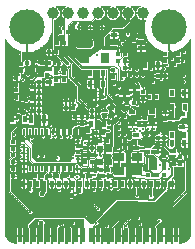
<source format=gbl>
G75*
%MOIN*%
%OFA0B0*%
%FSLAX25Y25*%
%IPPOS*%
%LPD*%
%AMOC8*
5,1,8,0,0,1.08239X$1,22.5*
%
%ADD10R,0.01181X0.01575*%
%ADD11R,0.02362X0.01575*%
%ADD12R,0.01575X0.02362*%
%ADD13R,0.01575X0.01181*%
%ADD14R,0.01575X0.03150*%
%ADD15R,0.02756X0.03543*%
%ADD16R,0.00394X0.00394*%
%ADD17C,0.00394*%
%ADD18C,0.00200*%
%ADD19C,0.03937*%
%ADD20C,0.01181*%
%ADD21R,0.01969X0.02362*%
%ADD22R,0.00984X0.01870*%
%ADD23R,0.01476X0.00984*%
%ADD24R,0.03543X0.03150*%
%ADD25R,0.01181X0.04921*%
%ADD26R,0.01181X0.02362*%
%ADD27R,0.03150X0.03937*%
%ADD28R,0.01181X0.01772*%
%ADD29C,0.00354*%
%ADD30C,0.00794*%
%ADD31C,0.11811*%
%ADD32C,0.00591*%
%ADD33C,0.00787*%
%ADD34C,0.00394*%
%ADD35C,0.00236*%
%ADD36C,0.01181*%
%ADD37C,0.01187*%
%ADD38C,0.00800*%
%ADD39C,0.01772*%
D10*
X0177102Y0069819D03*
X0179465Y0069819D03*
X0182024Y0069819D03*
X0184386Y0069819D03*
X0186945Y0069701D03*
X0189307Y0069701D03*
X0193047Y0069819D03*
X0193638Y0071984D03*
X0196000Y0071984D03*
X0195409Y0069819D03*
X0199071Y0071945D03*
X0199898Y0069976D03*
X0202260Y0069976D03*
X0201433Y0071945D03*
X0196000Y0074346D03*
X0193638Y0074346D03*
X0193638Y0076906D03*
X0193638Y0079268D03*
X0196000Y0079268D03*
X0196000Y0076906D03*
X0198874Y0081551D03*
X0201236Y0081551D03*
X0199819Y0084071D03*
X0197457Y0084071D03*
X0198362Y0089504D03*
X0198362Y0091472D03*
X0196000Y0091472D03*
X0196000Y0089504D03*
X0197181Y0096197D03*
X0197181Y0098165D03*
X0199543Y0098165D03*
X0199543Y0096197D03*
X0205646Y0097378D03*
X0208008Y0097378D03*
X0208992Y0099346D03*
X0211354Y0099346D03*
X0215213Y0096236D03*
X0217575Y0096236D03*
X0210173Y0094228D03*
X0207811Y0094228D03*
X0218008Y0103323D03*
X0220370Y0103323D03*
X0189701Y0095016D03*
X0187339Y0095016D03*
X0187339Y0092654D03*
X0189701Y0092654D03*
X0178283Y0093441D03*
X0178283Y0095409D03*
X0178283Y0097378D03*
X0178283Y0099346D03*
X0178283Y0101315D03*
X0175921Y0101315D03*
X0175921Y0099346D03*
X0175921Y0097378D03*
X0175921Y0095409D03*
X0175921Y0093441D03*
X0175921Y0091472D03*
X0178283Y0091472D03*
X0181669Y0111118D03*
X0184031Y0111118D03*
X0184425Y0114150D03*
X0186787Y0114150D03*
X0187929Y0117850D03*
X0185567Y0117850D03*
D11*
X0179071Y0107746D03*
X0181827Y0105383D03*
X0179071Y0103546D03*
X0181827Y0101183D03*
X0203283Y0112601D03*
X0203283Y0116801D03*
X0212339Y0116604D03*
X0212339Y0112404D03*
X0209386Y0091210D03*
X0209386Y0087010D03*
X0210764Y0083533D03*
X0216079Y0087010D03*
X0216079Y0091210D03*
X0226236Y0090344D03*
X0226236Y0086144D03*
X0222969Y0078021D03*
X0222969Y0073821D03*
X0210764Y0079333D03*
D12*
X0222640Y0080843D03*
X0222640Y0083598D03*
X0226840Y0083598D03*
X0226840Y0080843D03*
X0226998Y0092850D03*
X0222798Y0092850D03*
X0222640Y0097614D03*
X0226840Y0097614D03*
X0217982Y0106787D03*
X0213782Y0106787D03*
X0199675Y0104071D03*
X0199675Y0100528D03*
X0195475Y0100528D03*
X0195475Y0104071D03*
G36*
X0199816Y0092439D02*
X0198987Y0093776D01*
X0200994Y0095021D01*
X0201823Y0093684D01*
X0199816Y0092439D01*
G37*
G36*
X0202029Y0088869D02*
X0201200Y0090206D01*
X0203207Y0091451D01*
X0204036Y0090114D01*
X0202029Y0088869D01*
G37*
X0200069Y0087142D03*
X0195869Y0087142D03*
X0173691Y0088717D03*
G36*
X0171366Y0090815D02*
X0171720Y0092348D01*
X0174020Y0091817D01*
X0173666Y0090284D01*
X0171366Y0090815D01*
G37*
X0169491Y0088717D03*
G36*
X0172311Y0094907D02*
X0172665Y0096440D01*
X0174965Y0095909D01*
X0174611Y0094376D01*
X0172311Y0094907D01*
G37*
D13*
X0170803Y0096197D03*
X0170803Y0098559D03*
X0170803Y0100134D03*
X0170803Y0102496D03*
X0172378Y0104858D03*
X0174346Y0105252D03*
X0176315Y0105252D03*
X0176315Y0107614D03*
X0174346Y0107614D03*
X0172378Y0107220D03*
X0184189Y0104071D03*
X0184189Y0101709D03*
X0186591Y0101787D03*
X0186591Y0104150D03*
X0203087Y0105252D03*
X0203087Y0102890D03*
X0207063Y0103598D03*
X0207063Y0105961D03*
X0207024Y0108008D03*
X0207024Y0110370D03*
X0204661Y0110370D03*
X0204661Y0108008D03*
X0212929Y0097772D03*
X0212929Y0095409D03*
X0213717Y0089110D03*
X0211748Y0089110D03*
X0211748Y0086748D03*
X0213717Y0086748D03*
X0218047Y0082614D03*
X0219976Y0082614D03*
X0219976Y0080252D03*
X0218047Y0080252D03*
X0220252Y0076354D03*
X0220252Y0073992D03*
X0220213Y0072575D03*
X0220213Y0070213D03*
X0225528Y0073756D03*
X0225528Y0076118D03*
X0220409Y0088677D03*
X0220409Y0091039D03*
X0207024Y0081630D03*
X0207024Y0079268D03*
X0194819Y0082417D03*
X0194819Y0084780D03*
X0192654Y0087142D03*
X0190488Y0087142D03*
X0190488Y0089504D03*
X0192654Y0089504D03*
X0169622Y0081236D03*
X0169622Y0078874D03*
X0169622Y0076906D03*
X0169622Y0074543D03*
X0169622Y0072181D03*
X0169622Y0069819D03*
X0220409Y0108205D03*
X0220409Y0110567D03*
X0224740Y0110567D03*
X0224740Y0108205D03*
D14*
X0179990Y0088717D03*
X0175790Y0088717D03*
D15*
X0193874Y0109110D03*
X0200331Y0109110D03*
D16*
G36*
X0207811Y0114191D02*
X0208089Y0113913D01*
X0207811Y0113635D01*
X0207533Y0113913D01*
X0207811Y0114191D01*
G37*
D17*
X0206118Y0115213D03*
X0206118Y0112614D03*
X0209504Y0112614D03*
X0209504Y0115213D03*
D18*
X0209284Y0114842D02*
X0210311Y0114842D01*
X0210311Y0114681D02*
X0210311Y0115705D01*
X0208697Y0115705D01*
X0208697Y0115429D01*
X0209445Y0114681D01*
X0210311Y0114681D01*
X0210311Y0115040D02*
X0209086Y0115040D01*
X0208887Y0115239D02*
X0210311Y0115239D01*
X0210311Y0115437D02*
X0208697Y0115437D01*
X0208697Y0115636D02*
X0210311Y0115636D01*
X0209053Y0114246D02*
X0206569Y0114246D01*
X0206370Y0114048D02*
X0209252Y0114048D01*
X0209386Y0113913D02*
X0207811Y0115489D01*
X0206236Y0113913D01*
X0207811Y0112338D01*
X0209386Y0113913D01*
X0209322Y0113849D02*
X0206300Y0113849D01*
X0206498Y0113651D02*
X0209124Y0113651D01*
X0208925Y0113452D02*
X0206697Y0113452D01*
X0206895Y0113254D02*
X0208727Y0113254D01*
X0208528Y0113055D02*
X0207094Y0113055D01*
X0207292Y0112857D02*
X0208330Y0112857D01*
X0208131Y0112658D02*
X0207491Y0112658D01*
X0207689Y0112460D02*
X0207933Y0112460D01*
X0208697Y0112398D02*
X0209445Y0113146D01*
X0210311Y0113146D01*
X0210311Y0112122D01*
X0208697Y0112122D01*
X0208697Y0112398D01*
X0208759Y0112460D02*
X0210311Y0112460D01*
X0210311Y0112658D02*
X0208957Y0112658D01*
X0209156Y0112857D02*
X0210311Y0112857D01*
X0210311Y0113055D02*
X0209355Y0113055D01*
X0208697Y0112261D02*
X0210311Y0112261D01*
X0208855Y0114445D02*
X0206767Y0114445D01*
X0206966Y0114643D02*
X0208656Y0114643D01*
X0208458Y0114842D02*
X0207164Y0114842D01*
X0207363Y0115040D02*
X0208259Y0115040D01*
X0208061Y0115239D02*
X0207561Y0115239D01*
X0207760Y0115437D02*
X0207862Y0115437D01*
X0206925Y0115437D02*
X0205311Y0115437D01*
X0205311Y0115239D02*
X0206735Y0115239D01*
X0206925Y0115429D02*
X0206177Y0114681D01*
X0205311Y0114681D01*
X0205311Y0115705D01*
X0206925Y0115705D01*
X0206925Y0115429D01*
X0206925Y0115636D02*
X0205311Y0115636D01*
X0205311Y0115040D02*
X0206536Y0115040D01*
X0206338Y0114842D02*
X0205311Y0114842D01*
X0205311Y0113146D02*
X0205311Y0112122D01*
X0206925Y0112122D01*
X0206925Y0112398D01*
X0206177Y0113146D01*
X0205311Y0113146D01*
X0205311Y0113055D02*
X0206268Y0113055D01*
X0206466Y0112857D02*
X0205311Y0112857D01*
X0205311Y0112658D02*
X0206665Y0112658D01*
X0206863Y0112460D02*
X0205311Y0112460D01*
X0205311Y0112261D02*
X0206925Y0112261D01*
X0207024Y0110370D02*
X0204661Y0108008D01*
X0204661Y0106827D01*
X0205449Y0106039D01*
X0205449Y0099740D01*
X0205055Y0099346D01*
X0203480Y0100560D02*
X0204661Y0101741D01*
X0204661Y0105479D01*
X0203511Y0106630D01*
X0192780Y0106630D01*
X0190094Y0109316D01*
X0190094Y0120047D01*
X0190882Y0120835D01*
X0189445Y0121531D02*
X0187929Y0120016D01*
X0187929Y0117850D01*
X0188028Y0117752D01*
X0188028Y0110161D01*
X0192444Y0105744D01*
X0201020Y0105744D01*
X0201315Y0105449D01*
X0201315Y0097181D01*
X0203087Y0095409D01*
X0203087Y0094424D01*
X0206531Y0090980D01*
X0207516Y0090980D01*
X0207024Y0089504D02*
X0205646Y0089504D01*
X0202890Y0086748D01*
X0202890Y0079898D01*
X0201787Y0078795D01*
X0201236Y0081551D02*
X0201236Y0081669D01*
X0201197Y0081709D01*
X0207024Y0081630D02*
X0208775Y0081630D01*
X0209277Y0082132D01*
X0212250Y0082132D01*
X0212929Y0082811D01*
X0212929Y0083598D01*
X0214701Y0077890D02*
X0214307Y0077102D01*
X0213520Y0076315D01*
X0213520Y0073953D01*
X0211157Y0071591D01*
X0211157Y0071394D01*
X0212535Y0070016D01*
X0214701Y0070016D01*
X0213592Y0068830D02*
X0218565Y0068830D01*
X0219948Y0070213D01*
X0220213Y0070213D01*
X0220213Y0072378D02*
X0220213Y0072575D01*
X0220213Y0072378D02*
X0217850Y0070016D01*
X0220204Y0073992D02*
X0220252Y0073992D01*
X0220204Y0073992D02*
X0217650Y0076546D01*
X0217294Y0076546D01*
X0216276Y0077564D01*
X0216276Y0077890D01*
X0220252Y0076354D02*
X0220613Y0075993D01*
X0221197Y0075993D01*
X0222969Y0073821D02*
X0225462Y0073821D01*
X0225528Y0073756D01*
X0226736Y0074909D02*
X0225528Y0076118D01*
X0225134Y0076512D01*
X0225134Y0077693D01*
X0227496Y0076512D02*
X0227496Y0064504D01*
X0222772Y0059780D01*
X0212732Y0059780D01*
X0206630Y0053677D01*
X0206630Y0052102D01*
X0207417Y0051315D01*
X0207417Y0050008D01*
X0207417Y0051315D02*
X0207417Y0052102D01*
X0202693Y0052496D02*
X0202693Y0050008D01*
X0200331Y0050008D02*
X0200331Y0052496D01*
X0201118Y0053283D01*
X0202693Y0052496D02*
X0211354Y0061157D01*
X0222772Y0061157D01*
X0226736Y0065122D01*
X0226736Y0074909D01*
X0222489Y0083441D02*
X0222640Y0083592D01*
X0222640Y0083598D01*
X0210961Y0093441D02*
X0210173Y0094228D01*
X0208992Y0093047D02*
X0208992Y0092260D01*
X0208992Y0093047D02*
X0207811Y0094228D01*
X0208008Y0097378D02*
X0208992Y0097378D01*
X0208992Y0099346D02*
X0209386Y0099346D01*
X0212944Y0099354D02*
X0212944Y0097786D01*
X0212929Y0097772D01*
X0214898Y0096000D02*
X0215134Y0096236D01*
X0215213Y0096236D01*
X0205646Y0097378D02*
X0204071Y0097378D01*
X0203874Y0097181D01*
X0197575Y0093441D02*
X0194425Y0093441D01*
X0192161Y0095705D01*
X0192161Y0100331D01*
X0189306Y0103186D01*
X0189306Y0107220D01*
X0186812Y0109715D01*
X0186812Y0114125D01*
X0186787Y0114150D01*
X0186787Y0123047D01*
X0187969Y0124228D01*
X0189445Y0121531D02*
X0195862Y0121531D01*
X0198559Y0124228D01*
X0197969Y0124228D01*
X0185606Y0119898D02*
X0185567Y0119858D01*
X0185567Y0117850D01*
X0184425Y0116709D01*
X0184425Y0114150D01*
X0182870Y0112280D02*
X0182870Y0124091D01*
X0183008Y0124228D01*
X0182969Y0124228D01*
X0182870Y0124091D02*
X0182654Y0123874D01*
X0181638Y0113622D02*
X0181638Y0111157D01*
X0182870Y0112280D02*
X0184031Y0111118D01*
X0184031Y0109937D01*
X0188323Y0105646D01*
X0188323Y0102693D01*
X0191276Y0099740D01*
X0191276Y0095016D01*
X0194419Y0091872D01*
X0194419Y0088709D01*
X0193047Y0077496D02*
X0193638Y0076906D01*
X0193047Y0077496D02*
X0191276Y0077496D01*
X0191079Y0074154D02*
X0191659Y0073574D01*
X0191695Y0073574D01*
X0193284Y0071984D01*
X0193638Y0071984D01*
X0194819Y0073165D01*
X0194819Y0075134D01*
X0195401Y0075716D01*
X0196705Y0075716D01*
X0197732Y0076743D01*
X0198638Y0074465D02*
X0201787Y0074465D01*
X0201315Y0072969D02*
X0201315Y0072063D01*
X0201433Y0071945D01*
X0197557Y0071246D02*
X0196739Y0071246D01*
X0196000Y0071984D01*
X0196000Y0074346D01*
X0193816Y0074524D02*
X0193638Y0074346D01*
X0193816Y0074721D01*
X0191079Y0074154D02*
X0183406Y0074154D01*
X0183402Y0074150D01*
X0176315Y0074150D01*
X0175331Y0075134D01*
X0175331Y0079268D01*
X0173165Y0081433D01*
X0173362Y0083402D02*
X0176118Y0080646D01*
X0176118Y0076118D01*
X0177385Y0074851D01*
X0188670Y0074851D01*
X0185173Y0072339D02*
X0185173Y0071000D01*
X0184386Y0070213D01*
X0184386Y0069819D01*
X0181236Y0071591D02*
X0179465Y0069819D01*
X0181236Y0071591D02*
X0181236Y0072339D01*
X0189307Y0069701D02*
X0190393Y0068812D01*
X0190416Y0068812D01*
X0190591Y0068636D01*
X0190591Y0064204D01*
X0190399Y0064011D01*
X0189701Y0063323D02*
X0189110Y0062732D01*
X0189701Y0063323D02*
X0189701Y0067331D01*
X0192063Y0067331D02*
X0192063Y0064504D01*
X0193146Y0063818D02*
X0193146Y0069720D01*
X0193047Y0069819D01*
X0196787Y0067331D02*
X0196787Y0065094D01*
X0199150Y0065488D02*
X0199150Y0067331D01*
X0202489Y0065692D02*
X0203874Y0067077D01*
X0203874Y0067331D01*
X0204661Y0065488D02*
X0206236Y0067063D01*
X0206236Y0067331D01*
X0210567Y0069109D02*
X0213314Y0069109D01*
X0213592Y0068830D01*
X0210961Y0067331D02*
X0210961Y0063191D01*
X0212142Y0053874D02*
X0212142Y0050008D01*
X0197575Y0054071D02*
X0195606Y0052102D01*
X0195606Y0050008D01*
X0193244Y0050008D02*
X0193244Y0055252D01*
X0189701Y0054071D02*
X0188520Y0052890D01*
X0188520Y0050008D01*
X0186157Y0050008D02*
X0186157Y0053677D01*
X0184583Y0053087D02*
X0183795Y0052299D01*
X0183795Y0050008D01*
X0175540Y0057772D02*
X0168535Y0064777D01*
X0168535Y0070534D01*
X0169622Y0071621D01*
X0169622Y0072181D01*
X0169622Y0072741D01*
X0168535Y0073828D01*
X0168535Y0075258D01*
X0169622Y0076346D01*
X0169622Y0076906D01*
X0169622Y0078874D01*
X0169622Y0081236D02*
X0169622Y0081433D01*
X0169319Y0081736D01*
X0169319Y0084476D01*
X0171000Y0086157D01*
X0181433Y0086157D01*
X0182024Y0086748D01*
X0173362Y0084622D02*
X0173362Y0083402D01*
X0169498Y0081584D02*
X0169498Y0081361D01*
X0169622Y0081236D01*
X0175554Y0099346D02*
X0175921Y0099346D01*
X0181866Y0103639D02*
X0182259Y0103639D01*
X0184189Y0101709D01*
X0184189Y0104071D02*
X0184189Y0104704D01*
X0185093Y0105608D01*
X0184189Y0104071D02*
X0186512Y0104071D01*
X0186591Y0104150D01*
X0220409Y0108205D02*
X0220606Y0108205D01*
X0220409Y0110501D02*
X0220409Y0110567D01*
X0224740Y0110567D02*
X0224740Y0110501D01*
X0224740Y0108205D02*
X0226512Y0108205D01*
X0205252Y0077496D02*
X0205252Y0076118D01*
X0193146Y0063818D02*
X0198168Y0058795D01*
D19*
X0197969Y0124228D03*
X0202969Y0124228D03*
X0207969Y0124228D03*
X0212969Y0124228D03*
X0192969Y0124228D03*
X0187969Y0124228D03*
X0182969Y0124228D03*
D20*
X0191472Y0119425D03*
X0191472Y0116276D03*
X0191472Y0113126D03*
X0195409Y0113126D03*
X0195409Y0116276D03*
X0195409Y0119425D03*
X0199346Y0119425D03*
X0199346Y0116276D03*
X0199346Y0113126D03*
D21*
X0198638Y0078795D03*
X0201787Y0078795D03*
X0201787Y0074465D03*
X0198638Y0074465D03*
D22*
X0191079Y0072339D03*
X0189110Y0072339D03*
X0187142Y0072339D03*
X0185173Y0072339D03*
X0183205Y0072339D03*
X0181236Y0072339D03*
X0179268Y0072339D03*
X0177299Y0072339D03*
X0175331Y0072339D03*
X0173362Y0072339D03*
X0173362Y0084622D03*
X0175331Y0084622D03*
X0177299Y0084622D03*
X0179268Y0084622D03*
X0181236Y0084622D03*
X0183205Y0084622D03*
X0185173Y0084622D03*
X0187142Y0084622D03*
X0189110Y0084622D03*
X0191079Y0084622D03*
D23*
X0191276Y0081433D03*
X0191276Y0079465D03*
X0191276Y0077496D03*
X0191276Y0075528D03*
X0173165Y0075528D03*
X0173165Y0077496D03*
X0173165Y0079465D03*
X0173165Y0081433D03*
D24*
X0205252Y0076118D03*
X0205252Y0071394D03*
X0211157Y0071394D03*
X0211157Y0076118D03*
D25*
X0212142Y0050008D03*
X0214504Y0050008D03*
X0216866Y0050008D03*
X0219228Y0050008D03*
X0221591Y0050008D03*
X0223953Y0050008D03*
X0209780Y0050008D03*
X0207417Y0050008D03*
X0205055Y0050008D03*
X0202693Y0050008D03*
X0200331Y0050008D03*
X0197969Y0050008D03*
X0195606Y0050008D03*
X0193244Y0050008D03*
X0190882Y0050008D03*
X0188520Y0050008D03*
X0186157Y0050008D03*
X0183795Y0050008D03*
X0181433Y0050008D03*
X0179071Y0050008D03*
X0176709Y0050008D03*
X0174346Y0050008D03*
X0171984Y0050008D03*
D26*
X0173165Y0067331D03*
X0175528Y0067331D03*
X0177890Y0067331D03*
X0180252Y0067331D03*
X0182614Y0067331D03*
X0184976Y0067331D03*
X0187339Y0067331D03*
X0189701Y0067331D03*
X0192063Y0067331D03*
X0194425Y0067331D03*
X0196787Y0067331D03*
X0199150Y0067331D03*
X0201512Y0067331D03*
X0203874Y0067331D03*
X0206236Y0067331D03*
X0208598Y0067331D03*
X0210961Y0067331D03*
X0213323Y0067331D03*
X0215685Y0067331D03*
X0218047Y0067331D03*
X0220409Y0067331D03*
X0222772Y0067331D03*
D27*
X0216276Y0073953D03*
D28*
X0216276Y0077890D03*
X0217850Y0077890D03*
X0214701Y0077890D03*
X0214701Y0070016D03*
X0216276Y0070016D03*
X0217850Y0070016D03*
D29*
X0188913Y0087535D02*
X0181348Y0087535D01*
X0181348Y0088539D01*
X0180167Y0088539D01*
X0180167Y0088894D01*
X0179813Y0088894D01*
X0179813Y0090862D01*
X0179445Y0090862D01*
X0179445Y0091354D01*
X0178402Y0091354D01*
X0178402Y0091591D01*
X0178165Y0091591D01*
X0178165Y0092831D01*
X0178165Y0093323D01*
X0177122Y0093323D01*
X0177122Y0092540D01*
X0177157Y0092457D01*
X0177122Y0092373D01*
X0177122Y0091591D01*
X0178165Y0091591D01*
X0178165Y0091354D01*
X0178402Y0091354D01*
X0178402Y0090114D01*
X0178631Y0090114D01*
X0178631Y0088894D01*
X0179813Y0088894D01*
X0179813Y0088539D01*
X0178631Y0088539D01*
X0178631Y0087535D01*
X0176954Y0087535D01*
X0176954Y0090448D01*
X0176881Y0090521D01*
X0176889Y0090529D01*
X0176889Y0092416D01*
X0176848Y0092457D01*
X0176889Y0092497D01*
X0176889Y0094385D01*
X0176848Y0094425D01*
X0176889Y0094466D01*
X0176889Y0098322D01*
X0176848Y0098362D01*
X0176889Y0098403D01*
X0176889Y0100290D01*
X0176848Y0100331D01*
X0176889Y0100371D01*
X0176889Y0101192D01*
X0177130Y0101433D01*
X0178165Y0101433D01*
X0178165Y0101197D01*
X0177122Y0101197D01*
X0177122Y0100414D01*
X0177157Y0100331D01*
X0177122Y0100247D01*
X0177122Y0099465D01*
X0178165Y0099465D01*
X0178165Y0099957D01*
X0178165Y0101197D01*
X0178402Y0101197D01*
X0178402Y0101433D01*
X0179445Y0101433D01*
X0179445Y0102216D01*
X0179376Y0102381D01*
X0180249Y0102381D01*
X0180162Y0102294D01*
X0180075Y0102084D01*
X0180075Y0101361D01*
X0181650Y0101361D01*
X0181650Y0101006D01*
X0182004Y0101006D01*
X0182004Y0099825D01*
X0183121Y0099825D01*
X0183331Y0099912D01*
X0183492Y0100073D01*
X0183579Y0100283D01*
X0183579Y0100528D01*
X0188913Y0100528D01*
X0188913Y0096140D01*
X0188733Y0095959D01*
X0188733Y0094072D01*
X0188913Y0093892D01*
X0188913Y0093777D01*
X0188733Y0093597D01*
X0188733Y0091710D01*
X0188913Y0091530D01*
X0188913Y0087535D01*
X0188913Y0087617D02*
X0181348Y0087617D01*
X0181348Y0087970D02*
X0188913Y0087970D01*
X0188913Y0088323D02*
X0181348Y0088323D01*
X0181348Y0088894D02*
X0181348Y0090405D01*
X0181261Y0090615D01*
X0181101Y0090775D01*
X0180891Y0090862D01*
X0180167Y0090862D01*
X0180167Y0088894D01*
X0181348Y0088894D01*
X0181348Y0089028D02*
X0188913Y0089028D01*
X0188913Y0088675D02*
X0180167Y0088675D01*
X0180167Y0089028D02*
X0179813Y0089028D01*
X0179813Y0088675D02*
X0176954Y0088675D01*
X0176954Y0088323D02*
X0178631Y0088323D01*
X0178631Y0087970D02*
X0176954Y0087970D01*
X0176954Y0087617D02*
X0178631Y0087617D01*
X0178631Y0089028D02*
X0176954Y0089028D01*
X0176954Y0089381D02*
X0178631Y0089381D01*
X0178631Y0089734D02*
X0176954Y0089734D01*
X0176954Y0090087D02*
X0178631Y0090087D01*
X0178402Y0090440D02*
X0178165Y0090440D01*
X0178165Y0090114D02*
X0178165Y0091354D01*
X0177122Y0091354D01*
X0177122Y0090571D01*
X0177209Y0090362D01*
X0177370Y0090201D01*
X0177579Y0090114D01*
X0178165Y0090114D01*
X0178165Y0090792D02*
X0178402Y0090792D01*
X0178402Y0091145D02*
X0178165Y0091145D01*
X0178165Y0091498D02*
X0176889Y0091498D01*
X0176889Y0091145D02*
X0177122Y0091145D01*
X0177122Y0090792D02*
X0176889Y0090792D01*
X0176954Y0090440D02*
X0177177Y0090440D01*
X0177122Y0091851D02*
X0176889Y0091851D01*
X0176889Y0092204D02*
X0177122Y0092204D01*
X0177122Y0092557D02*
X0176889Y0092557D01*
X0176889Y0092909D02*
X0177122Y0092909D01*
X0177122Y0093262D02*
X0176889Y0093262D01*
X0176889Y0093615D02*
X0177122Y0093615D01*
X0177122Y0093559D02*
X0178165Y0093559D01*
X0178165Y0093323D01*
X0178402Y0093323D01*
X0178402Y0093559D01*
X0179445Y0093559D01*
X0179445Y0094342D01*
X0179410Y0094425D01*
X0179445Y0094508D01*
X0179445Y0095291D01*
X0178402Y0095291D01*
X0178402Y0095528D01*
X0178165Y0095528D01*
X0178165Y0096768D01*
X0178165Y0097260D01*
X0177122Y0097260D01*
X0177122Y0096477D01*
X0177157Y0096394D01*
X0177122Y0096310D01*
X0177122Y0095528D01*
X0178165Y0095528D01*
X0178165Y0095291D01*
X0178402Y0095291D01*
X0178402Y0093559D01*
X0178165Y0093559D01*
X0178165Y0094051D01*
X0178165Y0095291D01*
X0177122Y0095291D01*
X0177122Y0094508D01*
X0177157Y0094425D01*
X0177122Y0094342D01*
X0177122Y0093559D01*
X0177122Y0093968D02*
X0176889Y0093968D01*
X0176889Y0094321D02*
X0177122Y0094321D01*
X0177122Y0094674D02*
X0176889Y0094674D01*
X0176889Y0095027D02*
X0177122Y0095027D01*
X0176889Y0095379D02*
X0178165Y0095379D01*
X0178402Y0095379D02*
X0186177Y0095379D01*
X0186177Y0095134D02*
X0187220Y0095134D01*
X0187220Y0094898D01*
X0186177Y0094898D01*
X0186177Y0094115D01*
X0186264Y0093905D01*
X0186334Y0093835D01*
X0186264Y0093764D01*
X0186177Y0093554D01*
X0186177Y0092772D01*
X0187220Y0092772D01*
X0187220Y0092535D01*
X0186177Y0092535D01*
X0186177Y0091753D01*
X0186264Y0091543D01*
X0186425Y0091382D01*
X0186634Y0091295D01*
X0187220Y0091295D01*
X0187220Y0092535D01*
X0187457Y0092535D01*
X0187457Y0091295D01*
X0188043Y0091295D01*
X0188252Y0091382D01*
X0188413Y0091543D01*
X0188500Y0091753D01*
X0188500Y0092535D01*
X0187457Y0092535D01*
X0187457Y0092772D01*
X0188500Y0092772D01*
X0188500Y0093554D01*
X0188413Y0093764D01*
X0188343Y0093835D01*
X0188413Y0093905D01*
X0188500Y0094115D01*
X0188500Y0094898D01*
X0187457Y0094898D01*
X0187457Y0095134D01*
X0188500Y0095134D01*
X0188500Y0095917D01*
X0188413Y0096127D01*
X0188252Y0096287D01*
X0188043Y0096374D01*
X0187457Y0096374D01*
X0187457Y0095134D01*
X0187220Y0095134D01*
X0187220Y0096374D01*
X0186634Y0096374D01*
X0186425Y0096287D01*
X0186264Y0096127D01*
X0186177Y0095917D01*
X0186177Y0095134D01*
X0186177Y0094674D02*
X0179445Y0094674D01*
X0179445Y0095027D02*
X0187220Y0095027D01*
X0187220Y0094898D02*
X0187457Y0094898D01*
X0187457Y0092772D01*
X0187220Y0092772D01*
X0187220Y0094012D01*
X0187220Y0094898D01*
X0187220Y0094674D02*
X0187457Y0094674D01*
X0187457Y0095027D02*
X0188733Y0095027D01*
X0188733Y0095379D02*
X0188500Y0095379D01*
X0188500Y0095732D02*
X0188733Y0095732D01*
X0188859Y0096085D02*
X0188430Y0096085D01*
X0188913Y0096438D02*
X0179429Y0096438D01*
X0179445Y0096477D02*
X0179445Y0097260D01*
X0178402Y0097260D01*
X0178402Y0097496D01*
X0179445Y0097496D01*
X0179445Y0098279D01*
X0179410Y0098362D01*
X0179445Y0098445D01*
X0179445Y0099228D01*
X0178402Y0099228D01*
X0178402Y0099465D01*
X0178165Y0099465D01*
X0178165Y0099228D01*
X0178402Y0099228D01*
X0178402Y0097496D01*
X0178165Y0097496D01*
X0178165Y0097260D01*
X0178402Y0097260D01*
X0178402Y0095528D01*
X0179445Y0095528D01*
X0179445Y0096310D01*
X0179410Y0096394D01*
X0179445Y0096477D01*
X0179445Y0096791D02*
X0188913Y0096791D01*
X0188913Y0097144D02*
X0179445Y0097144D01*
X0179445Y0097496D02*
X0188913Y0097496D01*
X0188913Y0097849D02*
X0179445Y0097849D01*
X0179445Y0098202D02*
X0188913Y0098202D01*
X0188913Y0098555D02*
X0179445Y0098555D01*
X0179445Y0098908D02*
X0188913Y0098908D01*
X0188913Y0099261D02*
X0178402Y0099261D01*
X0178402Y0099465D02*
X0179445Y0099465D01*
X0179445Y0100247D01*
X0179410Y0100331D01*
X0179445Y0100414D01*
X0179445Y0101197D01*
X0178402Y0101197D01*
X0178402Y0099465D01*
X0178402Y0099613D02*
X0178165Y0099613D01*
X0178165Y0099261D02*
X0176889Y0099261D01*
X0177122Y0099228D02*
X0177122Y0098445D01*
X0177157Y0098362D01*
X0177122Y0098279D01*
X0177122Y0097496D01*
X0178165Y0097496D01*
X0178165Y0098736D01*
X0178165Y0099228D01*
X0177122Y0099228D01*
X0177122Y0098908D02*
X0176889Y0098908D01*
X0176889Y0098555D02*
X0177122Y0098555D01*
X0177122Y0098202D02*
X0176889Y0098202D01*
X0176889Y0097849D02*
X0177122Y0097849D01*
X0177122Y0097496D02*
X0176889Y0097496D01*
X0176889Y0097144D02*
X0177122Y0097144D01*
X0177122Y0096791D02*
X0176889Y0096791D01*
X0176889Y0096438D02*
X0177138Y0096438D01*
X0177122Y0096085D02*
X0176889Y0096085D01*
X0176889Y0095732D02*
X0177122Y0095732D01*
X0178165Y0095732D02*
X0178402Y0095732D01*
X0178402Y0096085D02*
X0178165Y0096085D01*
X0178165Y0096438D02*
X0178402Y0096438D01*
X0178402Y0096791D02*
X0178165Y0096791D01*
X0178165Y0097144D02*
X0178402Y0097144D01*
X0178402Y0097496D02*
X0178165Y0097496D01*
X0178165Y0097849D02*
X0178402Y0097849D01*
X0178402Y0098202D02*
X0178165Y0098202D01*
X0178165Y0098555D02*
X0178402Y0098555D01*
X0178402Y0098908D02*
X0178165Y0098908D01*
X0178165Y0099966D02*
X0178402Y0099966D01*
X0178402Y0100319D02*
X0178165Y0100319D01*
X0178165Y0100672D02*
X0178402Y0100672D01*
X0178402Y0101025D02*
X0178165Y0101025D01*
X0178165Y0101378D02*
X0177074Y0101378D01*
X0177122Y0101025D02*
X0176889Y0101025D01*
X0176889Y0100672D02*
X0177122Y0100672D01*
X0177152Y0100319D02*
X0176860Y0100319D01*
X0176889Y0099966D02*
X0177122Y0099966D01*
X0177122Y0099613D02*
X0176889Y0099613D01*
X0178402Y0101378D02*
X0180075Y0101378D01*
X0180075Y0101731D02*
X0179445Y0101731D01*
X0179445Y0102083D02*
X0180075Y0102083D01*
X0180075Y0101006D02*
X0180075Y0100283D01*
X0180162Y0100073D01*
X0180322Y0099912D01*
X0180532Y0099825D01*
X0181650Y0099825D01*
X0181650Y0101006D01*
X0180075Y0101006D01*
X0180075Y0100672D02*
X0179445Y0100672D01*
X0179445Y0101025D02*
X0181650Y0101025D01*
X0181650Y0100672D02*
X0182004Y0100672D01*
X0182004Y0100319D02*
X0181650Y0100319D01*
X0181650Y0099966D02*
X0182004Y0099966D01*
X0183385Y0099966D02*
X0188913Y0099966D01*
X0188913Y0099613D02*
X0179445Y0099613D01*
X0179445Y0099966D02*
X0180268Y0099966D01*
X0180075Y0100319D02*
X0179415Y0100319D01*
X0183579Y0100319D02*
X0188913Y0100319D01*
X0187457Y0096085D02*
X0187220Y0096085D01*
X0187220Y0095732D02*
X0187457Y0095732D01*
X0187457Y0095379D02*
X0187220Y0095379D01*
X0187220Y0094321D02*
X0187457Y0094321D01*
X0187457Y0093968D02*
X0187220Y0093968D01*
X0187220Y0093615D02*
X0187457Y0093615D01*
X0187457Y0093262D02*
X0187220Y0093262D01*
X0187220Y0092909D02*
X0187457Y0092909D01*
X0187457Y0092557D02*
X0188733Y0092557D01*
X0188733Y0092909D02*
X0188500Y0092909D01*
X0188500Y0093262D02*
X0188733Y0093262D01*
X0188751Y0093615D02*
X0188475Y0093615D01*
X0188439Y0093968D02*
X0188837Y0093968D01*
X0188733Y0094321D02*
X0188500Y0094321D01*
X0188500Y0094674D02*
X0188733Y0094674D01*
X0188733Y0092204D02*
X0188500Y0092204D01*
X0188500Y0091851D02*
X0188733Y0091851D01*
X0188913Y0091498D02*
X0188368Y0091498D01*
X0188913Y0091145D02*
X0179445Y0091145D01*
X0179445Y0091591D02*
X0179445Y0092373D01*
X0179410Y0092457D01*
X0179445Y0092540D01*
X0179445Y0093323D01*
X0178402Y0093323D01*
X0178402Y0091591D01*
X0179445Y0091591D01*
X0179445Y0091851D02*
X0186177Y0091851D01*
X0186177Y0092204D02*
X0179445Y0092204D01*
X0179445Y0092557D02*
X0187220Y0092557D01*
X0187220Y0092204D02*
X0187457Y0092204D01*
X0187457Y0091851D02*
X0187220Y0091851D01*
X0187220Y0091498D02*
X0187457Y0091498D01*
X0186309Y0091498D02*
X0178402Y0091498D01*
X0178402Y0091851D02*
X0178165Y0091851D01*
X0178165Y0092204D02*
X0178402Y0092204D01*
X0178402Y0092557D02*
X0178165Y0092557D01*
X0178165Y0092909D02*
X0178402Y0092909D01*
X0178402Y0093262D02*
X0178165Y0093262D01*
X0178165Y0093615D02*
X0178402Y0093615D01*
X0178402Y0093968D02*
X0178165Y0093968D01*
X0178165Y0094321D02*
X0178402Y0094321D01*
X0178402Y0094674D02*
X0178165Y0094674D01*
X0178165Y0095027D02*
X0178402Y0095027D01*
X0179445Y0095732D02*
X0186177Y0095732D01*
X0186247Y0096085D02*
X0179445Y0096085D01*
X0179445Y0094321D02*
X0186177Y0094321D01*
X0186238Y0093968D02*
X0179445Y0093968D01*
X0179445Y0093615D02*
X0186202Y0093615D01*
X0186177Y0093262D02*
X0179445Y0093262D01*
X0179445Y0092909D02*
X0186177Y0092909D01*
X0188913Y0090792D02*
X0181059Y0090792D01*
X0181334Y0090440D02*
X0188913Y0090440D01*
X0188913Y0090087D02*
X0181348Y0090087D01*
X0181348Y0089734D02*
X0188913Y0089734D01*
X0188913Y0089381D02*
X0181348Y0089381D01*
X0180167Y0089381D02*
X0179813Y0089381D01*
X0179813Y0089734D02*
X0180167Y0089734D01*
X0180167Y0090087D02*
X0179813Y0090087D01*
X0179813Y0090440D02*
X0180167Y0090440D01*
X0180167Y0090792D02*
X0179813Y0090792D01*
D30*
X0180646Y0091079D03*
X0180646Y0093047D03*
X0180646Y0095016D03*
X0180646Y0096984D03*
X0180646Y0098953D03*
X0183008Y0098953D03*
X0183008Y0096984D03*
X0183008Y0095016D03*
X0183008Y0093047D03*
X0183008Y0091079D03*
X0185370Y0093047D03*
X0185370Y0095016D03*
X0185370Y0096984D03*
X0185370Y0098953D03*
X0186591Y0101924D03*
X0185093Y0105608D03*
X0185587Y0107161D03*
X0183795Y0107220D03*
X0182496Y0109425D03*
X0179346Y0109228D03*
X0179150Y0112378D03*
X0181638Y0113622D03*
X0182102Y0115528D03*
X0183913Y0119425D03*
X0185606Y0119898D03*
X0190882Y0120835D03*
X0192732Y0119858D03*
X0194701Y0120449D03*
X0198638Y0118087D03*
X0201591Y0115528D03*
X0205724Y0117299D03*
X0207811Y0114898D03*
X0211945Y0116603D03*
X0212535Y0117587D03*
X0213126Y0116603D03*
X0213913Y0115619D03*
X0218362Y0110685D03*
X0220409Y0110501D03*
X0220606Y0108205D03*
X0221197Y0106827D03*
X0220016Y0105658D03*
X0219189Y0102220D03*
X0216866Y0103302D03*
X0216472Y0101118D03*
X0214898Y0099346D03*
X0212944Y0099354D03*
X0210961Y0100921D03*
X0210961Y0103283D03*
X0212929Y0103283D03*
X0210961Y0105265D03*
X0208795Y0105449D03*
X0208992Y0103283D03*
X0207024Y0103283D03*
X0206236Y0102299D03*
X0207024Y0099346D03*
X0208992Y0099346D03*
X0208992Y0097378D03*
X0208992Y0095606D03*
X0211039Y0095843D03*
X0210961Y0093441D03*
X0208992Y0092260D03*
X0208598Y0090685D03*
X0207516Y0090980D03*
X0207024Y0089504D03*
X0205055Y0087535D03*
X0205055Y0085567D03*
X0205055Y0083598D03*
X0207024Y0083598D03*
X0208992Y0085567D03*
X0209386Y0087010D03*
X0210961Y0085370D03*
X0211945Y0084937D03*
X0212929Y0085370D03*
X0212929Y0083598D03*
X0214898Y0083598D03*
X0214898Y0085567D03*
X0216079Y0086945D03*
X0216866Y0085567D03*
X0218559Y0084071D03*
X0219819Y0082063D03*
X0216893Y0080764D03*
X0219819Y0078520D03*
X0221197Y0075993D03*
X0223808Y0076591D03*
X0225134Y0077693D03*
X0227496Y0076512D03*
X0222772Y0079799D03*
X0226669Y0083323D03*
X0222535Y0085606D03*
X0219898Y0086591D03*
X0216866Y0089898D03*
X0216079Y0090882D03*
X0216866Y0092260D03*
X0216945Y0094071D03*
X0214898Y0093441D03*
X0214898Y0096000D03*
X0217654Y0096197D03*
X0220803Y0097378D03*
X0222590Y0095228D03*
X0227457Y0095252D03*
X0227535Y0091906D03*
X0226039Y0088441D03*
X0227417Y0099701D03*
X0226709Y0101315D03*
X0226709Y0103283D03*
X0223756Y0106827D03*
X0222772Y0108796D03*
X0224740Y0110501D03*
X0226827Y0111190D03*
X0226512Y0108205D03*
X0215843Y0105540D03*
X0205055Y0099346D03*
X0203480Y0100560D03*
X0203087Y0103283D03*
X0197850Y0104110D03*
X0195526Y0104033D03*
X0195488Y0100567D03*
X0190094Y0098165D03*
X0196827Y0097142D03*
X0195764Y0094425D03*
X0197575Y0093441D03*
X0196000Y0090488D03*
X0194419Y0088709D03*
X0194066Y0087343D03*
X0193441Y0085921D03*
X0193835Y0082811D03*
X0193047Y0081827D03*
X0193638Y0080843D03*
X0192063Y0082575D03*
X0188913Y0082857D03*
X0187732Y0083008D03*
X0185764Y0082811D03*
X0184583Y0081236D03*
X0182890Y0081315D03*
X0182220Y0082811D03*
X0183795Y0083008D03*
X0179858Y0083008D03*
X0178165Y0081866D03*
X0175921Y0082405D03*
X0171984Y0080449D03*
X0171315Y0082378D03*
X0170016Y0083598D03*
X0171027Y0088717D03*
X0170291Y0091551D03*
X0168520Y0092535D03*
X0171039Y0095409D03*
X0168559Y0097339D03*
X0168441Y0100291D03*
X0169630Y0102598D03*
X0168323Y0104661D03*
X0170094Y0106276D03*
X0168835Y0109189D03*
X0172181Y0110764D03*
X0173441Y0109622D03*
X0175409Y0111000D03*
X0181866Y0103639D03*
X0188126Y0107220D03*
X0185685Y0110134D03*
X0173008Y0101906D03*
X0175554Y0099346D03*
X0182024Y0086748D03*
X0179858Y0076512D03*
X0177890Y0076512D03*
X0177102Y0069819D03*
X0184976Y0065094D03*
X0185449Y0063087D03*
X0186945Y0060173D03*
X0185213Y0058520D03*
X0181748Y0058598D03*
X0181827Y0061354D03*
X0174819Y0062181D03*
X0175540Y0057772D03*
X0173835Y0055291D03*
X0175921Y0052890D03*
X0169307Y0049701D03*
X0168441Y0053008D03*
X0168283Y0057890D03*
X0168441Y0062772D03*
X0184583Y0053087D03*
X0186157Y0053677D03*
X0189701Y0054071D03*
X0191079Y0053677D03*
X0193244Y0055252D03*
X0196197Y0055843D03*
X0197575Y0054071D03*
X0199150Y0053677D03*
X0201118Y0053283D03*
X0205055Y0053480D03*
X0207417Y0053087D03*
X0212142Y0053874D03*
X0211433Y0055882D03*
X0215134Y0053913D03*
X0220449Y0053756D03*
X0221157Y0057457D03*
X0227024Y0057693D03*
X0226787Y0061354D03*
X0222693Y0067287D03*
X0225528Y0068638D03*
X0221847Y0072181D03*
X0218638Y0073362D03*
X0213949Y0071498D03*
X0213677Y0072575D03*
X0209780Y0076118D03*
X0204661Y0079071D03*
X0202417Y0076630D03*
X0199110Y0076512D03*
X0199150Y0077693D03*
X0197732Y0076743D03*
X0196000Y0076906D03*
X0196000Y0079268D03*
X0196787Y0082811D03*
X0199150Y0081630D03*
X0201197Y0081709D03*
X0201709Y0084976D03*
X0202181Y0086065D03*
X0201709Y0087035D03*
X0200724Y0089504D03*
X0201118Y0091472D03*
X0203087Y0092063D03*
X0202693Y0090094D03*
X0205055Y0093441D03*
X0206236Y0094386D03*
X0203874Y0097181D03*
X0200528Y0096197D03*
X0212929Y0089504D03*
X0210653Y0081341D03*
X0201315Y0072969D03*
X0198283Y0072012D03*
X0197557Y0071246D03*
X0197181Y0070016D03*
X0193816Y0074524D03*
X0192378Y0073980D03*
X0189701Y0075724D03*
X0189701Y0076906D03*
X0188670Y0074851D03*
X0186551Y0077102D03*
X0187935Y0069851D03*
X0188913Y0064898D03*
X0190399Y0064011D03*
X0192063Y0064504D03*
X0189110Y0062732D03*
X0189504Y0060961D03*
X0196394Y0063323D03*
X0196787Y0065094D03*
X0199150Y0065488D03*
X0202489Y0065692D03*
X0204661Y0065488D03*
X0202339Y0062811D03*
X0198168Y0058795D03*
X0208992Y0061157D03*
X0210961Y0063191D03*
X0212654Y0064925D03*
X0217260Y0065094D03*
X0210567Y0069109D03*
X0208598Y0069425D03*
X0227260Y0052850D03*
X0226000Y0050055D03*
X0213638Y0124858D03*
X0211866Y0125252D03*
X0201709Y0125068D03*
D31*
X0221591Y0119425D03*
X0174346Y0119425D03*
D32*
X0170701Y0102598D02*
X0169630Y0102598D01*
X0170701Y0102598D02*
X0170803Y0102496D01*
X0170803Y0100134D02*
X0170803Y0098559D01*
X0170803Y0096197D02*
X0170803Y0095646D01*
X0171039Y0095409D01*
X0192706Y0081485D02*
X0192706Y0079517D01*
X0192457Y0079465D01*
X0192706Y0081485D02*
X0193047Y0081827D01*
X0205252Y0077496D02*
X0207024Y0079268D01*
X0205252Y0076118D02*
X0205252Y0071394D01*
X0213949Y0071498D02*
X0214050Y0071397D01*
X0215496Y0071397D01*
X0216276Y0070618D01*
X0216276Y0070016D01*
X0222181Y0073756D02*
X0222246Y0073821D01*
X0222969Y0073821D01*
D33*
X0222181Y0073756D02*
X0222181Y0073248D01*
X0222838Y0072591D01*
X0222838Y0070276D01*
X0220409Y0067847D01*
X0220409Y0065488D01*
X0216860Y0061939D01*
X0215193Y0061939D01*
X0214984Y0062148D01*
X0204251Y0062148D01*
X0196381Y0054278D01*
X0195619Y0054278D01*
X0193654Y0056243D01*
X0176912Y0056243D01*
X0174346Y0053677D01*
X0174346Y0050008D01*
X0174346Y0049740D01*
X0175528Y0065094D02*
X0175528Y0067331D01*
X0186945Y0069701D02*
X0187935Y0069898D01*
X0187935Y0069851D01*
X0195409Y0069819D02*
X0195606Y0070016D01*
X0197181Y0070016D01*
X0198283Y0072012D02*
X0199004Y0072012D01*
X0199071Y0071945D01*
X0201315Y0072969D02*
X0201315Y0073992D01*
X0201787Y0074465D01*
X0203677Y0071394D02*
X0205252Y0071394D01*
X0203677Y0071394D02*
X0202260Y0069976D01*
X0210764Y0079333D02*
X0213434Y0079333D01*
X0213471Y0079369D01*
X0215498Y0079369D01*
X0216893Y0080764D01*
X0217405Y0080252D01*
X0218047Y0080252D01*
X0219976Y0080252D01*
X0222207Y0078021D01*
X0222969Y0078021D01*
X0222772Y0079799D02*
X0222640Y0079931D01*
X0222640Y0080843D01*
X0223126Y0088756D02*
X0221276Y0088756D01*
X0220409Y0088677D01*
X0223126Y0088756D02*
X0223126Y0092522D01*
X0222798Y0092850D01*
X0223113Y0092142D01*
X0223113Y0093047D01*
X0226236Y0090344D02*
X0224648Y0088756D01*
X0223126Y0088756D01*
X0216866Y0092260D02*
X0216079Y0091472D01*
X0216079Y0091210D01*
X0213717Y0089110D02*
X0212732Y0089110D01*
X0212732Y0089307D01*
X0212732Y0089110D02*
X0211748Y0089110D01*
X0212732Y0089307D02*
X0212734Y0089333D01*
X0212739Y0089358D01*
X0212747Y0089382D01*
X0212758Y0089406D01*
X0212773Y0089427D01*
X0212790Y0089446D01*
X0212809Y0089463D01*
X0212831Y0089478D01*
X0212854Y0089489D01*
X0212878Y0089497D01*
X0212903Y0089502D01*
X0212929Y0089504D01*
X0213717Y0086748D02*
X0211748Y0086748D01*
X0209648Y0086748D01*
X0209616Y0086750D01*
X0209585Y0086756D01*
X0209555Y0086765D01*
X0209526Y0086778D01*
X0209499Y0086794D01*
X0209474Y0086814D01*
X0209452Y0086836D01*
X0209432Y0086861D01*
X0209416Y0086888D01*
X0209403Y0086917D01*
X0209394Y0086947D01*
X0209388Y0086978D01*
X0209386Y0087010D01*
X0209386Y0091210D02*
X0209386Y0091866D01*
X0208992Y0092260D01*
X0213717Y0086748D02*
X0215817Y0086748D01*
X0215849Y0086750D01*
X0215880Y0086756D01*
X0215910Y0086765D01*
X0215939Y0086778D01*
X0215966Y0086794D01*
X0215991Y0086814D01*
X0216013Y0086836D01*
X0216033Y0086861D01*
X0216049Y0086888D01*
X0216062Y0086917D01*
X0216071Y0086947D01*
X0216077Y0086978D01*
X0216079Y0087010D01*
X0210653Y0081341D02*
X0210653Y0079444D01*
X0210764Y0079333D01*
X0201709Y0084976D02*
X0200724Y0084976D01*
X0199819Y0084071D01*
X0199819Y0084084D01*
X0200069Y0087142D02*
X0200069Y0087798D01*
X0198362Y0089504D01*
X0198362Y0091472D01*
X0201118Y0091472D01*
X0200405Y0092185D01*
X0200405Y0093730D01*
X0200528Y0096197D02*
X0199543Y0096197D01*
X0199543Y0098165D01*
X0199675Y0098165D01*
X0199675Y0100528D01*
X0199675Y0104071D01*
X0203087Y0103283D02*
X0203087Y0102890D01*
X0207024Y0103283D02*
X0207063Y0103323D01*
X0207063Y0103598D01*
X0210961Y0100921D02*
X0211354Y0100528D01*
X0211354Y0099346D01*
X0216866Y0103302D02*
X0216887Y0103323D01*
X0218008Y0103323D01*
X0213782Y0106720D02*
X0213782Y0106787D01*
X0221591Y0111945D02*
X0222457Y0111079D01*
X0222772Y0111079D01*
X0221591Y0111945D02*
X0221591Y0119425D01*
X0207969Y0124228D02*
X0207220Y0124976D01*
X0202969Y0124228D02*
X0202548Y0124228D01*
X0201709Y0125068D01*
X0206118Y0115213D02*
X0205542Y0114637D01*
X0205542Y0113626D01*
X0205646Y0113522D01*
X0205646Y0112601D01*
X0206105Y0112601D01*
X0206118Y0112614D01*
X0205646Y0112601D02*
X0204661Y0112601D01*
X0204661Y0110370D01*
X0204661Y0112601D02*
X0203283Y0112601D01*
X0186591Y0101924D02*
X0186591Y0101787D01*
X0181827Y0105383D02*
X0181784Y0105383D01*
X0181450Y0105049D01*
X0180574Y0105049D01*
X0179071Y0103546D01*
X0178152Y0103546D01*
X0175921Y0101315D01*
X0175921Y0099346D01*
X0175921Y0095409D02*
X0173639Y0095409D01*
X0173638Y0095408D01*
X0175921Y0093441D02*
X0175921Y0091472D01*
X0175397Y0091472D01*
X0175239Y0091315D01*
X0175790Y0091341D02*
X0175790Y0088717D01*
X0173691Y0088717D01*
X0171027Y0088717D02*
X0169491Y0088717D01*
X0175790Y0091341D02*
X0175921Y0091472D01*
X0189701Y0092654D02*
X0189701Y0093441D01*
X0190540Y0093441D01*
X0189701Y0093441D02*
X0189701Y0095016D01*
X0192654Y0087141D02*
X0192784Y0087143D01*
X0192914Y0087148D01*
X0193044Y0087156D01*
X0193174Y0087168D01*
X0193303Y0087183D01*
X0193432Y0087201D01*
X0193560Y0087223D01*
X0193688Y0087248D01*
X0193815Y0087276D01*
X0193941Y0087308D01*
X0194067Y0087343D01*
X0194066Y0087343D02*
X0195667Y0087343D01*
X0195667Y0087344D02*
X0195693Y0087342D01*
X0195719Y0087337D01*
X0195744Y0087329D01*
X0195768Y0087317D01*
X0195790Y0087302D01*
X0195810Y0087285D01*
X0195827Y0087265D01*
X0195842Y0087243D01*
X0195854Y0087219D01*
X0195862Y0087194D01*
X0195867Y0087168D01*
X0195869Y0087142D01*
X0194819Y0084780D01*
X0192654Y0087142D02*
X0190488Y0087142D01*
X0189110Y0085764D01*
X0189110Y0084622D01*
X0191276Y0079465D02*
X0192457Y0079465D01*
X0193441Y0079465D01*
X0193638Y0079268D01*
X0196000Y0089504D02*
X0196000Y0090488D01*
X0196000Y0091472D01*
X0179071Y0107746D02*
X0176446Y0107746D01*
X0176315Y0107614D01*
X0174346Y0111000D02*
X0174346Y0119425D01*
X0215685Y0067331D02*
X0215685Y0063126D01*
X0220409Y0065488D02*
X0220409Y0067331D01*
X0218480Y0054937D02*
X0216866Y0053323D01*
X0216866Y0050008D01*
X0221591Y0050008D02*
X0221591Y0049622D01*
X0221630Y0049583D01*
D34*
X0197181Y0096197D02*
X0197181Y0097339D01*
X0196827Y0097142D01*
X0197181Y0097339D02*
X0197181Y0098165D01*
X0173008Y0101906D02*
X0172378Y0102535D01*
X0172378Y0104858D01*
X0172378Y0107220D02*
X0172181Y0107417D01*
X0172181Y0110764D01*
X0182969Y0124228D02*
X0182508Y0124689D01*
X0197969Y0124937D02*
X0197969Y0124228D01*
D35*
X0167091Y0050921D02*
X0167204Y0050062D01*
X0168063Y0048574D01*
X0170882Y0048574D01*
X0170882Y0048809D02*
X0167927Y0048809D01*
X0167792Y0049043D02*
X0170882Y0049043D01*
X0170882Y0049278D02*
X0167656Y0049278D01*
X0167521Y0049513D02*
X0170882Y0049513D01*
X0170882Y0049748D02*
X0167385Y0049748D01*
X0167250Y0049982D02*
X0171866Y0049982D01*
X0171866Y0049890D02*
X0170882Y0049890D01*
X0170882Y0047602D01*
X0170409Y0047602D01*
X0169550Y0047715D01*
X0168063Y0048574D01*
X0168470Y0048339D02*
X0170882Y0048339D01*
X0170882Y0048104D02*
X0168877Y0048104D01*
X0169283Y0047870D02*
X0170882Y0047870D01*
X0170882Y0047635D02*
X0170161Y0047635D01*
X0170882Y0050126D02*
X0171866Y0050126D01*
X0171866Y0049890D01*
X0171866Y0050126D02*
X0171866Y0052980D01*
X0171292Y0052980D01*
X0171104Y0052902D01*
X0170960Y0052758D01*
X0170882Y0052570D01*
X0170882Y0050126D01*
X0170882Y0050217D02*
X0167183Y0050217D01*
X0167152Y0050452D02*
X0170882Y0050452D01*
X0170882Y0050687D02*
X0167121Y0050687D01*
X0167091Y0050921D02*
X0170882Y0050921D01*
X0170882Y0051156D02*
X0167091Y0051156D01*
X0167091Y0051391D02*
X0170882Y0051391D01*
X0170882Y0051625D02*
X0167091Y0051625D01*
X0167091Y0051860D02*
X0170882Y0051860D01*
X0170882Y0052095D02*
X0167091Y0052095D01*
X0167091Y0052330D02*
X0170882Y0052330D01*
X0170882Y0052564D02*
X0167091Y0052564D01*
X0167091Y0052799D02*
X0171001Y0052799D01*
X0171866Y0052799D02*
X0172102Y0052799D01*
X0172102Y0052980D02*
X0172102Y0050126D01*
X0171866Y0050126D01*
X0171866Y0050217D02*
X0172102Y0050217D01*
X0172102Y0050126D02*
X0173087Y0050126D01*
X0173087Y0052570D01*
X0173009Y0052758D01*
X0172865Y0052902D01*
X0172677Y0052980D01*
X0172102Y0052980D01*
X0172102Y0052564D02*
X0171866Y0052564D01*
X0171866Y0052330D02*
X0172102Y0052330D01*
X0172102Y0052095D02*
X0171866Y0052095D01*
X0171866Y0051860D02*
X0172102Y0051860D01*
X0172102Y0051625D02*
X0171866Y0051625D01*
X0171866Y0051391D02*
X0172102Y0051391D01*
X0172102Y0051156D02*
X0171866Y0051156D01*
X0171866Y0050921D02*
X0172102Y0050921D01*
X0172102Y0050687D02*
X0171866Y0050687D01*
X0171866Y0050452D02*
X0172102Y0050452D01*
X0172102Y0050126D02*
X0172102Y0049890D01*
X0173087Y0049890D01*
X0173087Y0047602D01*
X0173438Y0047602D01*
X0173438Y0049359D01*
X0173435Y0049362D01*
X0173435Y0050118D01*
X0173438Y0050121D01*
X0173438Y0052600D01*
X0173624Y0052787D01*
X0173635Y0052787D01*
X0173635Y0053972D01*
X0174052Y0054389D01*
X0176200Y0056537D01*
X0176617Y0056954D01*
X0193949Y0056954D01*
X0194366Y0056537D01*
X0194366Y0056537D01*
X0195913Y0054990D01*
X0196087Y0054990D01*
X0203956Y0062860D01*
X0210280Y0062860D01*
X0210246Y0062894D01*
X0210246Y0063487D01*
X0210543Y0063784D01*
X0210543Y0065831D01*
X0210238Y0065831D01*
X0210052Y0066018D01*
X0210052Y0068613D01*
X0209852Y0068813D01*
X0209852Y0069405D01*
X0209948Y0069501D01*
X0209254Y0069501D01*
X0209068Y0069687D01*
X0209068Y0073100D01*
X0209254Y0073287D01*
X0212262Y0073287D01*
X0213007Y0074031D01*
X0211276Y0074031D01*
X0211276Y0076000D01*
X0211039Y0076000D01*
X0208874Y0076000D01*
X0208874Y0074441D01*
X0208952Y0074253D01*
X0209096Y0074109D01*
X0209284Y0074031D01*
X0211039Y0074031D01*
X0211039Y0076000D01*
X0211039Y0076236D01*
X0208874Y0076236D01*
X0208874Y0077795D01*
X0208952Y0077983D01*
X0209096Y0078127D01*
X0209284Y0078205D01*
X0211039Y0078205D01*
X0211039Y0076236D01*
X0211276Y0076236D01*
X0211276Y0078205D01*
X0213031Y0078205D01*
X0213219Y0078127D01*
X0213363Y0077983D01*
X0213441Y0077795D01*
X0213441Y0076827D01*
X0213792Y0077179D01*
X0213792Y0078657D01*
X0213765Y0078657D01*
X0213729Y0078621D01*
X0212263Y0078621D01*
X0212263Y0078414D01*
X0212077Y0078228D01*
X0209451Y0078228D01*
X0209265Y0078414D01*
X0209265Y0080252D01*
X0209451Y0080439D01*
X0209941Y0080439D01*
X0209941Y0081042D01*
X0209938Y0081045D01*
X0209938Y0081637D01*
X0210015Y0081714D01*
X0209451Y0081714D01*
X0208948Y0081212D01*
X0208129Y0081212D01*
X0208129Y0080908D01*
X0207943Y0080721D01*
X0206104Y0080721D01*
X0205918Y0080908D01*
X0205918Y0082352D01*
X0206104Y0082539D01*
X0207943Y0082539D01*
X0208129Y0082352D01*
X0208129Y0082048D01*
X0208602Y0082048D01*
X0208859Y0082305D01*
X0209104Y0082550D01*
X0209110Y0082550D01*
X0209071Y0082644D01*
X0209071Y0083415D01*
X0210646Y0083415D01*
X0210646Y0083651D01*
X0209071Y0083651D01*
X0209071Y0084422D01*
X0209149Y0084610D01*
X0209293Y0084754D01*
X0209481Y0084832D01*
X0210487Y0084832D01*
X0210246Y0085074D01*
X0210246Y0085666D01*
X0210290Y0085711D01*
X0209707Y0085711D01*
X0209707Y0085271D01*
X0209288Y0084852D01*
X0208696Y0084852D01*
X0208277Y0085271D01*
X0208277Y0085711D01*
X0208103Y0085711D01*
X0207915Y0085789D01*
X0207771Y0085933D01*
X0207693Y0086121D01*
X0207693Y0086892D01*
X0209268Y0086892D01*
X0209268Y0086282D01*
X0209288Y0086282D01*
X0209504Y0086066D01*
X0209504Y0086892D01*
X0209268Y0086892D01*
X0209268Y0087128D01*
X0207693Y0087128D01*
X0207693Y0087899D01*
X0207771Y0088088D01*
X0207915Y0088232D01*
X0208103Y0088309D01*
X0209268Y0088309D01*
X0209268Y0087128D01*
X0209504Y0087128D01*
X0210449Y0087128D01*
X0210449Y0086892D01*
X0209504Y0086892D01*
X0209504Y0087128D01*
X0209504Y0088309D01*
X0210669Y0088309D01*
X0210758Y0088272D01*
X0210643Y0088388D01*
X0210643Y0089833D01*
X0210829Y0090019D01*
X0212345Y0090019D01*
X0212554Y0090139D01*
X0212633Y0090219D01*
X0213225Y0090219D01*
X0213425Y0090019D01*
X0214636Y0090019D01*
X0214822Y0089833D01*
X0214822Y0088388D01*
X0214707Y0088272D01*
X0214796Y0088309D01*
X0215961Y0088309D01*
X0215961Y0087128D01*
X0215961Y0086892D01*
X0216197Y0086892D01*
X0216197Y0087128D01*
X0217772Y0087128D01*
X0217772Y0087899D01*
X0217694Y0088088D01*
X0217550Y0088232D01*
X0217362Y0088309D01*
X0216197Y0088309D01*
X0216197Y0087128D01*
X0215961Y0087128D01*
X0215016Y0087128D01*
X0215016Y0086892D01*
X0215961Y0086892D01*
X0215961Y0085711D01*
X0215613Y0085711D01*
X0215613Y0085271D01*
X0215194Y0084852D01*
X0214601Y0084852D01*
X0214183Y0085271D01*
X0214183Y0085646D01*
X0213835Y0085646D01*
X0213835Y0086630D01*
X0213598Y0086630D01*
X0213047Y0086630D01*
X0211866Y0086630D01*
X0211866Y0086866D01*
X0211630Y0086866D01*
X0211630Y0087850D01*
X0211079Y0087850D01*
X0211079Y0087899D01*
X0211001Y0088088D01*
X0210887Y0088202D01*
X0212667Y0088202D01*
X0212732Y0088267D01*
X0212797Y0088202D01*
X0214578Y0088202D01*
X0214464Y0088088D01*
X0214386Y0087899D01*
X0214386Y0087850D01*
X0213835Y0087850D01*
X0213835Y0086866D01*
X0213598Y0086866D01*
X0213598Y0086630D01*
X0213598Y0085712D01*
X0213644Y0085666D01*
X0213644Y0085074D01*
X0213225Y0084655D01*
X0212660Y0084655D01*
X0212660Y0084641D01*
X0212452Y0084433D01*
X0212457Y0084422D01*
X0212457Y0084137D01*
X0212633Y0084313D01*
X0213225Y0084313D01*
X0213644Y0083895D01*
X0213644Y0083302D01*
X0213347Y0083005D01*
X0213347Y0082638D01*
X0213102Y0082393D01*
X0212423Y0081714D01*
X0211291Y0081714D01*
X0211368Y0081637D01*
X0211368Y0081045D01*
X0211365Y0081042D01*
X0211365Y0080439D01*
X0212077Y0080439D01*
X0212263Y0080252D01*
X0212263Y0080045D01*
X0213140Y0080045D01*
X0213176Y0080081D01*
X0215204Y0080081D01*
X0216178Y0081055D01*
X0216178Y0081060D01*
X0216597Y0081479D01*
X0217189Y0081479D01*
X0217507Y0081161D01*
X0218966Y0081161D01*
X0219012Y0081115D01*
X0219057Y0081161D01*
X0220896Y0081161D01*
X0221082Y0080974D01*
X0221082Y0080153D01*
X0221535Y0079700D01*
X0221535Y0082155D01*
X0221600Y0082220D01*
X0221535Y0082286D01*
X0221535Y0084911D01*
X0221721Y0085098D01*
X0223559Y0085098D01*
X0223746Y0084911D01*
X0223746Y0082286D01*
X0223681Y0082220D01*
X0223746Y0082155D01*
X0223746Y0079530D01*
X0223559Y0079343D01*
X0223327Y0079343D01*
X0223110Y0079127D01*
X0224281Y0079127D01*
X0224468Y0078940D01*
X0224468Y0078038D01*
X0224838Y0078408D01*
X0225430Y0078408D01*
X0225849Y0077989D01*
X0225849Y0077397D01*
X0225552Y0077100D01*
X0225552Y0077027D01*
X0226447Y0077027D01*
X0226633Y0076840D01*
X0226633Y0075604D01*
X0227078Y0075159D01*
X0227078Y0075919D01*
X0226781Y0076216D01*
X0226781Y0076808D01*
X0227200Y0077227D01*
X0227792Y0077227D01*
X0228211Y0076808D01*
X0228211Y0076216D01*
X0227914Y0075919D01*
X0227914Y0064331D01*
X0222945Y0059361D01*
X0212905Y0059361D01*
X0207346Y0053802D01*
X0207713Y0053802D01*
X0208132Y0053383D01*
X0208132Y0052790D01*
X0208128Y0052787D01*
X0208140Y0052787D01*
X0208326Y0052600D01*
X0208326Y0047602D01*
X0208677Y0047602D01*
X0208677Y0049890D01*
X0209661Y0049890D01*
X0209661Y0050126D01*
X0208677Y0050126D01*
X0208677Y0052570D01*
X0208755Y0052758D01*
X0208899Y0052902D01*
X0209087Y0052980D01*
X0209661Y0052980D01*
X0209661Y0050126D01*
X0209898Y0050126D01*
X0210882Y0050126D01*
X0210882Y0052570D01*
X0210804Y0052758D01*
X0210660Y0052902D01*
X0210472Y0052980D01*
X0209898Y0052980D01*
X0209898Y0050126D01*
X0209898Y0049890D01*
X0210882Y0049890D01*
X0210882Y0047602D01*
X0211233Y0047602D01*
X0211233Y0052600D01*
X0211419Y0052787D01*
X0211724Y0052787D01*
X0211724Y0053281D01*
X0211427Y0053578D01*
X0211427Y0054170D01*
X0211846Y0054589D01*
X0212438Y0054589D01*
X0212857Y0054170D01*
X0212857Y0053578D01*
X0212560Y0053281D01*
X0212560Y0052787D01*
X0212864Y0052787D01*
X0213050Y0052600D01*
X0213050Y0047602D01*
X0213402Y0047602D01*
X0213402Y0049890D01*
X0214386Y0049890D01*
X0214386Y0050126D01*
X0214386Y0052980D01*
X0213812Y0052980D01*
X0213623Y0052902D01*
X0213479Y0052758D01*
X0213402Y0052570D01*
X0213402Y0050126D01*
X0214386Y0050126D01*
X0214622Y0050126D01*
X0214622Y0052980D01*
X0215196Y0052980D01*
X0215384Y0052902D01*
X0215528Y0052758D01*
X0215606Y0052570D01*
X0215606Y0050126D01*
X0214622Y0050126D01*
X0214622Y0049890D01*
X0215606Y0049890D01*
X0215606Y0047602D01*
X0215957Y0047602D01*
X0215957Y0052600D01*
X0216144Y0052787D01*
X0216154Y0052787D01*
X0216154Y0053618D01*
X0217569Y0055032D01*
X0217569Y0055315D01*
X0218103Y0055849D01*
X0218858Y0055849D01*
X0219392Y0055315D01*
X0219392Y0054559D01*
X0218858Y0054025D01*
X0218575Y0054025D01*
X0217578Y0053028D01*
X0217578Y0052787D01*
X0217588Y0052787D01*
X0217775Y0052600D01*
X0217775Y0047602D01*
X0218126Y0047602D01*
X0218126Y0049890D01*
X0219110Y0049890D01*
X0219110Y0050126D01*
X0218126Y0050126D01*
X0218126Y0052570D01*
X0218204Y0052758D01*
X0218348Y0052902D01*
X0218536Y0052980D01*
X0219110Y0052980D01*
X0219110Y0050126D01*
X0219346Y0050126D01*
X0219346Y0052980D01*
X0219921Y0052980D01*
X0220109Y0052902D01*
X0220253Y0052758D01*
X0220331Y0052570D01*
X0220331Y0050126D01*
X0219346Y0050126D01*
X0219346Y0049890D01*
X0220331Y0049890D01*
X0220331Y0047602D01*
X0220682Y0047602D01*
X0220682Y0052600D01*
X0220868Y0052787D01*
X0222313Y0052787D01*
X0222499Y0052600D01*
X0222499Y0050003D01*
X0222542Y0049960D01*
X0222542Y0049205D01*
X0222499Y0049162D01*
X0222499Y0047602D01*
X0222850Y0047602D01*
X0222850Y0049890D01*
X0223835Y0049890D01*
X0223835Y0050126D01*
X0223835Y0052980D01*
X0223260Y0052980D01*
X0223072Y0052902D01*
X0222928Y0052758D01*
X0222850Y0052570D01*
X0222850Y0050126D01*
X0223835Y0050126D01*
X0224071Y0050126D01*
X0225055Y0050126D01*
X0225055Y0052570D01*
X0224977Y0052758D01*
X0224833Y0052902D01*
X0224645Y0052980D01*
X0224071Y0052980D01*
X0224071Y0050126D01*
X0224071Y0049890D01*
X0225055Y0049890D01*
X0225055Y0047602D01*
X0225528Y0047602D01*
X0226387Y0047715D01*
X0227874Y0048574D01*
X0225055Y0048574D01*
X0225055Y0048809D02*
X0228010Y0048809D01*
X0228145Y0049043D02*
X0225055Y0049043D01*
X0225055Y0049278D02*
X0228281Y0049278D01*
X0228416Y0049513D02*
X0225055Y0049513D01*
X0225055Y0049748D02*
X0228552Y0049748D01*
X0228687Y0049982D02*
X0224071Y0049982D01*
X0224071Y0050217D02*
X0223835Y0050217D01*
X0223835Y0049982D02*
X0222520Y0049982D01*
X0222542Y0049748D02*
X0222850Y0049748D01*
X0222850Y0049513D02*
X0222542Y0049513D01*
X0222542Y0049278D02*
X0222850Y0049278D01*
X0222850Y0049043D02*
X0222499Y0049043D01*
X0222499Y0048809D02*
X0222850Y0048809D01*
X0222850Y0048574D02*
X0222499Y0048574D01*
X0222499Y0048339D02*
X0222850Y0048339D01*
X0222850Y0048104D02*
X0222499Y0048104D01*
X0222499Y0047870D02*
X0222850Y0047870D01*
X0222850Y0047635D02*
X0222499Y0047635D01*
X0220682Y0047635D02*
X0220331Y0047635D01*
X0220331Y0047870D02*
X0220682Y0047870D01*
X0220682Y0048104D02*
X0220331Y0048104D01*
X0220331Y0048339D02*
X0220682Y0048339D01*
X0220682Y0048574D02*
X0220331Y0048574D01*
X0220331Y0048809D02*
X0220682Y0048809D01*
X0220682Y0049043D02*
X0220331Y0049043D01*
X0220331Y0049278D02*
X0220682Y0049278D01*
X0220682Y0049513D02*
X0220331Y0049513D01*
X0220331Y0049748D02*
X0220682Y0049748D01*
X0220682Y0049982D02*
X0219346Y0049982D01*
X0219346Y0050217D02*
X0219110Y0050217D01*
X0219110Y0049982D02*
X0217775Y0049982D01*
X0217775Y0049748D02*
X0218126Y0049748D01*
X0218126Y0049513D02*
X0217775Y0049513D01*
X0217775Y0049278D02*
X0218126Y0049278D01*
X0218126Y0049043D02*
X0217775Y0049043D01*
X0217775Y0048809D02*
X0218126Y0048809D01*
X0218126Y0048574D02*
X0217775Y0048574D01*
X0217775Y0048339D02*
X0218126Y0048339D01*
X0218126Y0048104D02*
X0217775Y0048104D01*
X0217775Y0047870D02*
X0218126Y0047870D01*
X0218126Y0047635D02*
X0217775Y0047635D01*
X0215957Y0047635D02*
X0215606Y0047635D01*
X0215606Y0047870D02*
X0215957Y0047870D01*
X0215957Y0048104D02*
X0215606Y0048104D01*
X0215606Y0048339D02*
X0215957Y0048339D01*
X0215957Y0048574D02*
X0215606Y0048574D01*
X0215606Y0048809D02*
X0215957Y0048809D01*
X0215957Y0049043D02*
X0215606Y0049043D01*
X0215606Y0049278D02*
X0215957Y0049278D01*
X0215957Y0049513D02*
X0215606Y0049513D01*
X0215606Y0049748D02*
X0215957Y0049748D01*
X0215957Y0049982D02*
X0214622Y0049982D01*
X0214622Y0050217D02*
X0214386Y0050217D01*
X0214386Y0049982D02*
X0213050Y0049982D01*
X0213050Y0049748D02*
X0213402Y0049748D01*
X0213402Y0049513D02*
X0213050Y0049513D01*
X0213050Y0049278D02*
X0213402Y0049278D01*
X0213402Y0049043D02*
X0213050Y0049043D01*
X0213050Y0048809D02*
X0213402Y0048809D01*
X0213402Y0048574D02*
X0213050Y0048574D01*
X0213050Y0048339D02*
X0213402Y0048339D01*
X0213402Y0048104D02*
X0213050Y0048104D01*
X0213050Y0047870D02*
X0213402Y0047870D01*
X0213402Y0047635D02*
X0213050Y0047635D01*
X0211233Y0047635D02*
X0210882Y0047635D01*
X0210882Y0047870D02*
X0211233Y0047870D01*
X0211233Y0048104D02*
X0210882Y0048104D01*
X0210882Y0048339D02*
X0211233Y0048339D01*
X0211233Y0048574D02*
X0210882Y0048574D01*
X0210882Y0048809D02*
X0211233Y0048809D01*
X0211233Y0049043D02*
X0210882Y0049043D01*
X0210882Y0049278D02*
X0211233Y0049278D01*
X0211233Y0049513D02*
X0210882Y0049513D01*
X0210882Y0049748D02*
X0211233Y0049748D01*
X0211233Y0049982D02*
X0209898Y0049982D01*
X0209898Y0050217D02*
X0209661Y0050217D01*
X0209661Y0049982D02*
X0208326Y0049982D01*
X0208326Y0049748D02*
X0208677Y0049748D01*
X0208677Y0049513D02*
X0208326Y0049513D01*
X0208326Y0049278D02*
X0208677Y0049278D01*
X0208677Y0049043D02*
X0208326Y0049043D01*
X0208326Y0048809D02*
X0208677Y0048809D01*
X0208677Y0048574D02*
X0208326Y0048574D01*
X0208326Y0048339D02*
X0208677Y0048339D01*
X0208677Y0048104D02*
X0208326Y0048104D01*
X0208326Y0047870D02*
X0208677Y0047870D01*
X0208677Y0047635D02*
X0208326Y0047635D01*
X0206509Y0047635D02*
X0206157Y0047635D01*
X0206157Y0047602D02*
X0206157Y0049890D01*
X0205173Y0049890D01*
X0205173Y0050126D01*
X0204937Y0050126D01*
X0204937Y0052980D01*
X0204363Y0052980D01*
X0204175Y0052902D01*
X0204031Y0052758D01*
X0203953Y0052570D01*
X0203953Y0050126D01*
X0204937Y0050126D01*
X0204937Y0049890D01*
X0203953Y0049890D01*
X0203953Y0047602D01*
X0203602Y0047602D01*
X0203602Y0052600D01*
X0203495Y0052707D01*
X0211528Y0060739D01*
X0222945Y0060739D01*
X0227078Y0064873D01*
X0227078Y0064677D01*
X0222598Y0060198D01*
X0212559Y0060198D01*
X0212314Y0059953D01*
X0206457Y0054095D01*
X0206212Y0053850D01*
X0206212Y0051929D01*
X0206509Y0051632D01*
X0206509Y0047602D01*
X0206157Y0047602D01*
X0206157Y0047870D02*
X0206509Y0047870D01*
X0206509Y0048104D02*
X0206157Y0048104D01*
X0206157Y0048339D02*
X0206509Y0048339D01*
X0206509Y0048574D02*
X0206157Y0048574D01*
X0206157Y0048809D02*
X0206509Y0048809D01*
X0206509Y0049043D02*
X0206157Y0049043D01*
X0206157Y0049278D02*
X0206509Y0049278D01*
X0206509Y0049513D02*
X0206157Y0049513D01*
X0206157Y0049748D02*
X0206509Y0049748D01*
X0206509Y0049982D02*
X0205173Y0049982D01*
X0205173Y0050126D02*
X0206157Y0050126D01*
X0206157Y0052570D01*
X0206080Y0052758D01*
X0205936Y0052902D01*
X0205747Y0052980D01*
X0205173Y0052980D01*
X0205173Y0050126D01*
X0205173Y0050217D02*
X0204937Y0050217D01*
X0204937Y0049982D02*
X0203602Y0049982D01*
X0203602Y0049748D02*
X0203953Y0049748D01*
X0203953Y0049513D02*
X0203602Y0049513D01*
X0203602Y0049278D02*
X0203953Y0049278D01*
X0203953Y0049043D02*
X0203602Y0049043D01*
X0203602Y0048809D02*
X0203953Y0048809D01*
X0203953Y0048574D02*
X0203602Y0048574D01*
X0203602Y0048339D02*
X0203953Y0048339D01*
X0203953Y0048104D02*
X0203602Y0048104D01*
X0203602Y0047870D02*
X0203953Y0047870D01*
X0203953Y0047635D02*
X0203602Y0047635D01*
X0201784Y0047635D02*
X0201239Y0047635D01*
X0201239Y0047602D02*
X0201239Y0052569D01*
X0201414Y0052569D01*
X0201833Y0052987D01*
X0201833Y0053580D01*
X0201414Y0053998D01*
X0200822Y0053998D01*
X0200403Y0053580D01*
X0200403Y0053160D01*
X0200030Y0052787D01*
X0199608Y0052787D01*
X0199422Y0052600D01*
X0199422Y0047602D01*
X0199071Y0047602D01*
X0199071Y0049890D01*
X0198087Y0049890D01*
X0198087Y0050126D01*
X0199071Y0050126D01*
X0199071Y0052570D01*
X0198993Y0052758D01*
X0198849Y0052902D01*
X0198661Y0052980D01*
X0198087Y0052980D01*
X0198087Y0050126D01*
X0197850Y0050126D01*
X0197850Y0049890D01*
X0196866Y0049890D01*
X0196866Y0047602D01*
X0196515Y0047602D01*
X0196515Y0052420D01*
X0197451Y0053356D01*
X0197871Y0053356D01*
X0198290Y0053775D01*
X0198290Y0054367D01*
X0197883Y0054774D01*
X0204546Y0061436D01*
X0211042Y0061436D01*
X0210936Y0061331D01*
X0202392Y0052787D01*
X0201971Y0052787D01*
X0201784Y0052600D01*
X0201784Y0047602D01*
X0201239Y0047602D01*
X0201239Y0047870D02*
X0201784Y0047870D01*
X0201784Y0048104D02*
X0201239Y0048104D01*
X0201239Y0048339D02*
X0201784Y0048339D01*
X0201784Y0048574D02*
X0201239Y0048574D01*
X0201239Y0048809D02*
X0201784Y0048809D01*
X0201784Y0049043D02*
X0201239Y0049043D01*
X0201239Y0049278D02*
X0201784Y0049278D01*
X0201784Y0049513D02*
X0201239Y0049513D01*
X0201239Y0049748D02*
X0201784Y0049748D01*
X0201784Y0049982D02*
X0201239Y0049982D01*
X0201239Y0050217D02*
X0201784Y0050217D01*
X0201784Y0050452D02*
X0201239Y0050452D01*
X0201239Y0050687D02*
X0201784Y0050687D01*
X0201784Y0050921D02*
X0201239Y0050921D01*
X0201239Y0051156D02*
X0201784Y0051156D01*
X0201784Y0051391D02*
X0201239Y0051391D01*
X0201239Y0051625D02*
X0201784Y0051625D01*
X0201784Y0051860D02*
X0201239Y0051860D01*
X0201239Y0052095D02*
X0201784Y0052095D01*
X0201784Y0052330D02*
X0201239Y0052330D01*
X0201239Y0052564D02*
X0201784Y0052564D01*
X0201645Y0052799D02*
X0202405Y0052799D01*
X0202639Y0053034D02*
X0201833Y0053034D01*
X0201833Y0053269D02*
X0202874Y0053269D01*
X0203109Y0053503D02*
X0201833Y0053503D01*
X0201675Y0053738D02*
X0203344Y0053738D01*
X0203578Y0053973D02*
X0201440Y0053973D01*
X0200796Y0053973D02*
X0198290Y0053973D01*
X0198290Y0054208D02*
X0203813Y0054208D01*
X0204048Y0054442D02*
X0198215Y0054442D01*
X0197980Y0054677D02*
X0204283Y0054677D01*
X0204517Y0054912D02*
X0198021Y0054912D01*
X0198256Y0055146D02*
X0204752Y0055146D01*
X0204987Y0055381D02*
X0198491Y0055381D01*
X0198726Y0055616D02*
X0205221Y0055616D01*
X0205456Y0055851D02*
X0198960Y0055851D01*
X0199195Y0056085D02*
X0205691Y0056085D01*
X0205926Y0056320D02*
X0199430Y0056320D01*
X0199665Y0056555D02*
X0206160Y0056555D01*
X0206395Y0056790D02*
X0199899Y0056790D01*
X0200134Y0057024D02*
X0206630Y0057024D01*
X0206865Y0057259D02*
X0200369Y0057259D01*
X0200603Y0057494D02*
X0207099Y0057494D01*
X0207334Y0057728D02*
X0200838Y0057728D01*
X0201073Y0057963D02*
X0207569Y0057963D01*
X0207804Y0058198D02*
X0201308Y0058198D01*
X0201542Y0058433D02*
X0208038Y0058433D01*
X0208273Y0058667D02*
X0201777Y0058667D01*
X0202012Y0058902D02*
X0208508Y0058902D01*
X0208742Y0059137D02*
X0202247Y0059137D01*
X0202481Y0059372D02*
X0208977Y0059372D01*
X0209212Y0059606D02*
X0202716Y0059606D01*
X0202951Y0059841D02*
X0209447Y0059841D01*
X0209681Y0060076D02*
X0203186Y0060076D01*
X0203420Y0060311D02*
X0209916Y0060311D01*
X0210151Y0060545D02*
X0203655Y0060545D01*
X0203890Y0060780D02*
X0210386Y0060780D01*
X0210620Y0061015D02*
X0204124Y0061015D01*
X0204359Y0061249D02*
X0210855Y0061249D01*
X0211333Y0060545D02*
X0222946Y0060545D01*
X0222985Y0060780D02*
X0223181Y0060780D01*
X0223220Y0061015D02*
X0223416Y0061015D01*
X0223455Y0061249D02*
X0223650Y0061249D01*
X0223690Y0061484D02*
X0223885Y0061484D01*
X0223924Y0061719D02*
X0224120Y0061719D01*
X0224159Y0061954D02*
X0224354Y0061954D01*
X0224394Y0062188D02*
X0224589Y0062188D01*
X0224629Y0062423D02*
X0224824Y0062423D01*
X0224863Y0062658D02*
X0225059Y0062658D01*
X0225098Y0062893D02*
X0225293Y0062893D01*
X0225333Y0063127D02*
X0225528Y0063127D01*
X0225567Y0063362D02*
X0225763Y0063362D01*
X0225802Y0063597D02*
X0225998Y0063597D01*
X0226037Y0063832D02*
X0226232Y0063832D01*
X0226272Y0064066D02*
X0226467Y0064066D01*
X0226506Y0064301D02*
X0226702Y0064301D01*
X0226741Y0064536D02*
X0226937Y0064536D01*
X0226976Y0064770D02*
X0227078Y0064770D01*
X0227914Y0064770D02*
X0228846Y0064770D01*
X0228846Y0064536D02*
X0227914Y0064536D01*
X0227884Y0064301D02*
X0228846Y0064301D01*
X0228846Y0064066D02*
X0227650Y0064066D01*
X0227415Y0063832D02*
X0228846Y0063832D01*
X0228846Y0063597D02*
X0227180Y0063597D01*
X0226945Y0063362D02*
X0228846Y0063362D01*
X0228846Y0063127D02*
X0226711Y0063127D01*
X0226476Y0062893D02*
X0228846Y0062893D01*
X0228846Y0062658D02*
X0226241Y0062658D01*
X0226007Y0062423D02*
X0228846Y0062423D01*
X0228846Y0062188D02*
X0225772Y0062188D01*
X0225537Y0061954D02*
X0228846Y0061954D01*
X0228846Y0061719D02*
X0225302Y0061719D01*
X0225068Y0061484D02*
X0228846Y0061484D01*
X0228846Y0061249D02*
X0224833Y0061249D01*
X0224598Y0061015D02*
X0228846Y0061015D01*
X0228846Y0060780D02*
X0224363Y0060780D01*
X0224129Y0060545D02*
X0228846Y0060545D01*
X0228846Y0060311D02*
X0223894Y0060311D01*
X0223659Y0060076D02*
X0228846Y0060076D01*
X0228846Y0059841D02*
X0223424Y0059841D01*
X0223190Y0059606D02*
X0228846Y0059606D01*
X0228846Y0059372D02*
X0222955Y0059372D01*
X0222711Y0060311D02*
X0211099Y0060311D01*
X0210864Y0060076D02*
X0212437Y0060076D01*
X0212203Y0059841D02*
X0210629Y0059841D01*
X0210394Y0059606D02*
X0211968Y0059606D01*
X0211733Y0059372D02*
X0210160Y0059372D01*
X0209925Y0059137D02*
X0211498Y0059137D01*
X0211264Y0058902D02*
X0209690Y0058902D01*
X0209456Y0058667D02*
X0211029Y0058667D01*
X0210794Y0058433D02*
X0209221Y0058433D01*
X0208986Y0058198D02*
X0210559Y0058198D01*
X0210325Y0057963D02*
X0208751Y0057963D01*
X0208517Y0057728D02*
X0210090Y0057728D01*
X0209855Y0057494D02*
X0208282Y0057494D01*
X0208047Y0057259D02*
X0209620Y0057259D01*
X0209386Y0057024D02*
X0207812Y0057024D01*
X0207578Y0056790D02*
X0209151Y0056790D01*
X0208916Y0056555D02*
X0207343Y0056555D01*
X0207108Y0056320D02*
X0208682Y0056320D01*
X0208447Y0056085D02*
X0206873Y0056085D01*
X0206639Y0055851D02*
X0208212Y0055851D01*
X0207977Y0055616D02*
X0206404Y0055616D01*
X0206169Y0055381D02*
X0207743Y0055381D01*
X0207508Y0055146D02*
X0205935Y0055146D01*
X0205700Y0054912D02*
X0207273Y0054912D01*
X0207038Y0054677D02*
X0205465Y0054677D01*
X0205230Y0054442D02*
X0206804Y0054442D01*
X0206569Y0054208D02*
X0204996Y0054208D01*
X0204761Y0053973D02*
X0206334Y0053973D01*
X0206212Y0053738D02*
X0204526Y0053738D01*
X0204291Y0053503D02*
X0206212Y0053503D01*
X0206212Y0053269D02*
X0204057Y0053269D01*
X0203822Y0053034D02*
X0206212Y0053034D01*
X0206212Y0052799D02*
X0206039Y0052799D01*
X0206157Y0052564D02*
X0206212Y0052564D01*
X0206212Y0052330D02*
X0206157Y0052330D01*
X0206157Y0052095D02*
X0206212Y0052095D01*
X0206157Y0051860D02*
X0206281Y0051860D01*
X0206157Y0051625D02*
X0206509Y0051625D01*
X0206509Y0051391D02*
X0206157Y0051391D01*
X0206157Y0051156D02*
X0206509Y0051156D01*
X0206509Y0050921D02*
X0206157Y0050921D01*
X0206157Y0050687D02*
X0206509Y0050687D01*
X0206509Y0050452D02*
X0206157Y0050452D01*
X0206157Y0050217D02*
X0206509Y0050217D01*
X0205173Y0050452D02*
X0204937Y0050452D01*
X0204937Y0050687D02*
X0205173Y0050687D01*
X0205173Y0050921D02*
X0204937Y0050921D01*
X0204937Y0051156D02*
X0205173Y0051156D01*
X0205173Y0051391D02*
X0204937Y0051391D01*
X0204937Y0051625D02*
X0205173Y0051625D01*
X0205173Y0051860D02*
X0204937Y0051860D01*
X0204937Y0052095D02*
X0205173Y0052095D01*
X0205173Y0052330D02*
X0204937Y0052330D01*
X0204937Y0052564D02*
X0205173Y0052564D01*
X0205173Y0052799D02*
X0204937Y0052799D01*
X0204071Y0052799D02*
X0203587Y0052799D01*
X0203602Y0052564D02*
X0203953Y0052564D01*
X0203953Y0052330D02*
X0203602Y0052330D01*
X0203602Y0052095D02*
X0203953Y0052095D01*
X0203953Y0051860D02*
X0203602Y0051860D01*
X0203602Y0051625D02*
X0203953Y0051625D01*
X0203953Y0051391D02*
X0203602Y0051391D01*
X0203602Y0051156D02*
X0203953Y0051156D01*
X0203953Y0050921D02*
X0203602Y0050921D01*
X0203602Y0050687D02*
X0203953Y0050687D01*
X0203953Y0050452D02*
X0203602Y0050452D01*
X0203602Y0050217D02*
X0203953Y0050217D01*
X0208326Y0050217D02*
X0208677Y0050217D01*
X0208677Y0050452D02*
X0208326Y0050452D01*
X0208326Y0050687D02*
X0208677Y0050687D01*
X0208677Y0050921D02*
X0208326Y0050921D01*
X0208326Y0051156D02*
X0208677Y0051156D01*
X0208677Y0051391D02*
X0208326Y0051391D01*
X0208326Y0051625D02*
X0208677Y0051625D01*
X0208677Y0051860D02*
X0208326Y0051860D01*
X0208326Y0052095D02*
X0208677Y0052095D01*
X0208677Y0052330D02*
X0208326Y0052330D01*
X0208326Y0052564D02*
X0208677Y0052564D01*
X0208796Y0052799D02*
X0208132Y0052799D01*
X0208132Y0053034D02*
X0211724Y0053034D01*
X0211724Y0053269D02*
X0208132Y0053269D01*
X0208012Y0053503D02*
X0211501Y0053503D01*
X0211427Y0053738D02*
X0207777Y0053738D01*
X0207517Y0053973D02*
X0211427Y0053973D01*
X0211464Y0054208D02*
X0207752Y0054208D01*
X0207986Y0054442D02*
X0211699Y0054442D01*
X0211729Y0055167D02*
X0212148Y0055586D01*
X0212148Y0056178D01*
X0211729Y0056597D01*
X0211137Y0056597D01*
X0210718Y0056178D01*
X0210718Y0055586D01*
X0211137Y0055167D01*
X0211729Y0055167D01*
X0211943Y0055381D02*
X0217635Y0055381D01*
X0217569Y0055146D02*
X0208690Y0055146D01*
X0208456Y0054912D02*
X0217448Y0054912D01*
X0217214Y0054677D02*
X0208221Y0054677D01*
X0208925Y0055381D02*
X0210923Y0055381D01*
X0210718Y0055616D02*
X0209160Y0055616D01*
X0209395Y0055851D02*
X0210718Y0055851D01*
X0210718Y0056085D02*
X0209629Y0056085D01*
X0209864Y0056320D02*
X0210860Y0056320D01*
X0211095Y0056555D02*
X0210099Y0056555D01*
X0210334Y0056790D02*
X0228846Y0056790D01*
X0228846Y0057024D02*
X0210568Y0057024D01*
X0210803Y0057259D02*
X0228846Y0057259D01*
X0228846Y0057494D02*
X0211038Y0057494D01*
X0211273Y0057728D02*
X0228846Y0057728D01*
X0228846Y0057963D02*
X0211507Y0057963D01*
X0211742Y0058198D02*
X0228846Y0058198D01*
X0228846Y0058433D02*
X0211977Y0058433D01*
X0212211Y0058667D02*
X0228846Y0058667D01*
X0228846Y0058902D02*
X0212446Y0058902D01*
X0212681Y0059137D02*
X0228846Y0059137D01*
X0228846Y0056555D02*
X0211771Y0056555D01*
X0212006Y0056320D02*
X0228846Y0056320D01*
X0228846Y0056085D02*
X0212148Y0056085D01*
X0212148Y0055851D02*
X0228846Y0055851D01*
X0228846Y0055616D02*
X0219091Y0055616D01*
X0219326Y0055381D02*
X0228846Y0055381D01*
X0228846Y0055146D02*
X0219392Y0055146D01*
X0219392Y0054912D02*
X0228846Y0054912D01*
X0228846Y0054677D02*
X0219392Y0054677D01*
X0219275Y0054442D02*
X0228846Y0054442D01*
X0228846Y0054208D02*
X0219040Y0054208D01*
X0218523Y0053973D02*
X0228846Y0053973D01*
X0228846Y0053738D02*
X0218288Y0053738D01*
X0218053Y0053503D02*
X0228846Y0053503D01*
X0228846Y0053269D02*
X0217819Y0053269D01*
X0217584Y0053034D02*
X0228846Y0053034D01*
X0228846Y0052799D02*
X0224936Y0052799D01*
X0225055Y0052564D02*
X0228846Y0052564D01*
X0228846Y0052330D02*
X0225055Y0052330D01*
X0225055Y0052095D02*
X0228846Y0052095D01*
X0228846Y0051860D02*
X0225055Y0051860D01*
X0225055Y0051625D02*
X0228846Y0051625D01*
X0228846Y0051391D02*
X0225055Y0051391D01*
X0225055Y0051156D02*
X0228846Y0051156D01*
X0228846Y0050921D02*
X0225055Y0050921D01*
X0225055Y0050687D02*
X0228816Y0050687D01*
X0228846Y0050921D02*
X0228733Y0050062D01*
X0227874Y0048574D01*
X0227467Y0048339D02*
X0225055Y0048339D01*
X0225055Y0048104D02*
X0227060Y0048104D01*
X0226654Y0047870D02*
X0225055Y0047870D01*
X0225055Y0047635D02*
X0225776Y0047635D01*
X0225055Y0050217D02*
X0228754Y0050217D01*
X0228785Y0050452D02*
X0225055Y0050452D01*
X0224071Y0050452D02*
X0223835Y0050452D01*
X0223835Y0050687D02*
X0224071Y0050687D01*
X0224071Y0050921D02*
X0223835Y0050921D01*
X0223835Y0051156D02*
X0224071Y0051156D01*
X0224071Y0051391D02*
X0223835Y0051391D01*
X0223835Y0051625D02*
X0224071Y0051625D01*
X0224071Y0051860D02*
X0223835Y0051860D01*
X0223835Y0052095D02*
X0224071Y0052095D01*
X0224071Y0052330D02*
X0223835Y0052330D01*
X0223835Y0052564D02*
X0224071Y0052564D01*
X0224071Y0052799D02*
X0223835Y0052799D01*
X0222969Y0052799D02*
X0220212Y0052799D01*
X0220331Y0052564D02*
X0220682Y0052564D01*
X0220682Y0052330D02*
X0220331Y0052330D01*
X0220331Y0052095D02*
X0220682Y0052095D01*
X0220682Y0051860D02*
X0220331Y0051860D01*
X0220331Y0051625D02*
X0220682Y0051625D01*
X0220682Y0051391D02*
X0220331Y0051391D01*
X0220331Y0051156D02*
X0220682Y0051156D01*
X0220682Y0050921D02*
X0220331Y0050921D01*
X0220331Y0050687D02*
X0220682Y0050687D01*
X0220682Y0050452D02*
X0220331Y0050452D01*
X0220331Y0050217D02*
X0220682Y0050217D01*
X0219346Y0050452D02*
X0219110Y0050452D01*
X0219110Y0050687D02*
X0219346Y0050687D01*
X0219346Y0050921D02*
X0219110Y0050921D01*
X0219110Y0051156D02*
X0219346Y0051156D01*
X0219346Y0051391D02*
X0219110Y0051391D01*
X0219110Y0051625D02*
X0219346Y0051625D01*
X0219346Y0051860D02*
X0219110Y0051860D01*
X0219110Y0052095D02*
X0219346Y0052095D01*
X0219346Y0052330D02*
X0219110Y0052330D01*
X0219110Y0052564D02*
X0219346Y0052564D01*
X0219346Y0052799D02*
X0219110Y0052799D01*
X0218245Y0052799D02*
X0217578Y0052799D01*
X0217775Y0052564D02*
X0218126Y0052564D01*
X0218126Y0052330D02*
X0217775Y0052330D01*
X0217775Y0052095D02*
X0218126Y0052095D01*
X0218126Y0051860D02*
X0217775Y0051860D01*
X0217775Y0051625D02*
X0218126Y0051625D01*
X0218126Y0051391D02*
X0217775Y0051391D01*
X0217775Y0051156D02*
X0218126Y0051156D01*
X0218126Y0050921D02*
X0217775Y0050921D01*
X0217775Y0050687D02*
X0218126Y0050687D01*
X0218126Y0050452D02*
X0217775Y0050452D01*
X0217775Y0050217D02*
X0218126Y0050217D01*
X0215957Y0050217D02*
X0215606Y0050217D01*
X0215606Y0050452D02*
X0215957Y0050452D01*
X0215957Y0050687D02*
X0215606Y0050687D01*
X0215606Y0050921D02*
X0215957Y0050921D01*
X0215957Y0051156D02*
X0215606Y0051156D01*
X0215606Y0051391D02*
X0215957Y0051391D01*
X0215957Y0051625D02*
X0215606Y0051625D01*
X0215606Y0051860D02*
X0215957Y0051860D01*
X0215957Y0052095D02*
X0215606Y0052095D01*
X0215606Y0052330D02*
X0215957Y0052330D01*
X0215957Y0052564D02*
X0215606Y0052564D01*
X0215488Y0052799D02*
X0216154Y0052799D01*
X0216154Y0053034D02*
X0212560Y0053034D01*
X0212560Y0053269D02*
X0216154Y0053269D01*
X0216154Y0053503D02*
X0212782Y0053503D01*
X0212857Y0053738D02*
X0216275Y0053738D01*
X0216509Y0053973D02*
X0212857Y0053973D01*
X0212819Y0054208D02*
X0216744Y0054208D01*
X0216979Y0054442D02*
X0212585Y0054442D01*
X0212148Y0055616D02*
X0217870Y0055616D01*
X0214622Y0052799D02*
X0214386Y0052799D01*
X0214386Y0052564D02*
X0214622Y0052564D01*
X0214622Y0052330D02*
X0214386Y0052330D01*
X0214386Y0052095D02*
X0214622Y0052095D01*
X0214622Y0051860D02*
X0214386Y0051860D01*
X0214386Y0051625D02*
X0214622Y0051625D01*
X0214622Y0051391D02*
X0214386Y0051391D01*
X0214386Y0051156D02*
X0214622Y0051156D01*
X0214622Y0050921D02*
X0214386Y0050921D01*
X0214386Y0050687D02*
X0214622Y0050687D01*
X0214622Y0050452D02*
X0214386Y0050452D01*
X0213402Y0050452D02*
X0213050Y0050452D01*
X0213050Y0050687D02*
X0213402Y0050687D01*
X0213402Y0050921D02*
X0213050Y0050921D01*
X0213050Y0051156D02*
X0213402Y0051156D01*
X0213402Y0051391D02*
X0213050Y0051391D01*
X0213050Y0051625D02*
X0213402Y0051625D01*
X0213402Y0051860D02*
X0213050Y0051860D01*
X0213050Y0052095D02*
X0213402Y0052095D01*
X0213402Y0052330D02*
X0213050Y0052330D01*
X0213050Y0052564D02*
X0213402Y0052564D01*
X0213520Y0052799D02*
X0212560Y0052799D01*
X0211724Y0052799D02*
X0210763Y0052799D01*
X0210882Y0052564D02*
X0211233Y0052564D01*
X0211233Y0052330D02*
X0210882Y0052330D01*
X0210882Y0052095D02*
X0211233Y0052095D01*
X0211233Y0051860D02*
X0210882Y0051860D01*
X0210882Y0051625D02*
X0211233Y0051625D01*
X0211233Y0051391D02*
X0210882Y0051391D01*
X0210882Y0051156D02*
X0211233Y0051156D01*
X0211233Y0050921D02*
X0210882Y0050921D01*
X0210882Y0050687D02*
X0211233Y0050687D01*
X0211233Y0050452D02*
X0210882Y0050452D01*
X0210882Y0050217D02*
X0211233Y0050217D01*
X0209898Y0050452D02*
X0209661Y0050452D01*
X0209661Y0050687D02*
X0209898Y0050687D01*
X0209898Y0050921D02*
X0209661Y0050921D01*
X0209661Y0051156D02*
X0209898Y0051156D01*
X0209898Y0051391D02*
X0209661Y0051391D01*
X0209661Y0051625D02*
X0209898Y0051625D01*
X0209898Y0051860D02*
X0209661Y0051860D01*
X0209661Y0052095D02*
X0209898Y0052095D01*
X0209898Y0052330D02*
X0209661Y0052330D01*
X0209661Y0052564D02*
X0209898Y0052564D01*
X0209898Y0052799D02*
X0209661Y0052799D01*
X0213050Y0050217D02*
X0213402Y0050217D01*
X0222499Y0050217D02*
X0222850Y0050217D01*
X0222850Y0050452D02*
X0222499Y0050452D01*
X0222499Y0050687D02*
X0222850Y0050687D01*
X0222850Y0050921D02*
X0222499Y0050921D01*
X0222499Y0051156D02*
X0222850Y0051156D01*
X0222850Y0051391D02*
X0222499Y0051391D01*
X0222499Y0051625D02*
X0222850Y0051625D01*
X0222850Y0051860D02*
X0222499Y0051860D01*
X0222499Y0052095D02*
X0222850Y0052095D01*
X0222850Y0052330D02*
X0222499Y0052330D01*
X0222499Y0052564D02*
X0222850Y0052564D01*
X0228846Y0050921D02*
X0228846Y0115450D01*
X0228563Y0114766D01*
X0226250Y0112452D01*
X0223891Y0111476D01*
X0225659Y0111476D01*
X0225846Y0111289D01*
X0225846Y0109845D01*
X0225659Y0109658D01*
X0223821Y0109658D01*
X0223635Y0109845D01*
X0223635Y0111289D01*
X0223771Y0111426D01*
X0223227Y0111200D01*
X0221515Y0111200D01*
X0221515Y0109845D01*
X0221329Y0109658D01*
X0219490Y0109658D01*
X0219304Y0109845D01*
X0219304Y0111289D01*
X0219432Y0111417D01*
X0216932Y0112452D01*
X0214675Y0114709D01*
X0214546Y0114548D01*
X0214546Y0114520D01*
X0214436Y0114409D01*
X0214338Y0114287D01*
X0214310Y0114284D01*
X0214291Y0114265D01*
X0214134Y0114265D01*
X0213979Y0114247D01*
X0213957Y0114265D01*
X0213930Y0114265D01*
X0213819Y0114375D01*
X0213697Y0114473D01*
X0213694Y0114501D01*
X0212945Y0115249D01*
X0211370Y0115249D01*
X0211121Y0115498D01*
X0211075Y0115498D01*
X0210729Y0115153D01*
X0210729Y0114508D01*
X0210484Y0114263D01*
X0209272Y0114263D01*
X0209231Y0114304D01*
X0209128Y0114304D01*
X0208595Y0114836D01*
X0208595Y0114939D01*
X0208279Y0115256D01*
X0208279Y0115878D01*
X0208524Y0116123D01*
X0209129Y0116123D01*
X0209987Y0116980D01*
X0210519Y0117513D01*
X0210839Y0117513D01*
X0210839Y0117523D01*
X0211026Y0117709D01*
X0211115Y0117709D01*
X0211115Y0118622D01*
X0211370Y0118877D01*
X0213366Y0118877D01*
X0213366Y0121061D01*
X0213689Y0121843D01*
X0213213Y0121748D01*
X0213087Y0121748D01*
X0213087Y0124110D01*
X0212850Y0124110D01*
X0210488Y0124110D01*
X0210488Y0123984D01*
X0210584Y0123505D01*
X0210770Y0123053D01*
X0211042Y0122647D01*
X0211387Y0122302D01*
X0211794Y0122030D01*
X0212245Y0121843D01*
X0212724Y0121748D01*
X0212850Y0121748D01*
X0212850Y0124110D01*
X0212850Y0124346D01*
X0210488Y0124346D01*
X0210488Y0124473D01*
X0210584Y0124952D01*
X0210770Y0125403D01*
X0211042Y0125809D01*
X0211387Y0126155D01*
X0211794Y0126426D01*
X0211933Y0126484D01*
X0208946Y0126484D01*
X0210255Y0125175D01*
X0210255Y0123281D01*
X0208916Y0121942D01*
X0208877Y0121942D01*
X0208877Y0121175D01*
X0207145Y0119443D01*
X0206613Y0118910D01*
X0203266Y0118910D01*
X0202456Y0118100D01*
X0203165Y0118100D01*
X0203165Y0116919D01*
X0203165Y0116683D01*
X0201591Y0116683D01*
X0201591Y0115912D01*
X0201668Y0115723D01*
X0201812Y0115579D01*
X0202001Y0115502D01*
X0203165Y0115502D01*
X0203165Y0116683D01*
X0203402Y0116683D01*
X0203402Y0116919D01*
X0204976Y0116919D01*
X0204976Y0117690D01*
X0204898Y0117878D01*
X0204754Y0118022D01*
X0204566Y0118100D01*
X0203402Y0118100D01*
X0203402Y0116919D01*
X0203165Y0116919D01*
X0201591Y0116919D01*
X0201591Y0117235D01*
X0200255Y0115899D01*
X0200255Y0113509D01*
X0201784Y0113509D01*
X0201784Y0113520D01*
X0201971Y0113706D01*
X0204596Y0113706D01*
X0204783Y0113520D01*
X0204783Y0113313D01*
X0204849Y0113313D01*
X0204830Y0113331D01*
X0204830Y0114931D01*
X0204893Y0114994D01*
X0204893Y0115718D01*
X0204754Y0115579D01*
X0204566Y0115502D01*
X0203402Y0115502D01*
X0203402Y0116683D01*
X0204976Y0116683D01*
X0204976Y0115961D01*
X0205138Y0116123D01*
X0207098Y0116123D01*
X0207343Y0115878D01*
X0207343Y0115256D01*
X0206595Y0114508D01*
X0206350Y0114263D01*
X0206254Y0114263D01*
X0206254Y0113921D01*
X0206357Y0113817D01*
X0206357Y0113557D01*
X0206595Y0113319D01*
X0207343Y0112571D01*
X0207343Y0111949D01*
X0207098Y0111704D01*
X0205373Y0111704D01*
X0205373Y0111279D01*
X0205581Y0111279D01*
X0205767Y0111092D01*
X0205767Y0109705D01*
X0205918Y0109856D01*
X0205918Y0111092D01*
X0206104Y0111279D01*
X0207943Y0111279D01*
X0208129Y0111092D01*
X0208129Y0109648D01*
X0207943Y0109461D01*
X0206706Y0109461D01*
X0206355Y0109110D01*
X0206906Y0109110D01*
X0206906Y0108126D01*
X0207142Y0108126D01*
X0208323Y0108126D01*
X0208323Y0108700D01*
X0208245Y0108888D01*
X0208101Y0109032D01*
X0207913Y0109110D01*
X0207142Y0109110D01*
X0207142Y0108126D01*
X0207142Y0107890D01*
X0208323Y0107890D01*
X0208323Y0107316D01*
X0208245Y0107127D01*
X0208114Y0106996D01*
X0208140Y0106985D01*
X0208284Y0106841D01*
X0208362Y0106653D01*
X0208362Y0106079D01*
X0207181Y0106079D01*
X0206945Y0106079D01*
X0206945Y0107063D01*
X0206906Y0107063D01*
X0206906Y0107890D01*
X0207142Y0107890D01*
X0207142Y0106906D01*
X0207181Y0106906D01*
X0207181Y0106079D01*
X0207181Y0105843D01*
X0208178Y0105843D01*
X0208499Y0106164D01*
X0209091Y0106164D01*
X0209510Y0105745D01*
X0209510Y0105153D01*
X0209091Y0104734D01*
X0208499Y0104734D01*
X0208219Y0105014D01*
X0208140Y0104936D01*
X0207952Y0104858D01*
X0207181Y0104858D01*
X0207181Y0105842D01*
X0206945Y0105842D01*
X0206945Y0104858D01*
X0206174Y0104858D01*
X0205986Y0104936D01*
X0205867Y0105055D01*
X0205867Y0102941D01*
X0205940Y0103014D01*
X0205957Y0103014D01*
X0205957Y0104321D01*
X0206144Y0104507D01*
X0207982Y0104507D01*
X0208168Y0104321D01*
X0208168Y0102876D01*
X0207982Y0102690D01*
X0207441Y0102690D01*
X0207320Y0102569D01*
X0206951Y0102569D01*
X0206951Y0102003D01*
X0206532Y0101584D01*
X0205940Y0101584D01*
X0205867Y0101657D01*
X0205867Y0099567D01*
X0205770Y0099470D01*
X0205770Y0099050D01*
X0205351Y0098631D01*
X0204759Y0098631D01*
X0204340Y0099050D01*
X0204340Y0099643D01*
X0204759Y0100061D01*
X0205031Y0100061D01*
X0205031Y0101519D01*
X0204835Y0101323D01*
X0204195Y0100684D01*
X0204195Y0100264D01*
X0203776Y0099845D01*
X0203184Y0099845D01*
X0202765Y0100264D01*
X0202765Y0100856D01*
X0203184Y0101275D01*
X0203604Y0101275D01*
X0204243Y0101914D01*
X0204243Y0104307D01*
X0204164Y0104228D01*
X0203976Y0104150D01*
X0203205Y0104150D01*
X0203205Y0105134D01*
X0202969Y0105134D01*
X0202969Y0104150D01*
X0202197Y0104150D01*
X0202009Y0104228D01*
X0201865Y0104371D01*
X0201787Y0104560D01*
X0201787Y0105134D01*
X0202968Y0105134D01*
X0202968Y0105370D01*
X0201787Y0105370D01*
X0201787Y0105944D01*
X0201865Y0106132D01*
X0201945Y0106212D01*
X0192607Y0106212D01*
X0192362Y0106457D01*
X0189676Y0109143D01*
X0189676Y0120220D01*
X0189921Y0120465D01*
X0190167Y0120711D01*
X0190167Y0121113D01*
X0189618Y0121113D01*
X0188347Y0119843D01*
X0188347Y0118956D01*
X0188651Y0118956D01*
X0188838Y0118770D01*
X0188838Y0116931D01*
X0188651Y0116745D01*
X0188446Y0116745D01*
X0188446Y0110334D01*
X0192617Y0106162D01*
X0201193Y0106162D01*
X0201438Y0105917D01*
X0201438Y0105917D01*
X0201733Y0105622D01*
X0201733Y0097354D01*
X0203260Y0095828D01*
X0203505Y0095583D01*
X0203505Y0094597D01*
X0206704Y0091398D01*
X0206923Y0091398D01*
X0207220Y0091695D01*
X0207813Y0091695D01*
X0207887Y0091621D01*
X0207887Y0092129D01*
X0208073Y0092316D01*
X0208277Y0092316D01*
X0208277Y0092556D01*
X0208574Y0092853D01*
X0208574Y0092874D01*
X0208325Y0093123D01*
X0207089Y0093123D01*
X0206902Y0093309D01*
X0206902Y0094041D01*
X0206532Y0093671D01*
X0205940Y0093671D01*
X0205521Y0094090D01*
X0205521Y0094682D01*
X0205940Y0095101D01*
X0206532Y0095101D01*
X0206902Y0094731D01*
X0206902Y0095148D01*
X0207089Y0095334D01*
X0208277Y0095334D01*
X0208277Y0095902D01*
X0208647Y0096272D01*
X0207286Y0096272D01*
X0207099Y0096459D01*
X0206554Y0096459D01*
X0206368Y0096272D01*
X0204923Y0096272D01*
X0204737Y0096459D01*
X0202628Y0096459D01*
X0202863Y0096224D02*
X0208599Y0096224D01*
X0208779Y0096321D02*
X0208917Y0096459D01*
X0211913Y0096459D01*
X0211852Y0096434D02*
X0211708Y0096290D01*
X0211630Y0096102D01*
X0211630Y0095528D01*
X0212811Y0095528D01*
X0212811Y0096512D01*
X0212040Y0096512D01*
X0211852Y0096434D01*
X0211681Y0096224D02*
X0209385Y0096224D01*
X0209288Y0096321D02*
X0208779Y0096321D01*
X0208917Y0096459D02*
X0208917Y0096663D01*
X0209288Y0096663D01*
X0209707Y0097082D01*
X0209707Y0097674D01*
X0209288Y0098093D01*
X0208917Y0098093D01*
X0208917Y0098241D01*
X0209714Y0098241D01*
X0209901Y0098427D01*
X0209901Y0100266D01*
X0209714Y0100452D01*
X0208270Y0100452D01*
X0208083Y0100266D01*
X0208083Y0098483D01*
X0207286Y0098483D01*
X0207099Y0098297D01*
X0207099Y0096459D01*
X0207099Y0096694D02*
X0206554Y0096694D01*
X0206554Y0096929D02*
X0207099Y0096929D01*
X0207099Y0097163D02*
X0206554Y0097163D01*
X0206554Y0097398D02*
X0207099Y0097398D01*
X0207099Y0097633D02*
X0206554Y0097633D01*
X0206554Y0097868D02*
X0207099Y0097868D01*
X0207099Y0098102D02*
X0206554Y0098102D01*
X0206554Y0098297D02*
X0206368Y0098483D01*
X0204923Y0098483D01*
X0204737Y0098297D01*
X0204737Y0097796D01*
X0204270Y0097796D01*
X0204170Y0097896D01*
X0203578Y0097896D01*
X0203159Y0097477D01*
X0203159Y0096885D01*
X0203578Y0096466D01*
X0204170Y0096466D01*
X0204589Y0096885D01*
X0204589Y0096960D01*
X0204737Y0096960D01*
X0204737Y0096459D01*
X0204737Y0096694D02*
X0204398Y0096694D01*
X0204589Y0096929D02*
X0204737Y0096929D01*
X0204737Y0097868D02*
X0204199Y0097868D01*
X0204737Y0098102D02*
X0201733Y0098102D01*
X0201733Y0097868D02*
X0203549Y0097868D01*
X0203315Y0097633D02*
X0201733Y0097633D01*
X0201733Y0097398D02*
X0203159Y0097398D01*
X0203159Y0097163D02*
X0201924Y0097163D01*
X0202159Y0096929D02*
X0203159Y0096929D01*
X0203350Y0096694D02*
X0202393Y0096694D01*
X0201915Y0095990D02*
X0201243Y0095990D01*
X0201243Y0095901D02*
X0201243Y0096493D01*
X0200824Y0096912D01*
X0200452Y0096912D01*
X0200452Y0097116D01*
X0200387Y0097181D01*
X0200452Y0097246D01*
X0200452Y0099028D01*
X0200594Y0099028D01*
X0200780Y0099215D01*
X0200780Y0101840D01*
X0200594Y0102027D01*
X0200387Y0102027D01*
X0200387Y0102572D01*
X0200594Y0102572D01*
X0200780Y0102758D01*
X0200780Y0105326D01*
X0200847Y0105326D01*
X0200897Y0105276D01*
X0200897Y0097008D01*
X0202669Y0095236D01*
X0202669Y0094251D01*
X0206113Y0090806D01*
X0206358Y0090562D01*
X0206923Y0090562D01*
X0207220Y0090265D01*
X0207813Y0090265D01*
X0207887Y0090339D01*
X0207887Y0090291D01*
X0208073Y0090105D01*
X0208168Y0090105D01*
X0208302Y0089970D01*
X0208895Y0089970D01*
X0209029Y0090105D01*
X0210699Y0090105D01*
X0210885Y0090291D01*
X0210885Y0092129D01*
X0210699Y0092316D01*
X0209943Y0092316D01*
X0209707Y0092552D01*
X0209707Y0092556D01*
X0209410Y0092853D01*
X0209410Y0093164D01*
X0209451Y0093123D01*
X0210268Y0093123D01*
X0210664Y0092726D01*
X0211257Y0092726D01*
X0211676Y0093145D01*
X0211676Y0093737D01*
X0211257Y0094156D01*
X0211082Y0094156D01*
X0211082Y0095148D01*
X0210896Y0095334D01*
X0209707Y0095334D01*
X0209707Y0095902D01*
X0209288Y0096321D01*
X0209319Y0096694D02*
X0214304Y0096694D01*
X0214304Y0096929D02*
X0213914Y0096929D01*
X0213848Y0096863D02*
X0214035Y0097049D01*
X0214035Y0098494D01*
X0213848Y0098680D01*
X0213362Y0098680D01*
X0213362Y0098761D01*
X0213659Y0099057D01*
X0213659Y0099650D01*
X0213240Y0100068D01*
X0212648Y0100068D01*
X0212263Y0099684D01*
X0212263Y0100266D01*
X0212077Y0100452D01*
X0212066Y0100452D01*
X0212066Y0100822D01*
X0211676Y0101213D01*
X0211676Y0101217D01*
X0211257Y0101636D01*
X0210664Y0101636D01*
X0210246Y0101217D01*
X0210246Y0100625D01*
X0210525Y0100345D01*
X0210446Y0100266D01*
X0210446Y0098427D01*
X0210632Y0098241D01*
X0211824Y0098241D01*
X0211824Y0097049D01*
X0212010Y0096863D01*
X0213848Y0096863D01*
X0213818Y0096512D02*
X0213047Y0096512D01*
X0213047Y0095528D01*
X0212811Y0095528D01*
X0212811Y0095291D01*
X0213047Y0095291D01*
X0213047Y0094307D01*
X0213818Y0094307D01*
X0214006Y0094385D01*
X0214150Y0094529D01*
X0214228Y0094717D01*
X0214228Y0095291D01*
X0213047Y0095291D01*
X0213047Y0095528D01*
X0214228Y0095528D01*
X0214228Y0095658D01*
X0214304Y0095583D01*
X0214304Y0095317D01*
X0214490Y0095131D01*
X0215935Y0095131D01*
X0216121Y0095317D01*
X0216121Y0097155D01*
X0215935Y0097342D01*
X0214490Y0097342D01*
X0214304Y0097155D01*
X0214304Y0096417D01*
X0214183Y0096296D01*
X0214183Y0096212D01*
X0214150Y0096290D01*
X0214006Y0096434D01*
X0213818Y0096512D01*
X0213945Y0096459D02*
X0214304Y0096459D01*
X0214183Y0096224D02*
X0214178Y0096224D01*
X0214304Y0095520D02*
X0213047Y0095520D01*
X0213047Y0095286D02*
X0212811Y0095286D01*
X0212811Y0095291D02*
X0212811Y0094307D01*
X0212040Y0094307D01*
X0211852Y0094385D01*
X0211708Y0094529D01*
X0211630Y0094717D01*
X0211630Y0095291D01*
X0212811Y0095291D01*
X0212811Y0095520D02*
X0209707Y0095520D01*
X0209707Y0095755D02*
X0211630Y0095755D01*
X0211630Y0095990D02*
X0209620Y0095990D01*
X0209554Y0096929D02*
X0211944Y0096929D01*
X0211824Y0097163D02*
X0209707Y0097163D01*
X0209707Y0097398D02*
X0211824Y0097398D01*
X0211824Y0097633D02*
X0209707Y0097633D01*
X0209514Y0097868D02*
X0211824Y0097868D01*
X0211824Y0098102D02*
X0208917Y0098102D01*
X0209811Y0098337D02*
X0210536Y0098337D01*
X0210446Y0098572D02*
X0209901Y0098572D01*
X0209901Y0098807D02*
X0210446Y0098807D01*
X0210446Y0099041D02*
X0209901Y0099041D01*
X0209901Y0099276D02*
X0210446Y0099276D01*
X0210446Y0099511D02*
X0209901Y0099511D01*
X0209901Y0099745D02*
X0210446Y0099745D01*
X0210446Y0099980D02*
X0209901Y0099980D01*
X0209901Y0100215D02*
X0210446Y0100215D01*
X0210421Y0100450D02*
X0209717Y0100450D01*
X0210246Y0100684D02*
X0205867Y0100684D01*
X0205867Y0100450D02*
X0208268Y0100450D01*
X0208083Y0100215D02*
X0205867Y0100215D01*
X0205867Y0099980D02*
X0208083Y0099980D01*
X0208083Y0099745D02*
X0205867Y0099745D01*
X0205811Y0099511D02*
X0208083Y0099511D01*
X0208083Y0099276D02*
X0205770Y0099276D01*
X0205761Y0099041D02*
X0208083Y0099041D01*
X0208083Y0098807D02*
X0205526Y0098807D01*
X0204777Y0098337D02*
X0201733Y0098337D01*
X0201733Y0098572D02*
X0208083Y0098572D01*
X0207139Y0098337D02*
X0206514Y0098337D01*
X0206554Y0098297D02*
X0206554Y0096459D01*
X0207040Y0095286D02*
X0203505Y0095286D01*
X0203505Y0095520D02*
X0208277Y0095520D01*
X0208277Y0095755D02*
X0203332Y0095755D01*
X0203098Y0095990D02*
X0208365Y0095990D01*
X0206902Y0095051D02*
X0206582Y0095051D01*
X0206817Y0094816D02*
X0206902Y0094816D01*
X0206902Y0093877D02*
X0206739Y0093877D01*
X0206902Y0093642D02*
X0204459Y0093642D01*
X0204694Y0093408D02*
X0206902Y0093408D01*
X0207039Y0093173D02*
X0204929Y0093173D01*
X0205164Y0092938D02*
X0208510Y0092938D01*
X0208425Y0092704D02*
X0205398Y0092704D01*
X0205633Y0092469D02*
X0208277Y0092469D01*
X0207991Y0092234D02*
X0205868Y0092234D01*
X0206103Y0091999D02*
X0207887Y0091999D01*
X0207887Y0091765D02*
X0206337Y0091765D01*
X0206572Y0091530D02*
X0207055Y0091530D01*
X0207129Y0090356D02*
X0204489Y0090356D01*
X0204526Y0090296D02*
X0204119Y0090952D01*
X0202781Y0090122D01*
X0202657Y0090323D01*
X0203995Y0091153D01*
X0203686Y0091651D01*
X0203802Y0091767D01*
X0203802Y0092359D01*
X0203383Y0092778D01*
X0202790Y0092778D01*
X0202372Y0092359D01*
X0202372Y0091767D01*
X0202514Y0091624D01*
X0202034Y0091326D01*
X0202657Y0090323D01*
X0202456Y0090198D01*
X0201439Y0089568D01*
X0201439Y0089290D01*
X0202580Y0089997D01*
X0202456Y0090198D01*
X0201833Y0091202D01*
X0201833Y0091769D01*
X0201414Y0092187D01*
X0201410Y0092187D01*
X0201117Y0092480D01*
X0201117Y0092870D01*
X0202104Y0093482D01*
X0202164Y0093738D01*
X0201195Y0095301D01*
X0200938Y0095361D01*
X0198707Y0093977D01*
X0198647Y0093721D01*
X0199599Y0092184D01*
X0199271Y0092184D01*
X0199271Y0092392D01*
X0199085Y0092578D01*
X0197640Y0092578D01*
X0197454Y0092392D01*
X0197454Y0090553D01*
X0197519Y0090488D01*
X0197454Y0090423D01*
X0197454Y0088585D01*
X0197640Y0088398D01*
X0198461Y0088398D01*
X0198963Y0087896D01*
X0198963Y0085829D01*
X0199149Y0085643D01*
X0200384Y0085643D01*
X0200013Y0085271D01*
X0199918Y0085176D01*
X0199097Y0085176D01*
X0198910Y0084990D01*
X0198910Y0083152D01*
X0199097Y0082965D01*
X0200541Y0082965D01*
X0200728Y0083152D01*
X0200728Y0083973D01*
X0201019Y0084265D01*
X0201409Y0084265D01*
X0201413Y0084261D01*
X0202005Y0084261D01*
X0202424Y0084680D01*
X0202424Y0085273D01*
X0202005Y0085691D01*
X0201413Y0085691D01*
X0201409Y0085688D01*
X0201033Y0085688D01*
X0201174Y0085829D01*
X0201174Y0086559D01*
X0201413Y0086320D01*
X0202005Y0086320D01*
X0202424Y0086739D01*
X0202424Y0087332D01*
X0202005Y0087750D01*
X0201413Y0087750D01*
X0201174Y0087512D01*
X0201174Y0088455D01*
X0200988Y0088641D01*
X0200232Y0088641D01*
X0199271Y0089602D01*
X0199271Y0090423D01*
X0199206Y0090488D01*
X0199271Y0090553D01*
X0199271Y0090761D01*
X0200819Y0090761D01*
X0200822Y0090757D01*
X0201116Y0090757D01*
X0200843Y0090588D01*
X0200725Y0090423D01*
X0200678Y0090225D01*
X0200679Y0090219D01*
X0200428Y0090219D01*
X0200009Y0089800D01*
X0200009Y0089208D01*
X0200428Y0088789D01*
X0201021Y0088789D01*
X0201302Y0089071D01*
X0201648Y0088512D01*
X0201814Y0088393D01*
X0202012Y0088347D01*
X0202213Y0088380D01*
X0203203Y0088994D01*
X0202580Y0089997D01*
X0202781Y0090122D01*
X0203403Y0089118D01*
X0204393Y0089732D01*
X0204512Y0089897D01*
X0204559Y0090096D01*
X0204526Y0090296D01*
X0204554Y0090121D02*
X0206630Y0090121D01*
X0206727Y0090219D02*
X0206431Y0089922D01*
X0205472Y0089922D01*
X0205228Y0089677D01*
X0202472Y0086921D01*
X0202472Y0080294D01*
X0200671Y0080294D01*
X0200485Y0080108D01*
X0200485Y0077482D01*
X0200671Y0077296D01*
X0202072Y0077296D01*
X0201702Y0076926D01*
X0201702Y0076334D01*
X0202072Y0075964D01*
X0200671Y0075964D01*
X0200485Y0075777D01*
X0200485Y0074883D01*
X0199940Y0074883D01*
X0199940Y0075777D01*
X0199754Y0075964D01*
X0199573Y0075964D01*
X0199825Y0076216D01*
X0199825Y0076808D01*
X0199531Y0077102D01*
X0199724Y0077102D01*
X0199912Y0077180D01*
X0200056Y0077324D01*
X0200134Y0077512D01*
X0200134Y0078677D01*
X0198756Y0078677D01*
X0198756Y0078913D01*
X0200134Y0078913D01*
X0200134Y0080078D01*
X0200056Y0080266D01*
X0199912Y0080410D01*
X0199857Y0080433D01*
X0199898Y0080474D01*
X0199976Y0080662D01*
X0199976Y0081433D01*
X0198992Y0081433D01*
X0198992Y0081669D01*
X0199976Y0081669D01*
X0199976Y0082440D01*
X0199898Y0082628D01*
X0199754Y0082772D01*
X0199566Y0082850D01*
X0198992Y0082850D01*
X0198992Y0081669D01*
X0198756Y0081669D01*
X0198756Y0081433D01*
X0197772Y0081433D01*
X0197772Y0080662D01*
X0197844Y0080488D01*
X0197552Y0080488D01*
X0197364Y0080410D01*
X0197220Y0080266D01*
X0197142Y0080078D01*
X0197142Y0078913D01*
X0198520Y0078913D01*
X0198520Y0078677D01*
X0198756Y0078677D01*
X0198756Y0077169D01*
X0198447Y0076860D01*
X0198447Y0077039D01*
X0198384Y0077102D01*
X0198520Y0077102D01*
X0198520Y0078677D01*
X0197142Y0078677D01*
X0197142Y0077512D01*
X0197220Y0077324D01*
X0197261Y0077283D01*
X0197017Y0077039D01*
X0197017Y0076620D01*
X0196909Y0076511D01*
X0196909Y0077825D01*
X0196744Y0077990D01*
X0196880Y0078046D01*
X0197024Y0078190D01*
X0197102Y0078378D01*
X0197102Y0079150D01*
X0196118Y0079150D01*
X0196118Y0079386D01*
X0195882Y0079386D01*
X0195882Y0080567D01*
X0195308Y0080567D01*
X0195120Y0080489D01*
X0194976Y0080345D01*
X0194898Y0080157D01*
X0194898Y0079386D01*
X0195882Y0079386D01*
X0195882Y0079150D01*
X0194898Y0079150D01*
X0194898Y0078378D01*
X0194976Y0078190D01*
X0195120Y0078046D01*
X0195256Y0077990D01*
X0195091Y0077825D01*
X0195091Y0075998D01*
X0194983Y0075889D01*
X0194453Y0075359D01*
X0194360Y0075452D01*
X0192915Y0075452D01*
X0192729Y0075266D01*
X0192729Y0073427D01*
X0192915Y0073241D01*
X0194303Y0073241D01*
X0194152Y0073090D01*
X0192915Y0073090D01*
X0192843Y0073017D01*
X0191868Y0073992D01*
X0191833Y0073992D01*
X0191252Y0074572D01*
X0191157Y0074572D01*
X0191157Y0075409D01*
X0191394Y0075409D01*
X0191394Y0074524D01*
X0192116Y0074524D01*
X0192304Y0074602D01*
X0192448Y0074746D01*
X0192526Y0074934D01*
X0192526Y0075409D01*
X0191394Y0075409D01*
X0191394Y0075646D01*
X0191157Y0075646D01*
X0191157Y0076531D01*
X0190436Y0076531D01*
X0190269Y0076462D01*
X0190416Y0076609D01*
X0190416Y0076686D01*
X0192146Y0076686D01*
X0192332Y0076872D01*
X0192332Y0077078D01*
X0192729Y0077078D01*
X0192729Y0075986D01*
X0192915Y0075800D01*
X0194360Y0075800D01*
X0194546Y0075986D01*
X0194546Y0077825D01*
X0194360Y0078011D01*
X0192915Y0078011D01*
X0192819Y0077914D01*
X0192332Y0077914D01*
X0192332Y0078120D01*
X0192146Y0078306D01*
X0190406Y0078306D01*
X0190219Y0078120D01*
X0190219Y0077398D01*
X0189997Y0077620D01*
X0189405Y0077620D01*
X0188986Y0077202D01*
X0188986Y0076609D01*
X0189280Y0076315D01*
X0188986Y0076021D01*
X0188986Y0075547D01*
X0188966Y0075566D01*
X0188374Y0075566D01*
X0188077Y0075269D01*
X0185220Y0075269D01*
X0185494Y0075544D01*
X0185494Y0076299D01*
X0184960Y0076833D01*
X0184205Y0076833D01*
X0183671Y0076299D01*
X0183671Y0075544D01*
X0183945Y0075269D01*
X0177558Y0075269D01*
X0176536Y0076291D01*
X0176536Y0080819D01*
X0175665Y0081690D01*
X0176217Y0081690D01*
X0176636Y0082109D01*
X0176636Y0082701D01*
X0176217Y0083120D01*
X0175625Y0083120D01*
X0175206Y0082701D01*
X0175206Y0082149D01*
X0173986Y0083369D01*
X0174172Y0083555D01*
X0174172Y0085689D01*
X0174122Y0085739D01*
X0174571Y0085739D01*
X0174520Y0085689D01*
X0174520Y0083555D01*
X0174707Y0083369D01*
X0175955Y0083369D01*
X0176141Y0083555D01*
X0176141Y0085689D01*
X0176090Y0085739D01*
X0176540Y0085739D01*
X0176489Y0085689D01*
X0176489Y0083555D01*
X0176675Y0083369D01*
X0177923Y0083369D01*
X0178109Y0083555D01*
X0178109Y0085689D01*
X0178059Y0085739D01*
X0178508Y0085739D01*
X0178457Y0085689D01*
X0178457Y0083555D01*
X0178644Y0083369D01*
X0179208Y0083369D01*
X0179143Y0083304D01*
X0179143Y0082712D01*
X0179562Y0082293D01*
X0180154Y0082293D01*
X0180573Y0082712D01*
X0180573Y0083304D01*
X0180154Y0083723D01*
X0180078Y0083723D01*
X0180078Y0085689D01*
X0180027Y0085739D01*
X0180477Y0085739D01*
X0180426Y0085689D01*
X0180426Y0083555D01*
X0180612Y0083369D01*
X0181767Y0083369D01*
X0181506Y0083107D01*
X0181506Y0082515D01*
X0181924Y0082096D01*
X0182517Y0082096D01*
X0182935Y0082515D01*
X0182935Y0083107D01*
X0182867Y0083175D01*
X0183080Y0083175D01*
X0183080Y0082712D01*
X0183499Y0082293D01*
X0184091Y0082293D01*
X0184510Y0082712D01*
X0184510Y0083304D01*
X0184209Y0083606D01*
X0184209Y0084504D01*
X0183323Y0084504D01*
X0183323Y0084740D01*
X0184209Y0084740D01*
X0184209Y0085659D01*
X0184131Y0085847D01*
X0183987Y0085991D01*
X0183799Y0086069D01*
X0183323Y0086069D01*
X0183323Y0084740D01*
X0183087Y0084740D01*
X0183087Y0086069D01*
X0182611Y0086069D01*
X0182423Y0085991D01*
X0182279Y0085847D01*
X0182201Y0085659D01*
X0182201Y0084740D01*
X0183087Y0084740D01*
X0183087Y0084504D01*
X0182201Y0084504D01*
X0182201Y0083585D01*
X0182225Y0083526D01*
X0182017Y0083526D01*
X0182046Y0083555D01*
X0182046Y0085689D01*
X0181860Y0085875D01*
X0181742Y0085875D01*
X0181851Y0085984D01*
X0181851Y0085984D01*
X0181900Y0086033D01*
X0182320Y0086033D01*
X0182739Y0086452D01*
X0182739Y0087044D01*
X0182320Y0087463D01*
X0181727Y0087463D01*
X0181309Y0087044D01*
X0181309Y0086624D01*
X0181260Y0086576D01*
X0170827Y0086576D01*
X0170582Y0086331D01*
X0168901Y0084650D01*
X0168901Y0082145D01*
X0168703Y0082145D01*
X0168517Y0081959D01*
X0168517Y0080514D01*
X0168703Y0080328D01*
X0170541Y0080328D01*
X0170728Y0080514D01*
X0170728Y0081959D01*
X0170541Y0082145D01*
X0169737Y0082145D01*
X0169737Y0082883D01*
X0170312Y0082883D01*
X0170731Y0083302D01*
X0170731Y0083895D01*
X0170312Y0084313D01*
X0169747Y0084313D01*
X0171173Y0085739D01*
X0172603Y0085739D01*
X0172552Y0085689D01*
X0172552Y0083555D01*
X0172738Y0083369D01*
X0172944Y0083369D01*
X0172944Y0083228D01*
X0173929Y0082243D01*
X0172295Y0082243D01*
X0172109Y0082057D01*
X0172109Y0080809D01*
X0172295Y0080623D01*
X0173384Y0080623D01*
X0173539Y0080468D01*
X0173283Y0080468D01*
X0173283Y0079583D01*
X0173047Y0079583D01*
X0173047Y0080468D01*
X0172325Y0080468D01*
X0172137Y0080391D01*
X0171993Y0080247D01*
X0171915Y0080059D01*
X0171915Y0079583D01*
X0173047Y0079583D01*
X0173047Y0079346D01*
X0173283Y0079346D01*
X0173283Y0078461D01*
X0173283Y0077614D01*
X0173047Y0077614D01*
X0173047Y0077378D01*
X0171915Y0077378D01*
X0171915Y0076902D01*
X0171993Y0076714D01*
X0172137Y0076570D01*
X0172278Y0076512D01*
X0172137Y0076454D01*
X0171993Y0076310D01*
X0171915Y0076121D01*
X0171915Y0075646D01*
X0173047Y0075646D01*
X0173047Y0077378D01*
X0173283Y0077378D01*
X0173283Y0076492D01*
X0173283Y0075646D01*
X0173047Y0075646D01*
X0173047Y0075409D01*
X0173283Y0075409D01*
X0173283Y0074524D01*
X0174005Y0074524D01*
X0174193Y0074602D01*
X0174337Y0074746D01*
X0174415Y0074934D01*
X0174415Y0075409D01*
X0173284Y0075409D01*
X0173284Y0075646D01*
X0174415Y0075646D01*
X0174415Y0076121D01*
X0174337Y0076310D01*
X0174193Y0076454D01*
X0174053Y0076512D01*
X0174193Y0076570D01*
X0174337Y0076714D01*
X0174415Y0076902D01*
X0174415Y0077378D01*
X0173284Y0077378D01*
X0173284Y0077614D01*
X0174415Y0077614D01*
X0174415Y0078090D01*
X0174337Y0078278D01*
X0174193Y0078422D01*
X0174053Y0078480D01*
X0174193Y0078539D01*
X0174337Y0078683D01*
X0174415Y0078871D01*
X0174415Y0079346D01*
X0173284Y0079346D01*
X0173284Y0079583D01*
X0174415Y0079583D01*
X0174415Y0079592D01*
X0174913Y0079095D01*
X0174913Y0074961D01*
X0175897Y0073976D01*
X0176142Y0073731D01*
X0183575Y0073731D01*
X0183579Y0073736D01*
X0190366Y0073736D01*
X0190297Y0073708D01*
X0190153Y0073564D01*
X0190075Y0073375D01*
X0190075Y0072457D01*
X0190961Y0072457D01*
X0190961Y0072220D01*
X0191197Y0072220D01*
X0191197Y0070892D01*
X0191673Y0070892D01*
X0191861Y0070970D01*
X0192005Y0071114D01*
X0192083Y0071302D01*
X0192083Y0072220D01*
X0191197Y0072220D01*
X0191197Y0072457D01*
X0192083Y0072457D01*
X0192083Y0072595D01*
X0192729Y0071948D01*
X0192729Y0071065D01*
X0192870Y0070924D01*
X0192325Y0070924D01*
X0192139Y0070738D01*
X0192139Y0068900D01*
X0192208Y0068830D01*
X0191576Y0068830D01*
X0191991Y0069244D01*
X0191991Y0070000D01*
X0191456Y0070534D01*
X0190701Y0070534D01*
X0190216Y0070049D01*
X0190216Y0070620D01*
X0190029Y0070806D01*
X0188585Y0070806D01*
X0188398Y0070620D01*
X0188398Y0070444D01*
X0188389Y0070450D01*
X0188230Y0070609D01*
X0188151Y0070609D01*
X0188086Y0070653D01*
X0187865Y0070609D01*
X0187854Y0070609D01*
X0187854Y0070620D01*
X0187667Y0070806D01*
X0186223Y0070806D01*
X0186036Y0070620D01*
X0186036Y0068782D01*
X0186223Y0068595D01*
X0186236Y0068595D01*
X0186236Y0067449D01*
X0187220Y0067449D01*
X0187220Y0067213D01*
X0186236Y0067213D01*
X0186236Y0066048D01*
X0186314Y0065860D01*
X0186458Y0065716D01*
X0186646Y0065638D01*
X0187220Y0065638D01*
X0187220Y0067213D01*
X0187457Y0067213D01*
X0187457Y0067449D01*
X0188441Y0067449D01*
X0188441Y0068614D01*
X0188363Y0068802D01*
X0188219Y0068946D01*
X0188031Y0069024D01*
X0187854Y0069024D01*
X0187854Y0069136D01*
X0188232Y0069136D01*
X0188350Y0069254D01*
X0188363Y0069257D01*
X0188385Y0069289D01*
X0188398Y0069303D01*
X0188398Y0068782D01*
X0188585Y0068595D01*
X0188792Y0068595D01*
X0188792Y0066018D01*
X0188978Y0065831D01*
X0189283Y0065831D01*
X0189283Y0065539D01*
X0189210Y0065613D01*
X0188617Y0065613D01*
X0188198Y0065194D01*
X0188198Y0064601D01*
X0188617Y0064183D01*
X0189210Y0064183D01*
X0189283Y0064256D01*
X0189283Y0063496D01*
X0189234Y0063447D01*
X0188814Y0063447D01*
X0188395Y0063028D01*
X0188395Y0062436D01*
X0188814Y0062017D01*
X0189406Y0062017D01*
X0189825Y0062436D01*
X0189825Y0062856D01*
X0190119Y0063150D01*
X0190119Y0063296D01*
X0190695Y0063296D01*
X0191113Y0063715D01*
X0191113Y0064307D01*
X0191009Y0064411D01*
X0191009Y0068710D01*
X0191221Y0068710D01*
X0191154Y0068644D01*
X0191154Y0066018D01*
X0191341Y0065831D01*
X0191645Y0065831D01*
X0191645Y0065097D01*
X0191348Y0064800D01*
X0191348Y0064208D01*
X0191767Y0063789D01*
X0192359Y0063789D01*
X0192728Y0064157D01*
X0192728Y0063645D01*
X0192972Y0063400D01*
X0197453Y0058919D01*
X0197453Y0058499D01*
X0197872Y0058080D01*
X0198464Y0058080D01*
X0198883Y0058499D01*
X0198883Y0059091D01*
X0198464Y0059510D01*
X0198044Y0059510D01*
X0193564Y0063991D01*
X0193564Y0065708D01*
X0193733Y0065638D01*
X0194307Y0065638D01*
X0194307Y0067213D01*
X0194543Y0067213D01*
X0194543Y0067449D01*
X0194307Y0067449D01*
X0194307Y0069024D01*
X0193956Y0069024D01*
X0193956Y0070738D01*
X0193815Y0070879D01*
X0194360Y0070879D01*
X0194546Y0071065D01*
X0194546Y0072302D01*
X0194992Y0072747D01*
X0195091Y0072847D01*
X0195091Y0071065D01*
X0195232Y0070924D01*
X0194687Y0070924D01*
X0194501Y0070738D01*
X0194501Y0068900D01*
X0194543Y0068857D01*
X0194543Y0067449D01*
X0195528Y0067449D01*
X0195528Y0068614D01*
X0195486Y0068713D01*
X0195949Y0068713D01*
X0195879Y0068644D01*
X0195879Y0066018D01*
X0196065Y0065831D01*
X0196369Y0065831D01*
X0196369Y0065687D01*
X0196072Y0065391D01*
X0196072Y0064798D01*
X0196491Y0064380D01*
X0197084Y0064380D01*
X0197502Y0064798D01*
X0197502Y0065391D01*
X0197205Y0065687D01*
X0197205Y0065831D01*
X0197510Y0065831D01*
X0197696Y0066018D01*
X0197696Y0068644D01*
X0197510Y0068830D01*
X0196248Y0068830D01*
X0196318Y0068900D01*
X0196318Y0069304D01*
X0196882Y0069304D01*
X0196885Y0069301D01*
X0197477Y0069301D01*
X0197896Y0069720D01*
X0197896Y0070312D01*
X0197677Y0070531D01*
X0197853Y0070531D01*
X0198118Y0070796D01*
X0198190Y0070724D01*
X0198378Y0070646D01*
X0198795Y0070646D01*
X0198795Y0070094D01*
X0199779Y0070094D01*
X0199779Y0069858D01*
X0198795Y0069858D01*
X0198795Y0069087D01*
X0198873Y0068899D01*
X0198942Y0068830D01*
X0198427Y0068830D01*
X0198241Y0068644D01*
X0198241Y0066018D01*
X0198427Y0065831D01*
X0198482Y0065831D01*
X0198435Y0065784D01*
X0198435Y0065192D01*
X0198853Y0064773D01*
X0199446Y0064773D01*
X0199865Y0065192D01*
X0199865Y0065784D01*
X0199817Y0065831D01*
X0199872Y0065831D01*
X0200058Y0066018D01*
X0200058Y0068644D01*
X0200025Y0068677D01*
X0200436Y0068677D01*
X0200409Y0068614D01*
X0200409Y0067449D01*
X0201394Y0067449D01*
X0201394Y0067213D01*
X0200409Y0067213D01*
X0200409Y0066048D01*
X0200487Y0065860D01*
X0200631Y0065716D01*
X0200819Y0065638D01*
X0201394Y0065638D01*
X0201394Y0067213D01*
X0201630Y0067213D01*
X0201630Y0067449D01*
X0202614Y0067449D01*
X0202614Y0068614D01*
X0202536Y0068802D01*
X0202467Y0068871D01*
X0202982Y0068871D01*
X0203168Y0069057D01*
X0203168Y0069596D01*
X0203172Y0069599D01*
X0203172Y0069678D01*
X0203349Y0069501D01*
X0207155Y0069501D01*
X0207342Y0069687D01*
X0207342Y0073100D01*
X0207155Y0073287D01*
X0205865Y0073287D01*
X0205865Y0074225D01*
X0207155Y0074225D01*
X0207342Y0074412D01*
X0207342Y0077825D01*
X0207155Y0078011D01*
X0206634Y0078011D01*
X0206982Y0078359D01*
X0207943Y0078359D01*
X0208129Y0078545D01*
X0208129Y0079990D01*
X0207943Y0080176D01*
X0206104Y0080176D01*
X0205918Y0079990D01*
X0205918Y0079030D01*
X0204899Y0078011D01*
X0203349Y0078011D01*
X0203162Y0077825D01*
X0203162Y0074412D01*
X0203349Y0074225D01*
X0204639Y0074225D01*
X0204639Y0073287D01*
X0203349Y0073287D01*
X0203162Y0073100D01*
X0203162Y0071885D01*
X0202965Y0071689D01*
X0202359Y0071082D01*
X0202342Y0071082D01*
X0202342Y0072864D01*
X0202240Y0072965D01*
X0202903Y0072965D01*
X0203090Y0073152D01*
X0203090Y0075777D01*
X0202903Y0075964D01*
X0202762Y0075964D01*
X0203132Y0076334D01*
X0203132Y0076926D01*
X0202762Y0077296D01*
X0202903Y0077296D01*
X0203090Y0077482D01*
X0203090Y0079506D01*
X0203308Y0079724D01*
X0203308Y0086575D01*
X0204340Y0087607D01*
X0204340Y0087239D01*
X0204759Y0086820D01*
X0205351Y0086820D01*
X0205770Y0087239D01*
X0205770Y0087832D01*
X0205351Y0088250D01*
X0204983Y0088250D01*
X0205819Y0089086D01*
X0206431Y0089086D01*
X0206727Y0088789D01*
X0207320Y0088789D01*
X0207739Y0089208D01*
X0207739Y0089800D01*
X0207320Y0090219D01*
X0206727Y0090219D01*
X0206328Y0090591D02*
X0204343Y0090591D01*
X0204198Y0090826D02*
X0206094Y0090826D01*
X0205859Y0091060D02*
X0203846Y0091060D01*
X0203907Y0091295D02*
X0205624Y0091295D01*
X0205389Y0091530D02*
X0203761Y0091530D01*
X0203799Y0091765D02*
X0205155Y0091765D01*
X0204920Y0091999D02*
X0203802Y0091999D01*
X0203802Y0092234D02*
X0204685Y0092234D01*
X0204450Y0092469D02*
X0203692Y0092469D01*
X0203457Y0092704D02*
X0204216Y0092704D01*
X0203981Y0092938D02*
X0201227Y0092938D01*
X0201117Y0092704D02*
X0202716Y0092704D01*
X0202481Y0092469D02*
X0201128Y0092469D01*
X0201363Y0092234D02*
X0202372Y0092234D01*
X0202372Y0091999D02*
X0201602Y0091999D01*
X0201833Y0091765D02*
X0202374Y0091765D01*
X0202362Y0091530D02*
X0201833Y0091530D01*
X0201833Y0091295D02*
X0202054Y0091295D01*
X0201833Y0091202D02*
X0201833Y0091202D01*
X0201921Y0091060D02*
X0202199Y0091060D01*
X0202067Y0090826D02*
X0202345Y0090826D01*
X0202212Y0090591D02*
X0202490Y0090591D01*
X0202358Y0090356D02*
X0202636Y0090356D01*
X0202711Y0090356D02*
X0203159Y0090356D01*
X0203089Y0090591D02*
X0203537Y0090591D01*
X0203468Y0090826D02*
X0203916Y0090826D01*
X0204505Y0089887D02*
X0205437Y0089887D01*
X0205202Y0089652D02*
X0204264Y0089652D01*
X0203886Y0089417D02*
X0204968Y0089417D01*
X0204733Y0089183D02*
X0203507Y0089183D01*
X0203363Y0089183D02*
X0203086Y0089183D01*
X0203129Y0088948D02*
X0204498Y0088948D01*
X0204264Y0088713D02*
X0202750Y0088713D01*
X0202372Y0088478D02*
X0204029Y0088478D01*
X0203794Y0088244D02*
X0201174Y0088244D01*
X0201174Y0088009D02*
X0203559Y0088009D01*
X0203325Y0087774D02*
X0201174Y0087774D01*
X0201174Y0087539D02*
X0201202Y0087539D01*
X0201150Y0088478D02*
X0201695Y0088478D01*
X0201524Y0088713D02*
X0200160Y0088713D01*
X0200269Y0088948D02*
X0199925Y0088948D01*
X0200035Y0089183D02*
X0199690Y0089183D01*
X0199455Y0089417D02*
X0200009Y0089417D01*
X0200009Y0089652D02*
X0199271Y0089652D01*
X0199271Y0089887D02*
X0200096Y0089887D01*
X0200331Y0090121D02*
X0199271Y0090121D01*
X0199271Y0090356D02*
X0200709Y0090356D01*
X0200848Y0090591D02*
X0199271Y0090591D01*
X0199271Y0092234D02*
X0199569Y0092234D01*
X0199423Y0092469D02*
X0199194Y0092469D01*
X0199277Y0092704D02*
X0196857Y0092704D01*
X0196880Y0092694D02*
X0196692Y0092772D01*
X0196118Y0092772D01*
X0196118Y0091591D01*
X0195882Y0091591D01*
X0195882Y0092772D01*
X0195308Y0092772D01*
X0195120Y0092694D01*
X0194976Y0092550D01*
X0194898Y0092362D01*
X0194898Y0091591D01*
X0195882Y0091591D01*
X0195882Y0091354D01*
X0196118Y0091354D01*
X0196118Y0090803D01*
X0196118Y0089622D01*
X0195882Y0089622D01*
X0195882Y0091354D01*
X0194898Y0091354D01*
X0194898Y0090583D01*
X0194937Y0090488D01*
X0194898Y0090393D01*
X0194898Y0089622D01*
X0195882Y0089622D01*
X0195882Y0089386D01*
X0194898Y0089386D01*
X0194898Y0089241D01*
X0194837Y0089302D01*
X0194837Y0092046D01*
X0191694Y0095189D01*
X0191694Y0099913D01*
X0188741Y0102866D01*
X0188741Y0105819D01*
X0188496Y0106064D01*
X0188054Y0106506D01*
X0188422Y0106506D01*
X0188841Y0106924D01*
X0188841Y0107095D01*
X0188888Y0107047D01*
X0188888Y0103012D01*
X0189133Y0102768D01*
X0191743Y0100158D01*
X0191743Y0095532D01*
X0194252Y0093023D01*
X0196982Y0093023D01*
X0197279Y0092726D01*
X0197871Y0092726D01*
X0198290Y0093145D01*
X0198290Y0093737D01*
X0197871Y0094156D01*
X0197279Y0094156D01*
X0196982Y0093859D01*
X0194598Y0093859D01*
X0192580Y0095878D01*
X0192580Y0100504D01*
X0189725Y0103359D01*
X0189725Y0107394D01*
X0187230Y0109888D01*
X0187230Y0113044D01*
X0187510Y0113044D01*
X0187609Y0113144D01*
X0187609Y0109988D01*
X0187854Y0109743D01*
X0192271Y0105326D01*
X0194369Y0105326D01*
X0194369Y0102758D01*
X0194556Y0102572D01*
X0196394Y0102572D01*
X0196580Y0102758D01*
X0196580Y0105326D01*
X0198569Y0105326D01*
X0198569Y0102758D01*
X0198756Y0102572D01*
X0198963Y0102572D01*
X0198963Y0102027D01*
X0198756Y0102027D01*
X0198569Y0101840D01*
X0198569Y0099215D01*
X0198667Y0099117D01*
X0198635Y0099085D01*
X0198635Y0097246D01*
X0198700Y0097181D01*
X0198635Y0097116D01*
X0198635Y0095278D01*
X0198821Y0095091D01*
X0200266Y0095091D01*
X0200452Y0095278D01*
X0200452Y0095482D01*
X0200824Y0095482D01*
X0201243Y0095901D01*
X0201097Y0095755D02*
X0202150Y0095755D01*
X0202384Y0095520D02*
X0200862Y0095520D01*
X0200817Y0095286D02*
X0200452Y0095286D01*
X0200438Y0095051D02*
X0198137Y0095051D01*
X0198206Y0095120D02*
X0198283Y0095308D01*
X0198283Y0096079D01*
X0197299Y0096079D01*
X0197299Y0096315D01*
X0197063Y0096315D01*
X0197063Y0097496D01*
X0197063Y0098047D01*
X0197299Y0098047D01*
X0197299Y0096315D01*
X0198283Y0096315D01*
X0198283Y0097086D01*
X0198244Y0097181D01*
X0198283Y0097276D01*
X0198283Y0098047D01*
X0197299Y0098047D01*
X0197299Y0098283D01*
X0198283Y0098283D01*
X0198283Y0099055D01*
X0198206Y0099243D01*
X0198062Y0099387D01*
X0197873Y0099465D01*
X0197299Y0099465D01*
X0197299Y0098284D01*
X0197063Y0098284D01*
X0197063Y0099465D01*
X0196774Y0099465D01*
X0196774Y0100409D01*
X0195593Y0100409D01*
X0195593Y0098835D01*
X0196079Y0098835D01*
X0196079Y0098283D01*
X0197063Y0098283D01*
X0197063Y0098047D01*
X0196079Y0098047D01*
X0196079Y0097276D01*
X0196118Y0097181D01*
X0196079Y0097086D01*
X0196079Y0096315D01*
X0197063Y0096315D01*
X0197063Y0096079D01*
X0196079Y0096079D01*
X0196079Y0095308D01*
X0196157Y0095120D01*
X0196301Y0094976D01*
X0196489Y0094898D01*
X0197063Y0094898D01*
X0197063Y0096079D01*
X0197299Y0096079D01*
X0197299Y0094898D01*
X0197873Y0094898D01*
X0198062Y0094976D01*
X0198206Y0095120D01*
X0198274Y0095286D02*
X0198635Y0095286D01*
X0198635Y0095520D02*
X0198283Y0095520D01*
X0198283Y0095755D02*
X0198635Y0095755D01*
X0198635Y0095990D02*
X0198283Y0095990D01*
X0198635Y0096224D02*
X0197299Y0096224D01*
X0197299Y0095990D02*
X0197063Y0095990D01*
X0197063Y0096224D02*
X0192580Y0096224D01*
X0192580Y0095990D02*
X0196079Y0095990D01*
X0196079Y0095755D02*
X0192702Y0095755D01*
X0192937Y0095520D02*
X0196079Y0095520D01*
X0196088Y0095286D02*
X0193172Y0095286D01*
X0193407Y0095051D02*
X0196225Y0095051D01*
X0197063Y0095051D02*
X0197299Y0095051D01*
X0197299Y0095286D02*
X0197063Y0095286D01*
X0197063Y0095520D02*
X0197299Y0095520D01*
X0197299Y0095755D02*
X0197063Y0095755D01*
X0197063Y0096459D02*
X0197299Y0096459D01*
X0197299Y0096694D02*
X0197063Y0096694D01*
X0197063Y0096929D02*
X0197299Y0096929D01*
X0197299Y0097163D02*
X0197063Y0097163D01*
X0197063Y0097398D02*
X0197299Y0097398D01*
X0197299Y0097633D02*
X0197063Y0097633D01*
X0197063Y0097868D02*
X0197299Y0097868D01*
X0197299Y0098102D02*
X0198635Y0098102D01*
X0198635Y0097868D02*
X0198283Y0097868D01*
X0198283Y0097633D02*
X0198635Y0097633D01*
X0198635Y0097398D02*
X0198283Y0097398D01*
X0198251Y0097163D02*
X0198682Y0097163D01*
X0198635Y0096929D02*
X0198283Y0096929D01*
X0198283Y0096694D02*
X0198635Y0096694D01*
X0198635Y0096459D02*
X0198283Y0096459D01*
X0198283Y0098337D02*
X0198635Y0098337D01*
X0198635Y0098572D02*
X0198283Y0098572D01*
X0198283Y0098807D02*
X0198635Y0098807D01*
X0198635Y0099041D02*
X0198283Y0099041D01*
X0198172Y0099276D02*
X0198569Y0099276D01*
X0198569Y0099511D02*
X0196774Y0099511D01*
X0196774Y0099745D02*
X0198569Y0099745D01*
X0198569Y0099980D02*
X0196774Y0099980D01*
X0196774Y0100215D02*
X0198569Y0100215D01*
X0198569Y0100450D02*
X0195593Y0100450D01*
X0195593Y0100409D02*
X0195593Y0100646D01*
X0195357Y0100646D01*
X0195357Y0102220D01*
X0194586Y0102220D01*
X0194397Y0102143D01*
X0194254Y0101999D01*
X0194176Y0101810D01*
X0194176Y0100646D01*
X0195357Y0100646D01*
X0195357Y0100409D01*
X0195593Y0100409D01*
X0195593Y0100215D02*
X0195357Y0100215D01*
X0195357Y0100409D02*
X0195357Y0098835D01*
X0194586Y0098835D01*
X0194397Y0098913D01*
X0194254Y0099057D01*
X0194176Y0099245D01*
X0194176Y0100409D01*
X0195357Y0100409D01*
X0195357Y0100450D02*
X0192580Y0100450D01*
X0192580Y0100215D02*
X0194176Y0100215D01*
X0194176Y0099980D02*
X0192580Y0099980D01*
X0192580Y0099745D02*
X0194176Y0099745D01*
X0194176Y0099511D02*
X0192580Y0099511D01*
X0192580Y0099276D02*
X0194176Y0099276D01*
X0194269Y0099041D02*
X0192580Y0099041D01*
X0192580Y0098807D02*
X0196079Y0098807D01*
X0196079Y0098572D02*
X0192580Y0098572D01*
X0192580Y0098337D02*
X0196079Y0098337D01*
X0196079Y0097868D02*
X0192580Y0097868D01*
X0192580Y0098102D02*
X0197063Y0098102D01*
X0197063Y0098337D02*
X0197299Y0098337D01*
X0197299Y0098572D02*
X0197063Y0098572D01*
X0197063Y0098807D02*
X0197299Y0098807D01*
X0197299Y0099041D02*
X0197063Y0099041D01*
X0197063Y0099276D02*
X0197299Y0099276D01*
X0196774Y0100646D02*
X0196774Y0101810D01*
X0196696Y0101999D01*
X0196552Y0102143D01*
X0196364Y0102220D01*
X0195593Y0102220D01*
X0195593Y0100646D01*
X0196774Y0100646D01*
X0196774Y0100684D02*
X0198569Y0100684D01*
X0198569Y0100919D02*
X0196774Y0100919D01*
X0196774Y0101154D02*
X0198569Y0101154D01*
X0198569Y0101389D02*
X0196774Y0101389D01*
X0196774Y0101623D02*
X0198569Y0101623D01*
X0198587Y0101858D02*
X0196754Y0101858D01*
X0196602Y0102093D02*
X0198963Y0102093D01*
X0198963Y0102328D02*
X0190756Y0102328D01*
X0190521Y0102562D02*
X0198963Y0102562D01*
X0198569Y0102797D02*
X0196580Y0102797D01*
X0196580Y0103032D02*
X0198569Y0103032D01*
X0198569Y0103266D02*
X0196580Y0103266D01*
X0196580Y0103501D02*
X0198569Y0103501D01*
X0198569Y0103736D02*
X0196580Y0103736D01*
X0196580Y0103971D02*
X0198569Y0103971D01*
X0198569Y0104205D02*
X0196580Y0104205D01*
X0196580Y0104440D02*
X0198569Y0104440D01*
X0198569Y0104675D02*
X0196580Y0104675D01*
X0196580Y0104910D02*
X0198569Y0104910D01*
X0198569Y0105144D02*
X0196580Y0105144D01*
X0194369Y0105144D02*
X0189725Y0105144D01*
X0189725Y0104910D02*
X0194369Y0104910D01*
X0194369Y0104675D02*
X0189725Y0104675D01*
X0189725Y0104440D02*
X0194369Y0104440D01*
X0194369Y0104205D02*
X0189725Y0104205D01*
X0189725Y0103971D02*
X0194369Y0103971D01*
X0194369Y0103736D02*
X0189725Y0103736D01*
X0189725Y0103501D02*
X0194369Y0103501D01*
X0194369Y0103266D02*
X0189817Y0103266D01*
X0190052Y0103032D02*
X0194369Y0103032D01*
X0194369Y0102797D02*
X0190286Y0102797D01*
X0189808Y0102093D02*
X0189514Y0102093D01*
X0189573Y0102328D02*
X0189280Y0102328D01*
X0189339Y0102562D02*
X0189045Y0102562D01*
X0189104Y0102797D02*
X0188810Y0102797D01*
X0188741Y0103032D02*
X0188888Y0103032D01*
X0188888Y0103266D02*
X0188741Y0103266D01*
X0188741Y0103501D02*
X0188888Y0103501D01*
X0188888Y0103736D02*
X0188741Y0103736D01*
X0188741Y0103971D02*
X0188888Y0103971D01*
X0188888Y0104205D02*
X0188741Y0104205D01*
X0188741Y0104440D02*
X0188888Y0104440D01*
X0188888Y0104675D02*
X0188741Y0104675D01*
X0188741Y0104910D02*
X0188888Y0104910D01*
X0188888Y0105144D02*
X0188741Y0105144D01*
X0188741Y0105379D02*
X0188888Y0105379D01*
X0188888Y0105614D02*
X0188741Y0105614D01*
X0188711Y0105848D02*
X0188888Y0105848D01*
X0188888Y0106083D02*
X0188477Y0106083D01*
X0188242Y0106318D02*
X0188888Y0106318D01*
X0188888Y0106553D02*
X0188469Y0106553D01*
X0188704Y0106787D02*
X0188888Y0106787D01*
X0188888Y0107022D02*
X0188841Y0107022D01*
X0189725Y0107022D02*
X0190575Y0107022D01*
X0190810Y0106787D02*
X0189725Y0106787D01*
X0189725Y0106553D02*
X0191044Y0106553D01*
X0191279Y0106318D02*
X0189725Y0106318D01*
X0189725Y0106083D02*
X0191514Y0106083D01*
X0191749Y0105848D02*
X0189725Y0105848D01*
X0189725Y0105614D02*
X0191983Y0105614D01*
X0192218Y0105379D02*
X0189725Y0105379D01*
X0187905Y0105379D02*
X0185808Y0105379D01*
X0185808Y0105312D02*
X0185808Y0105904D01*
X0185389Y0106323D01*
X0184797Y0106323D01*
X0184378Y0105904D01*
X0184378Y0105484D01*
X0183873Y0104980D01*
X0183326Y0104980D01*
X0183326Y0106303D01*
X0183140Y0106489D01*
X0182404Y0106489D01*
X0183031Y0107115D01*
X0183031Y0108113D01*
X0182325Y0108818D01*
X0181328Y0108818D01*
X0181033Y0108523D01*
X0180570Y0108523D01*
X0180570Y0108665D01*
X0180384Y0108851D01*
X0177758Y0108851D01*
X0177572Y0108665D01*
X0175359Y0108665D01*
X0175424Y0108639D02*
X0175236Y0108717D01*
X0174465Y0108717D01*
X0174465Y0107732D01*
X0174228Y0107732D01*
X0174228Y0108717D01*
X0173457Y0108717D01*
X0173269Y0108639D01*
X0173125Y0108495D01*
X0173047Y0108307D01*
X0173047Y0108129D01*
X0172696Y0108129D01*
X0172696Y0110268D01*
X0172896Y0110468D01*
X0172896Y0111060D01*
X0172756Y0111200D01*
X0175982Y0111200D01*
X0179005Y0112452D01*
X0181319Y0114766D01*
X0182452Y0117501D01*
X0182452Y0112380D01*
X0182362Y0112417D01*
X0181787Y0112417D01*
X0181787Y0111236D01*
X0181551Y0111236D01*
X0181551Y0111000D01*
X0180567Y0111000D01*
X0180567Y0110229D01*
X0180645Y0110041D01*
X0180789Y0109897D01*
X0180977Y0109819D01*
X0181551Y0109819D01*
X0181551Y0111000D01*
X0181787Y0111000D01*
X0181787Y0109819D01*
X0182362Y0109819D01*
X0182550Y0109897D01*
X0182694Y0110041D01*
X0182772Y0110229D01*
X0182772Y0111000D01*
X0181787Y0111000D01*
X0181787Y0111236D01*
X0182772Y0111236D01*
X0182772Y0111787D01*
X0183123Y0111435D01*
X0183123Y0110199D01*
X0183309Y0110013D01*
X0183613Y0110013D01*
X0183613Y0109764D01*
X0185501Y0107876D01*
X0185290Y0107876D01*
X0184872Y0107458D01*
X0184872Y0106865D01*
X0185290Y0106446D01*
X0185883Y0106446D01*
X0186302Y0106865D01*
X0186302Y0107076D01*
X0187905Y0105472D01*
X0187905Y0102520D01*
X0188150Y0102275D01*
X0190857Y0099567D01*
X0190857Y0094843D01*
X0194001Y0091699D01*
X0194001Y0089302D01*
X0193953Y0089254D01*
X0193953Y0089386D01*
X0192772Y0089386D01*
X0192772Y0089622D01*
X0193953Y0089622D01*
X0193953Y0090196D01*
X0193875Y0090384D01*
X0193731Y0090528D01*
X0193543Y0090606D01*
X0192772Y0090606D01*
X0192772Y0089622D01*
X0192535Y0089622D01*
X0192535Y0089386D01*
X0190606Y0089386D01*
X0190606Y0088402D01*
X0191377Y0088402D01*
X0191566Y0088479D01*
X0191571Y0088485D01*
X0191576Y0088479D01*
X0191764Y0088402D01*
X0192535Y0088402D01*
X0192535Y0089386D01*
X0192772Y0089386D01*
X0192772Y0088402D01*
X0193543Y0088402D01*
X0193704Y0088468D01*
X0193704Y0088413D01*
X0194040Y0088077D01*
X0193975Y0088058D01*
X0193770Y0088058D01*
X0193703Y0087991D01*
X0193644Y0087979D01*
X0193573Y0088050D01*
X0191734Y0088050D01*
X0191571Y0087887D01*
X0191407Y0088050D01*
X0189569Y0088050D01*
X0189383Y0087864D01*
X0189383Y0087043D01*
X0188398Y0086059D01*
X0188398Y0085787D01*
X0188300Y0085689D01*
X0188300Y0083555D01*
X0188450Y0083405D01*
X0188398Y0083353D01*
X0188028Y0083723D01*
X0187952Y0083723D01*
X0187952Y0085689D01*
X0187766Y0085875D01*
X0186518Y0085875D01*
X0186331Y0085689D01*
X0186331Y0083555D01*
X0186518Y0083369D01*
X0187082Y0083369D01*
X0187017Y0083304D01*
X0187017Y0082712D01*
X0187436Y0082293D01*
X0188028Y0082293D01*
X0188248Y0082512D01*
X0188617Y0082143D01*
X0189210Y0082143D01*
X0189628Y0082561D01*
X0189628Y0083154D01*
X0189413Y0083369D01*
X0189734Y0083369D01*
X0189920Y0083555D01*
X0189920Y0085567D01*
X0190586Y0086233D01*
X0191407Y0086233D01*
X0191571Y0086397D01*
X0191734Y0086233D01*
X0193573Y0086233D01*
X0193759Y0086419D01*
X0193759Y0086512D01*
X0194157Y0086628D01*
X0194362Y0086628D01*
X0194365Y0086632D01*
X0194763Y0086632D01*
X0194763Y0086407D01*
X0194444Y0085688D01*
X0193900Y0085688D01*
X0193713Y0085502D01*
X0193713Y0084057D01*
X0193900Y0083871D01*
X0195738Y0083871D01*
X0195924Y0084057D01*
X0195924Y0085502D01*
X0195920Y0085506D01*
X0195981Y0085643D01*
X0196788Y0085643D01*
X0196974Y0085829D01*
X0196974Y0088376D01*
X0197024Y0088427D01*
X0197102Y0088615D01*
X0197102Y0089386D01*
X0196118Y0089386D01*
X0196118Y0089622D01*
X0197102Y0089622D01*
X0197102Y0090393D01*
X0197063Y0090488D01*
X0197102Y0090583D01*
X0197102Y0091354D01*
X0196118Y0091354D01*
X0196118Y0091591D01*
X0197102Y0091591D01*
X0197102Y0092362D01*
X0197024Y0092550D01*
X0196880Y0092694D01*
X0197058Y0092469D02*
X0197531Y0092469D01*
X0197454Y0092234D02*
X0197102Y0092234D01*
X0197102Y0091999D02*
X0197454Y0091999D01*
X0197454Y0091765D02*
X0197102Y0091765D01*
X0197454Y0091530D02*
X0196118Y0091530D01*
X0196118Y0091765D02*
X0195882Y0091765D01*
X0195882Y0091999D02*
X0196118Y0091999D01*
X0196118Y0092234D02*
X0195882Y0092234D01*
X0195882Y0092469D02*
X0196118Y0092469D01*
X0196118Y0092704D02*
X0195882Y0092704D01*
X0195143Y0092704D02*
X0194179Y0092704D01*
X0193944Y0092938D02*
X0197066Y0092938D01*
X0197000Y0093877D02*
X0194580Y0093877D01*
X0194346Y0094112D02*
X0197235Y0094112D01*
X0197915Y0094112D02*
X0198924Y0094112D01*
X0198683Y0093877D02*
X0198150Y0093877D01*
X0198290Y0093642D02*
X0198695Y0093642D01*
X0198841Y0093408D02*
X0198290Y0093408D01*
X0198290Y0093173D02*
X0198986Y0093173D01*
X0199132Y0092938D02*
X0198083Y0092938D01*
X0197454Y0091295D02*
X0197102Y0091295D01*
X0197102Y0091060D02*
X0197454Y0091060D01*
X0197454Y0090826D02*
X0197102Y0090826D01*
X0197102Y0090591D02*
X0197454Y0090591D01*
X0197454Y0090356D02*
X0197102Y0090356D01*
X0197102Y0090121D02*
X0197454Y0090121D01*
X0197454Y0089887D02*
X0197102Y0089887D01*
X0197102Y0089652D02*
X0197454Y0089652D01*
X0197454Y0089417D02*
X0196118Y0089417D01*
X0196118Y0089652D02*
X0195882Y0089652D01*
X0195882Y0089887D02*
X0196118Y0089887D01*
X0196118Y0090121D02*
X0195882Y0090121D01*
X0195882Y0090356D02*
X0196118Y0090356D01*
X0196118Y0090591D02*
X0195882Y0090591D01*
X0195882Y0090826D02*
X0196118Y0090826D01*
X0196118Y0091060D02*
X0195882Y0091060D01*
X0195882Y0091295D02*
X0196118Y0091295D01*
X0195882Y0091530D02*
X0194837Y0091530D01*
X0194837Y0091765D02*
X0194898Y0091765D01*
X0194898Y0091999D02*
X0194837Y0091999D01*
X0194898Y0092234D02*
X0194649Y0092234D01*
X0194414Y0092469D02*
X0194942Y0092469D01*
X0194102Y0093173D02*
X0193710Y0093173D01*
X0193867Y0093408D02*
X0193475Y0093408D01*
X0193632Y0093642D02*
X0193240Y0093642D01*
X0193398Y0093877D02*
X0193005Y0093877D01*
X0193163Y0094112D02*
X0192771Y0094112D01*
X0192928Y0094347D02*
X0192536Y0094347D01*
X0192693Y0094581D02*
X0192301Y0094581D01*
X0192459Y0094816D02*
X0192067Y0094816D01*
X0192224Y0095051D02*
X0191832Y0095051D01*
X0191694Y0095286D02*
X0191989Y0095286D01*
X0191755Y0095520D02*
X0191694Y0095520D01*
X0191694Y0095755D02*
X0191743Y0095755D01*
X0191743Y0095990D02*
X0191694Y0095990D01*
X0191694Y0096224D02*
X0191743Y0096224D01*
X0191743Y0096459D02*
X0191694Y0096459D01*
X0191694Y0096694D02*
X0191743Y0096694D01*
X0191743Y0096929D02*
X0191694Y0096929D01*
X0191694Y0097163D02*
X0191743Y0097163D01*
X0191743Y0097398D02*
X0191694Y0097398D01*
X0191694Y0097633D02*
X0191743Y0097633D01*
X0191743Y0097868D02*
X0191694Y0097868D01*
X0191694Y0098102D02*
X0191743Y0098102D01*
X0191743Y0098337D02*
X0191694Y0098337D01*
X0191694Y0098572D02*
X0191743Y0098572D01*
X0191743Y0098807D02*
X0191694Y0098807D01*
X0191694Y0099041D02*
X0191743Y0099041D01*
X0191743Y0099276D02*
X0191694Y0099276D01*
X0191694Y0099511D02*
X0191743Y0099511D01*
X0191743Y0099745D02*
X0191694Y0099745D01*
X0191743Y0099980D02*
X0191627Y0099980D01*
X0191686Y0100215D02*
X0191392Y0100215D01*
X0191451Y0100450D02*
X0191157Y0100450D01*
X0191216Y0100684D02*
X0190923Y0100684D01*
X0190982Y0100919D02*
X0190688Y0100919D01*
X0190747Y0101154D02*
X0190453Y0101154D01*
X0190512Y0101389D02*
X0190218Y0101389D01*
X0190277Y0101623D02*
X0189984Y0101623D01*
X0190043Y0101858D02*
X0189749Y0101858D01*
X0189271Y0101154D02*
X0187696Y0101154D01*
X0187696Y0101065D02*
X0187696Y0102510D01*
X0187510Y0102696D01*
X0185671Y0102696D01*
X0185485Y0102510D01*
X0185485Y0101065D01*
X0185671Y0100879D01*
X0187510Y0100879D01*
X0187696Y0101065D01*
X0187550Y0100919D02*
X0189505Y0100919D01*
X0189740Y0100684D02*
X0183520Y0100684D01*
X0183520Y0100800D02*
X0185108Y0100800D01*
X0185294Y0100986D01*
X0185294Y0102431D01*
X0185108Y0102617D01*
X0183872Y0102617D01*
X0183327Y0103162D01*
X0185108Y0103162D01*
X0185294Y0103349D01*
X0185294Y0103653D01*
X0185485Y0103653D01*
X0185485Y0103427D01*
X0185671Y0103241D01*
X0187510Y0103241D01*
X0187696Y0103427D01*
X0187696Y0104872D01*
X0187510Y0105058D01*
X0185671Y0105058D01*
X0185485Y0104872D01*
X0185485Y0104489D01*
X0185294Y0104489D01*
X0185294Y0104793D01*
X0185194Y0104893D01*
X0185389Y0104893D01*
X0185808Y0105312D01*
X0185640Y0105144D02*
X0187905Y0105144D01*
X0187905Y0104910D02*
X0187658Y0104910D01*
X0187696Y0104675D02*
X0187905Y0104675D01*
X0187905Y0104440D02*
X0187696Y0104440D01*
X0187696Y0104205D02*
X0187905Y0104205D01*
X0187905Y0103971D02*
X0187696Y0103971D01*
X0187696Y0103736D02*
X0187905Y0103736D01*
X0187905Y0103501D02*
X0187696Y0103501D01*
X0187535Y0103266D02*
X0187905Y0103266D01*
X0187905Y0103032D02*
X0183457Y0103032D01*
X0183692Y0102797D02*
X0187905Y0102797D01*
X0187905Y0102562D02*
X0187644Y0102562D01*
X0187696Y0102328D02*
X0188097Y0102328D01*
X0188332Y0102093D02*
X0187696Y0102093D01*
X0187696Y0101858D02*
X0188566Y0101858D01*
X0188801Y0101623D02*
X0187696Y0101623D01*
X0187696Y0101389D02*
X0189036Y0101389D01*
X0189975Y0100450D02*
X0183520Y0100450D01*
X0183520Y0100294D02*
X0183520Y0100800D01*
X0183520Y0100294D02*
X0183442Y0100106D01*
X0183298Y0099962D01*
X0183110Y0099884D01*
X0181945Y0099884D01*
X0181945Y0101065D01*
X0181709Y0101065D01*
X0181709Y0099884D01*
X0180544Y0099884D01*
X0180356Y0099962D01*
X0180212Y0100106D01*
X0180134Y0100294D01*
X0180134Y0101065D01*
X0181709Y0101065D01*
X0181709Y0101302D01*
X0181709Y0102483D01*
X0180544Y0102483D01*
X0180356Y0102405D01*
X0180212Y0102261D01*
X0180134Y0102073D01*
X0180134Y0101302D01*
X0181709Y0101302D01*
X0181945Y0101302D01*
X0181945Y0102483D01*
X0182824Y0102483D01*
X0182272Y0103034D01*
X0182162Y0102924D01*
X0181570Y0102924D01*
X0181151Y0103342D01*
X0181151Y0103935D01*
X0181494Y0104278D01*
X0180810Y0104278D01*
X0180570Y0104038D01*
X0180570Y0102627D01*
X0180384Y0102440D01*
X0179260Y0102440D01*
X0179308Y0102392D01*
X0179386Y0102204D01*
X0179386Y0101433D01*
X0178402Y0101433D01*
X0178402Y0101197D01*
X0179386Y0101197D01*
X0179386Y0100426D01*
X0179346Y0100331D01*
X0179386Y0100236D01*
X0179386Y0099465D01*
X0178402Y0099465D01*
X0178402Y0099228D01*
X0179386Y0099228D01*
X0179386Y0098457D01*
X0179346Y0098362D01*
X0179386Y0098267D01*
X0179386Y0097496D01*
X0178402Y0097496D01*
X0178402Y0097260D01*
X0179386Y0097260D01*
X0179386Y0096489D01*
X0179346Y0096394D01*
X0179386Y0096299D01*
X0179386Y0095528D01*
X0178402Y0095528D01*
X0178402Y0095291D01*
X0179386Y0095291D01*
X0179386Y0094520D01*
X0179346Y0094425D01*
X0179386Y0094330D01*
X0179386Y0093559D01*
X0178402Y0093559D01*
X0178402Y0093323D01*
X0179386Y0093323D01*
X0179386Y0092552D01*
X0179346Y0092457D01*
X0179386Y0092362D01*
X0179386Y0091591D01*
X0178402Y0091591D01*
X0178402Y0091354D01*
X0179386Y0091354D01*
X0179386Y0090803D01*
X0179872Y0090803D01*
X0179872Y0088835D01*
X0180108Y0088835D01*
X0180108Y0090803D01*
X0180879Y0090803D01*
X0181067Y0090725D01*
X0181211Y0090581D01*
X0181289Y0090393D01*
X0181289Y0088835D01*
X0180108Y0088835D01*
X0180108Y0088598D01*
X0180108Y0086630D01*
X0180879Y0086630D01*
X0181067Y0086708D01*
X0181211Y0086852D01*
X0181289Y0087040D01*
X0181289Y0088598D01*
X0180108Y0088598D01*
X0179872Y0088598D01*
X0179872Y0086630D01*
X0179101Y0086630D01*
X0178912Y0086708D01*
X0178768Y0086852D01*
X0178691Y0087040D01*
X0178691Y0088598D01*
X0179872Y0088598D01*
X0179872Y0088835D01*
X0178691Y0088835D01*
X0178691Y0090173D01*
X0178402Y0090173D01*
X0178402Y0091354D01*
X0178165Y0091354D01*
X0178165Y0090173D01*
X0177591Y0090173D01*
X0177403Y0090251D01*
X0177259Y0090395D01*
X0177181Y0090583D01*
X0177181Y0091354D01*
X0178165Y0091354D01*
X0178165Y0091591D01*
X0178165Y0092772D01*
X0178165Y0093323D01*
X0177181Y0093323D01*
X0177181Y0092552D01*
X0177220Y0092457D01*
X0177181Y0092362D01*
X0177181Y0091591D01*
X0178165Y0091591D01*
X0178402Y0091591D01*
X0178402Y0093323D01*
X0178165Y0093323D01*
X0178165Y0093559D01*
X0177181Y0093559D01*
X0177181Y0094330D01*
X0177220Y0094425D01*
X0177181Y0094520D01*
X0177181Y0095291D01*
X0178165Y0095291D01*
X0178165Y0095528D01*
X0178165Y0096709D01*
X0178165Y0097260D01*
X0177181Y0097260D01*
X0177181Y0096489D01*
X0177220Y0096394D01*
X0177181Y0096299D01*
X0177181Y0095528D01*
X0178165Y0095528D01*
X0178402Y0095528D01*
X0178402Y0097260D01*
X0178165Y0097260D01*
X0178165Y0097496D01*
X0177181Y0097496D01*
X0177181Y0098267D01*
X0177220Y0098362D01*
X0177181Y0098457D01*
X0177181Y0099228D01*
X0178165Y0099228D01*
X0178165Y0099465D01*
X0178165Y0100016D01*
X0178165Y0101197D01*
X0177181Y0101197D01*
X0177181Y0100426D01*
X0177220Y0100331D01*
X0177181Y0100236D01*
X0177181Y0099465D01*
X0178165Y0099465D01*
X0178402Y0099465D01*
X0178402Y0101197D01*
X0178165Y0101197D01*
X0178165Y0101433D01*
X0177181Y0101433D01*
X0177181Y0101568D01*
X0176830Y0101217D01*
X0176830Y0100396D01*
X0176765Y0100331D01*
X0176830Y0100266D01*
X0176830Y0098427D01*
X0176765Y0098362D01*
X0176830Y0098297D01*
X0176830Y0094490D01*
X0176765Y0094425D01*
X0176830Y0094360D01*
X0176830Y0092522D01*
X0176765Y0092457D01*
X0176830Y0092392D01*
X0176830Y0090553D01*
X0176797Y0090521D01*
X0176895Y0090423D01*
X0176895Y0087010D01*
X0176709Y0086824D01*
X0174871Y0086824D01*
X0174684Y0087010D01*
X0174684Y0087292D01*
X0174610Y0087217D01*
X0172771Y0087217D01*
X0172585Y0087404D01*
X0172585Y0090008D01*
X0172516Y0090024D01*
X0172781Y0091174D01*
X0172551Y0091227D01*
X0172286Y0090077D01*
X0171151Y0090339D01*
X0170985Y0090457D01*
X0170877Y0090630D01*
X0170843Y0090830D01*
X0171017Y0091582D01*
X0172551Y0091228D01*
X0172604Y0091458D01*
X0171070Y0091812D01*
X0171243Y0092563D01*
X0171362Y0092729D01*
X0171534Y0092837D01*
X0171735Y0092870D01*
X0172870Y0092608D01*
X0172604Y0091458D01*
X0172835Y0091405D01*
X0173100Y0092555D01*
X0174235Y0092293D01*
X0174401Y0092175D01*
X0174509Y0092002D01*
X0174527Y0091892D01*
X0174862Y0092227D01*
X0175013Y0092227D01*
X0175013Y0092392D01*
X0175078Y0092457D01*
X0175013Y0092522D01*
X0175013Y0094360D01*
X0175078Y0094425D01*
X0175013Y0094490D01*
X0175013Y0094698D01*
X0175012Y0094698D01*
X0174892Y0094176D01*
X0174668Y0094036D01*
X0172110Y0094627D01*
X0171970Y0094850D01*
X0172384Y0096641D01*
X0172607Y0096781D01*
X0175010Y0096226D01*
X0174643Y0096594D01*
X0174643Y0097349D01*
X0175013Y0097719D01*
X0175013Y0098297D01*
X0175078Y0098362D01*
X0175013Y0098427D01*
X0175013Y0098877D01*
X0174839Y0099050D01*
X0174839Y0099643D01*
X0175013Y0099816D01*
X0175013Y0100266D01*
X0175078Y0100331D01*
X0175013Y0100396D01*
X0175013Y0102234D01*
X0175199Y0102420D01*
X0176020Y0102420D01*
X0177440Y0103841D01*
X0177572Y0103972D01*
X0177572Y0104465D01*
X0177758Y0104651D01*
X0179170Y0104651D01*
X0179862Y0105344D01*
X0179862Y0105344D01*
X0180279Y0105761D01*
X0180328Y0105761D01*
X0180328Y0106303D01*
X0180514Y0106489D01*
X0181249Y0106489D01*
X0181033Y0106706D01*
X0180449Y0106706D01*
X0180384Y0106640D01*
X0177758Y0106640D01*
X0177572Y0106827D01*
X0177572Y0107034D01*
X0177420Y0107034D01*
X0177420Y0106892D01*
X0177234Y0106706D01*
X0175540Y0106706D01*
X0175424Y0106590D01*
X0175236Y0106512D01*
X0174465Y0106512D01*
X0174465Y0107496D01*
X0174228Y0107496D01*
X0174228Y0106512D01*
X0173483Y0106512D01*
X0173483Y0106498D01*
X0173297Y0106312D01*
X0171459Y0106312D01*
X0171272Y0106498D01*
X0171272Y0107943D01*
X0171459Y0108129D01*
X0171666Y0108129D01*
X0171666Y0110268D01*
X0171466Y0110468D01*
X0171466Y0111060D01*
X0171885Y0111479D01*
X0172038Y0111479D01*
X0169687Y0112452D01*
X0167374Y0114766D01*
X0167091Y0115450D01*
X0167091Y0050921D01*
X0167091Y0053034D02*
X0173635Y0053034D01*
X0173635Y0053269D02*
X0167091Y0053269D01*
X0167091Y0053503D02*
X0173635Y0053503D01*
X0173635Y0053738D02*
X0167091Y0053738D01*
X0167091Y0053973D02*
X0173635Y0053973D01*
X0173870Y0054208D02*
X0167091Y0054208D01*
X0167091Y0054442D02*
X0174105Y0054442D01*
X0174340Y0054677D02*
X0167091Y0054677D01*
X0167091Y0054912D02*
X0174574Y0054912D01*
X0174809Y0055146D02*
X0167091Y0055146D01*
X0167091Y0055381D02*
X0175044Y0055381D01*
X0175279Y0055616D02*
X0167091Y0055616D01*
X0167091Y0055851D02*
X0175513Y0055851D01*
X0175748Y0056085D02*
X0167091Y0056085D01*
X0167091Y0056320D02*
X0175983Y0056320D01*
X0176217Y0056555D02*
X0167091Y0056555D01*
X0167091Y0056790D02*
X0176452Y0056790D01*
X0176039Y0057259D02*
X0198355Y0057259D01*
X0198121Y0057024D02*
X0167091Y0057024D01*
X0167091Y0057259D02*
X0175042Y0057259D01*
X0175244Y0057057D02*
X0175836Y0057057D01*
X0176255Y0057476D01*
X0176255Y0058068D01*
X0175836Y0058487D01*
X0175416Y0058487D01*
X0168953Y0064950D01*
X0168953Y0068717D01*
X0169504Y0068717D01*
X0169504Y0069701D01*
X0169740Y0069701D01*
X0169740Y0069937D01*
X0169504Y0069937D01*
X0169504Y0070912D01*
X0169865Y0071272D01*
X0170541Y0071272D01*
X0170728Y0071459D01*
X0170728Y0072903D01*
X0170541Y0073090D01*
X0169865Y0073090D01*
X0169504Y0073450D01*
X0169504Y0074425D01*
X0169740Y0074425D01*
X0169740Y0073441D01*
X0170511Y0073441D01*
X0170699Y0073519D01*
X0170843Y0073663D01*
X0170921Y0073851D01*
X0170921Y0074425D01*
X0169740Y0074425D01*
X0169740Y0074661D01*
X0170921Y0074661D01*
X0170921Y0075236D01*
X0170843Y0075424D01*
X0170699Y0075568D01*
X0170511Y0075646D01*
X0169740Y0075646D01*
X0169740Y0074661D01*
X0169504Y0074661D01*
X0169504Y0075636D01*
X0169865Y0075997D01*
X0170541Y0075997D01*
X0170728Y0076183D01*
X0170728Y0077628D01*
X0170541Y0077814D01*
X0170040Y0077814D01*
X0170040Y0077965D01*
X0170541Y0077965D01*
X0170728Y0078152D01*
X0170728Y0079596D01*
X0170541Y0079783D01*
X0168703Y0079783D01*
X0168517Y0079596D01*
X0168517Y0078152D01*
X0168703Y0077965D01*
X0169204Y0077965D01*
X0169204Y0077814D01*
X0168703Y0077814D01*
X0168517Y0077628D01*
X0168517Y0076183D01*
X0168692Y0076007D01*
X0168117Y0075431D01*
X0168117Y0073655D01*
X0168692Y0073079D01*
X0168517Y0072903D01*
X0168517Y0071459D01*
X0168692Y0071283D01*
X0168361Y0070952D01*
X0168117Y0070707D01*
X0168117Y0064604D01*
X0174825Y0057895D01*
X0174825Y0057476D01*
X0175244Y0057057D01*
X0174825Y0057494D02*
X0167091Y0057494D01*
X0167091Y0057728D02*
X0174825Y0057728D01*
X0174757Y0057963D02*
X0167091Y0057963D01*
X0167091Y0058198D02*
X0174523Y0058198D01*
X0174288Y0058433D02*
X0167091Y0058433D01*
X0167091Y0058667D02*
X0174053Y0058667D01*
X0173818Y0058902D02*
X0167091Y0058902D01*
X0167091Y0059137D02*
X0173584Y0059137D01*
X0173349Y0059372D02*
X0167091Y0059372D01*
X0167091Y0059606D02*
X0173114Y0059606D01*
X0172879Y0059841D02*
X0167091Y0059841D01*
X0167091Y0060076D02*
X0172645Y0060076D01*
X0172410Y0060311D02*
X0167091Y0060311D01*
X0167091Y0060545D02*
X0172175Y0060545D01*
X0171941Y0060780D02*
X0167091Y0060780D01*
X0167091Y0061015D02*
X0171706Y0061015D01*
X0171471Y0061249D02*
X0167091Y0061249D01*
X0167091Y0061484D02*
X0171236Y0061484D01*
X0171002Y0061719D02*
X0167091Y0061719D01*
X0167091Y0061954D02*
X0170767Y0061954D01*
X0170532Y0062188D02*
X0167091Y0062188D01*
X0167091Y0062423D02*
X0170297Y0062423D01*
X0170063Y0062658D02*
X0167091Y0062658D01*
X0167091Y0062893D02*
X0169828Y0062893D01*
X0169593Y0063127D02*
X0167091Y0063127D01*
X0167091Y0063362D02*
X0169358Y0063362D01*
X0169124Y0063597D02*
X0167091Y0063597D01*
X0167091Y0063832D02*
X0168889Y0063832D01*
X0168654Y0064066D02*
X0167091Y0064066D01*
X0167091Y0064301D02*
X0168420Y0064301D01*
X0168185Y0064536D02*
X0167091Y0064536D01*
X0167091Y0064770D02*
X0168117Y0064770D01*
X0168117Y0065005D02*
X0167091Y0065005D01*
X0167091Y0065240D02*
X0168117Y0065240D01*
X0168117Y0065475D02*
X0167091Y0065475D01*
X0167091Y0065709D02*
X0168117Y0065709D01*
X0168117Y0065944D02*
X0167091Y0065944D01*
X0167091Y0066179D02*
X0168117Y0066179D01*
X0168117Y0066414D02*
X0167091Y0066414D01*
X0167091Y0066648D02*
X0168117Y0066648D01*
X0168117Y0066883D02*
X0167091Y0066883D01*
X0167091Y0067118D02*
X0168117Y0067118D01*
X0168117Y0067352D02*
X0167091Y0067352D01*
X0167091Y0067587D02*
X0168117Y0067587D01*
X0168117Y0067822D02*
X0167091Y0067822D01*
X0167091Y0068057D02*
X0168117Y0068057D01*
X0168117Y0068291D02*
X0167091Y0068291D01*
X0167091Y0068526D02*
X0168117Y0068526D01*
X0168117Y0068761D02*
X0167091Y0068761D01*
X0167091Y0068996D02*
X0168117Y0068996D01*
X0168117Y0069230D02*
X0167091Y0069230D01*
X0167091Y0069465D02*
X0168117Y0069465D01*
X0168117Y0069700D02*
X0167091Y0069700D01*
X0167091Y0069935D02*
X0168117Y0069935D01*
X0168117Y0070169D02*
X0167091Y0070169D01*
X0167091Y0070404D02*
X0168117Y0070404D01*
X0168117Y0070639D02*
X0167091Y0070639D01*
X0167091Y0070873D02*
X0168283Y0070873D01*
X0168518Y0071108D02*
X0167091Y0071108D01*
X0167091Y0071343D02*
X0168632Y0071343D01*
X0168517Y0071578D02*
X0167091Y0071578D01*
X0167091Y0071812D02*
X0168517Y0071812D01*
X0168517Y0072047D02*
X0167091Y0072047D01*
X0167091Y0072282D02*
X0168517Y0072282D01*
X0168517Y0072517D02*
X0167091Y0072517D01*
X0167091Y0072751D02*
X0168517Y0072751D01*
X0168599Y0072986D02*
X0167091Y0072986D01*
X0167091Y0073221D02*
X0168551Y0073221D01*
X0168316Y0073456D02*
X0167091Y0073456D01*
X0167091Y0073690D02*
X0168117Y0073690D01*
X0168117Y0073925D02*
X0167091Y0073925D01*
X0167091Y0074160D02*
X0168117Y0074160D01*
X0168117Y0074394D02*
X0167091Y0074394D01*
X0167091Y0074629D02*
X0168117Y0074629D01*
X0168117Y0074864D02*
X0167091Y0074864D01*
X0167091Y0075099D02*
X0168117Y0075099D01*
X0168117Y0075333D02*
X0167091Y0075333D01*
X0167091Y0075568D02*
X0168253Y0075568D01*
X0168488Y0075803D02*
X0167091Y0075803D01*
X0167091Y0076038D02*
X0168662Y0076038D01*
X0168517Y0076272D02*
X0167091Y0076272D01*
X0167091Y0076507D02*
X0168517Y0076507D01*
X0168517Y0076742D02*
X0167091Y0076742D01*
X0167091Y0076976D02*
X0168517Y0076976D01*
X0168517Y0077211D02*
X0167091Y0077211D01*
X0167091Y0077446D02*
X0168517Y0077446D01*
X0168569Y0077681D02*
X0167091Y0077681D01*
X0167091Y0077915D02*
X0169204Y0077915D01*
X0168518Y0078150D02*
X0167091Y0078150D01*
X0167091Y0078385D02*
X0168517Y0078385D01*
X0168517Y0078620D02*
X0167091Y0078620D01*
X0167091Y0078854D02*
X0168517Y0078854D01*
X0168517Y0079089D02*
X0167091Y0079089D01*
X0167091Y0079324D02*
X0168517Y0079324D01*
X0168517Y0079559D02*
X0167091Y0079559D01*
X0167091Y0079793D02*
X0171915Y0079793D01*
X0171915Y0080028D02*
X0167091Y0080028D01*
X0167091Y0080263D02*
X0172009Y0080263D01*
X0172186Y0080732D02*
X0170728Y0080732D01*
X0170728Y0080967D02*
X0172109Y0080967D01*
X0172109Y0081202D02*
X0170728Y0081202D01*
X0170728Y0081436D02*
X0172109Y0081436D01*
X0172109Y0081671D02*
X0170728Y0081671D01*
X0170728Y0081906D02*
X0172109Y0081906D01*
X0172193Y0082141D02*
X0170545Y0082141D01*
X0169737Y0082375D02*
X0173797Y0082375D01*
X0173562Y0082610D02*
X0169737Y0082610D01*
X0169737Y0082845D02*
X0173328Y0082845D01*
X0173093Y0083080D02*
X0170508Y0083080D01*
X0170731Y0083314D02*
X0172944Y0083314D01*
X0172558Y0083549D02*
X0170731Y0083549D01*
X0170731Y0083784D02*
X0172552Y0083784D01*
X0172552Y0084018D02*
X0170607Y0084018D01*
X0170372Y0084253D02*
X0172552Y0084253D01*
X0172552Y0084488D02*
X0169922Y0084488D01*
X0170156Y0084723D02*
X0172552Y0084723D01*
X0172552Y0084957D02*
X0170391Y0084957D01*
X0170626Y0085192D02*
X0172552Y0085192D01*
X0172552Y0085427D02*
X0170861Y0085427D01*
X0171095Y0085662D02*
X0172552Y0085662D01*
X0174172Y0085662D02*
X0174520Y0085662D01*
X0174520Y0085427D02*
X0174172Y0085427D01*
X0174172Y0085192D02*
X0174520Y0085192D01*
X0174520Y0084957D02*
X0174172Y0084957D01*
X0174172Y0084723D02*
X0174520Y0084723D01*
X0174520Y0084488D02*
X0174172Y0084488D01*
X0174172Y0084253D02*
X0174520Y0084253D01*
X0174520Y0084018D02*
X0174172Y0084018D01*
X0174172Y0083784D02*
X0174520Y0083784D01*
X0174527Y0083549D02*
X0174166Y0083549D01*
X0174041Y0083314D02*
X0179154Y0083314D01*
X0179143Y0083080D02*
X0176258Y0083080D01*
X0176492Y0082845D02*
X0179143Y0082845D01*
X0179245Y0082610D02*
X0176636Y0082610D01*
X0176636Y0082375D02*
X0179480Y0082375D01*
X0180237Y0082375D02*
X0181645Y0082375D01*
X0181506Y0082610D02*
X0180472Y0082610D01*
X0180573Y0082845D02*
X0181506Y0082845D01*
X0181506Y0083080D02*
X0180573Y0083080D01*
X0180563Y0083314D02*
X0181713Y0083314D01*
X0182040Y0083549D02*
X0182216Y0083549D01*
X0182201Y0083784D02*
X0182046Y0083784D01*
X0182046Y0084018D02*
X0182201Y0084018D01*
X0182201Y0084253D02*
X0182046Y0084253D01*
X0182046Y0084488D02*
X0182201Y0084488D01*
X0182046Y0084723D02*
X0183087Y0084723D01*
X0183087Y0084957D02*
X0183323Y0084957D01*
X0183323Y0084723D02*
X0184363Y0084723D01*
X0184363Y0084957D02*
X0184209Y0084957D01*
X0184209Y0085192D02*
X0184363Y0085192D01*
X0184363Y0085427D02*
X0184209Y0085427D01*
X0184208Y0085662D02*
X0184363Y0085662D01*
X0184363Y0085689D02*
X0184363Y0083555D01*
X0184549Y0083369D01*
X0185311Y0083369D01*
X0185049Y0083107D01*
X0185049Y0082515D01*
X0185468Y0082096D01*
X0186060Y0082096D01*
X0186479Y0082515D01*
X0186479Y0083107D01*
X0186060Y0083526D01*
X0185954Y0083526D01*
X0185983Y0083555D01*
X0185983Y0085689D01*
X0185797Y0085875D01*
X0184549Y0085875D01*
X0184363Y0085689D01*
X0184081Y0085896D02*
X0188398Y0085896D01*
X0188471Y0086131D02*
X0182418Y0086131D01*
X0182328Y0085896D02*
X0181763Y0085896D01*
X0182046Y0085662D02*
X0182202Y0085662D01*
X0182201Y0085427D02*
X0182046Y0085427D01*
X0182046Y0085192D02*
X0182201Y0085192D01*
X0182201Y0084957D02*
X0182046Y0084957D01*
X0183087Y0085192D02*
X0183323Y0085192D01*
X0183323Y0085427D02*
X0183087Y0085427D01*
X0183087Y0085662D02*
X0183323Y0085662D01*
X0183323Y0085896D02*
X0183087Y0085896D01*
X0182652Y0086366D02*
X0188706Y0086366D01*
X0188940Y0086600D02*
X0182739Y0086600D01*
X0182739Y0086835D02*
X0189175Y0086835D01*
X0189383Y0087070D02*
X0182713Y0087070D01*
X0182478Y0087305D02*
X0189383Y0087305D01*
X0189383Y0087539D02*
X0181289Y0087539D01*
X0181289Y0087305D02*
X0181569Y0087305D01*
X0181334Y0087070D02*
X0181289Y0087070D01*
X0181309Y0086835D02*
X0181194Y0086835D01*
X0181285Y0086600D02*
X0167091Y0086600D01*
X0167091Y0086366D02*
X0170617Y0086366D01*
X0170382Y0086131D02*
X0167091Y0086131D01*
X0167091Y0085896D02*
X0170148Y0085896D01*
X0169913Y0085662D02*
X0167091Y0085662D01*
X0167091Y0085427D02*
X0169678Y0085427D01*
X0169443Y0085192D02*
X0167091Y0085192D01*
X0167091Y0084957D02*
X0169209Y0084957D01*
X0168974Y0084723D02*
X0167091Y0084723D01*
X0167091Y0084488D02*
X0168901Y0084488D01*
X0168901Y0084253D02*
X0167091Y0084253D01*
X0167091Y0084018D02*
X0168901Y0084018D01*
X0168901Y0083784D02*
X0167091Y0083784D01*
X0167091Y0083549D02*
X0168901Y0083549D01*
X0168901Y0083314D02*
X0167091Y0083314D01*
X0167091Y0083080D02*
X0168901Y0083080D01*
X0168901Y0082845D02*
X0167091Y0082845D01*
X0167091Y0082610D02*
X0168901Y0082610D01*
X0168901Y0082375D02*
X0167091Y0082375D01*
X0167091Y0082141D02*
X0168699Y0082141D01*
X0168517Y0081906D02*
X0167091Y0081906D01*
X0167091Y0081671D02*
X0168517Y0081671D01*
X0168517Y0081436D02*
X0167091Y0081436D01*
X0167091Y0081202D02*
X0168517Y0081202D01*
X0168517Y0080967D02*
X0167091Y0080967D01*
X0167091Y0080732D02*
X0168517Y0080732D01*
X0168533Y0080497D02*
X0167091Y0080497D01*
X0170711Y0080497D02*
X0173510Y0080497D01*
X0173283Y0080263D02*
X0173047Y0080263D01*
X0173047Y0080028D02*
X0173283Y0080028D01*
X0173283Y0079793D02*
X0173047Y0079793D01*
X0173047Y0079559D02*
X0170728Y0079559D01*
X0170728Y0079324D02*
X0171915Y0079324D01*
X0171915Y0079346D02*
X0171915Y0078871D01*
X0171993Y0078683D01*
X0172137Y0078539D01*
X0172278Y0078480D01*
X0172137Y0078422D01*
X0171993Y0078278D01*
X0171915Y0078090D01*
X0171915Y0077614D01*
X0173047Y0077614D01*
X0173047Y0079346D01*
X0171915Y0079346D01*
X0171915Y0079089D02*
X0170728Y0079089D01*
X0170728Y0078854D02*
X0171922Y0078854D01*
X0172056Y0078620D02*
X0170728Y0078620D01*
X0170728Y0078385D02*
X0172100Y0078385D01*
X0171940Y0078150D02*
X0170726Y0078150D01*
X0170675Y0077681D02*
X0171915Y0077681D01*
X0171915Y0077915D02*
X0170040Y0077915D01*
X0170728Y0077446D02*
X0173047Y0077446D01*
X0173047Y0077681D02*
X0173283Y0077681D01*
X0173283Y0077915D02*
X0173047Y0077915D01*
X0173047Y0078150D02*
X0173283Y0078150D01*
X0173283Y0078385D02*
X0173047Y0078385D01*
X0173047Y0078620D02*
X0173283Y0078620D01*
X0173283Y0078854D02*
X0173047Y0078854D01*
X0173047Y0079089D02*
X0173283Y0079089D01*
X0173283Y0079324D02*
X0173047Y0079324D01*
X0173284Y0079559D02*
X0174449Y0079559D01*
X0174415Y0079324D02*
X0174683Y0079324D01*
X0174913Y0079089D02*
X0174415Y0079089D01*
X0174409Y0078854D02*
X0174913Y0078854D01*
X0174913Y0078620D02*
X0174275Y0078620D01*
X0174231Y0078385D02*
X0174913Y0078385D01*
X0174913Y0078150D02*
X0174390Y0078150D01*
X0174415Y0077915D02*
X0174913Y0077915D01*
X0174913Y0077681D02*
X0174415Y0077681D01*
X0174415Y0077211D02*
X0174913Y0077211D01*
X0174913Y0076976D02*
X0174415Y0076976D01*
X0174349Y0076742D02*
X0174913Y0076742D01*
X0174913Y0076507D02*
X0174064Y0076507D01*
X0174353Y0076272D02*
X0174913Y0076272D01*
X0174913Y0076038D02*
X0174415Y0076038D01*
X0174415Y0075803D02*
X0174913Y0075803D01*
X0174913Y0075568D02*
X0173284Y0075568D01*
X0173283Y0075333D02*
X0173047Y0075333D01*
X0173047Y0075409D02*
X0173047Y0074524D01*
X0172325Y0074524D01*
X0172137Y0074602D01*
X0171993Y0074746D01*
X0171915Y0074934D01*
X0171915Y0075409D01*
X0173047Y0075409D01*
X0173047Y0075568D02*
X0170698Y0075568D01*
X0170881Y0075333D02*
X0171915Y0075333D01*
X0171915Y0075099D02*
X0170921Y0075099D01*
X0170921Y0074864D02*
X0171944Y0074864D01*
X0172110Y0074629D02*
X0169740Y0074629D01*
X0169740Y0074394D02*
X0169504Y0074394D01*
X0169504Y0074160D02*
X0169740Y0074160D01*
X0169740Y0073925D02*
X0169504Y0073925D01*
X0169504Y0073690D02*
X0169740Y0073690D01*
X0169740Y0073456D02*
X0169504Y0073456D01*
X0169734Y0073221D02*
X0172358Y0073221D01*
X0172358Y0073375D02*
X0172358Y0072457D01*
X0173244Y0072457D01*
X0173244Y0073785D01*
X0172768Y0073785D01*
X0172580Y0073708D01*
X0172436Y0073564D01*
X0172358Y0073375D01*
X0172391Y0073456D02*
X0170546Y0073456D01*
X0170855Y0073690D02*
X0172563Y0073690D01*
X0173244Y0073690D02*
X0173480Y0073690D01*
X0173480Y0073785D02*
X0173480Y0072457D01*
X0173244Y0072457D01*
X0173244Y0072220D01*
X0173480Y0072220D01*
X0173480Y0070892D01*
X0173956Y0070892D01*
X0174144Y0070970D01*
X0174288Y0071114D01*
X0174366Y0071302D01*
X0174366Y0072220D01*
X0173480Y0072220D01*
X0173480Y0072457D01*
X0174366Y0072457D01*
X0174366Y0073375D01*
X0174288Y0073564D01*
X0174144Y0073708D01*
X0173956Y0073785D01*
X0173480Y0073785D01*
X0173480Y0073456D02*
X0173244Y0073456D01*
X0173244Y0073221D02*
X0173480Y0073221D01*
X0173480Y0072986D02*
X0173244Y0072986D01*
X0173244Y0072751D02*
X0173480Y0072751D01*
X0173480Y0072517D02*
X0173244Y0072517D01*
X0173244Y0072282D02*
X0170728Y0072282D01*
X0170728Y0072517D02*
X0172358Y0072517D01*
X0172358Y0072751D02*
X0170728Y0072751D01*
X0170645Y0072986D02*
X0172358Y0072986D01*
X0172358Y0072220D02*
X0172358Y0071302D01*
X0172436Y0071114D01*
X0172580Y0070970D01*
X0172768Y0070892D01*
X0173244Y0070892D01*
X0173244Y0072220D01*
X0172358Y0072220D01*
X0172358Y0072047D02*
X0170728Y0072047D01*
X0170728Y0071812D02*
X0172358Y0071812D01*
X0172358Y0071578D02*
X0170728Y0071578D01*
X0170612Y0071343D02*
X0172358Y0071343D01*
X0172442Y0071108D02*
X0169700Y0071108D01*
X0169740Y0070921D02*
X0169740Y0069937D01*
X0170921Y0069937D01*
X0170921Y0070511D01*
X0170843Y0070699D01*
X0170699Y0070843D01*
X0170511Y0070921D01*
X0169740Y0070921D01*
X0169740Y0070873D02*
X0169504Y0070873D01*
X0169504Y0070639D02*
X0169740Y0070639D01*
X0169740Y0070404D02*
X0169504Y0070404D01*
X0169504Y0070169D02*
X0169740Y0070169D01*
X0169740Y0069935D02*
X0176194Y0069935D01*
X0176194Y0070169D02*
X0170921Y0070169D01*
X0170921Y0070404D02*
X0176194Y0070404D01*
X0176194Y0070639D02*
X0170868Y0070639D01*
X0170627Y0070873D02*
X0176329Y0070873D01*
X0176380Y0070924D02*
X0176194Y0070738D01*
X0176194Y0068900D01*
X0176380Y0068713D01*
X0177051Y0068713D01*
X0176981Y0068644D01*
X0176981Y0066018D01*
X0177167Y0065831D01*
X0178612Y0065831D01*
X0178798Y0066018D01*
X0178798Y0068644D01*
X0178612Y0068830D01*
X0177941Y0068830D01*
X0178011Y0068900D01*
X0178011Y0070738D01*
X0177825Y0070924D01*
X0176380Y0070924D01*
X0176653Y0071108D02*
X0175977Y0071108D01*
X0175955Y0071085D02*
X0176141Y0071272D01*
X0176141Y0073405D01*
X0175955Y0073592D01*
X0174707Y0073592D01*
X0174520Y0073405D01*
X0174520Y0071272D01*
X0174707Y0071085D01*
X0175955Y0071085D01*
X0176141Y0071343D02*
X0176489Y0071343D01*
X0176489Y0071272D02*
X0176675Y0071085D01*
X0177923Y0071085D01*
X0178109Y0071272D01*
X0178109Y0073405D01*
X0177923Y0073592D01*
X0176675Y0073592D01*
X0176489Y0073405D01*
X0176489Y0071272D01*
X0176489Y0071578D02*
X0176141Y0071578D01*
X0176141Y0071812D02*
X0176489Y0071812D01*
X0176489Y0072047D02*
X0176141Y0072047D01*
X0176141Y0072282D02*
X0176489Y0072282D01*
X0176489Y0072517D02*
X0176141Y0072517D01*
X0176141Y0072751D02*
X0176489Y0072751D01*
X0176489Y0072986D02*
X0176141Y0072986D01*
X0176141Y0073221D02*
X0176489Y0073221D01*
X0176539Y0073456D02*
X0176091Y0073456D01*
X0175948Y0073925D02*
X0170921Y0073925D01*
X0170921Y0074160D02*
X0175714Y0074160D01*
X0175479Y0074394D02*
X0170921Y0074394D01*
X0169740Y0074864D02*
X0169504Y0074864D01*
X0169504Y0075099D02*
X0169740Y0075099D01*
X0169740Y0075333D02*
X0169504Y0075333D01*
X0169504Y0075568D02*
X0169740Y0075568D01*
X0169671Y0075803D02*
X0171915Y0075803D01*
X0171915Y0076038D02*
X0170582Y0076038D01*
X0170728Y0076272D02*
X0171978Y0076272D01*
X0172266Y0076507D02*
X0170728Y0076507D01*
X0170728Y0076742D02*
X0171982Y0076742D01*
X0171915Y0076976D02*
X0170728Y0076976D01*
X0170728Y0077211D02*
X0171915Y0077211D01*
X0173047Y0077211D02*
X0173283Y0077211D01*
X0173283Y0076976D02*
X0173047Y0076976D01*
X0173047Y0076742D02*
X0173283Y0076742D01*
X0173283Y0076507D02*
X0173047Y0076507D01*
X0173047Y0076272D02*
X0173283Y0076272D01*
X0173283Y0076038D02*
X0173047Y0076038D01*
X0173047Y0075803D02*
X0173283Y0075803D01*
X0173283Y0075099D02*
X0173047Y0075099D01*
X0173047Y0074864D02*
X0173283Y0074864D01*
X0173283Y0074629D02*
X0173047Y0074629D01*
X0174221Y0074629D02*
X0175244Y0074629D01*
X0175009Y0074864D02*
X0174386Y0074864D01*
X0174415Y0075099D02*
X0174913Y0075099D01*
X0174913Y0075333D02*
X0174415Y0075333D01*
X0174162Y0073690D02*
X0190279Y0073690D01*
X0190108Y0073456D02*
X0189870Y0073456D01*
X0189920Y0073405D02*
X0189734Y0073592D01*
X0188486Y0073592D01*
X0188300Y0073405D01*
X0188300Y0071272D01*
X0188486Y0071085D01*
X0189734Y0071085D01*
X0189920Y0071272D01*
X0189920Y0073405D01*
X0189920Y0073221D02*
X0190075Y0073221D01*
X0190075Y0072986D02*
X0189920Y0072986D01*
X0189920Y0072751D02*
X0190075Y0072751D01*
X0190075Y0072517D02*
X0189920Y0072517D01*
X0189920Y0072282D02*
X0190961Y0072282D01*
X0190961Y0072220D02*
X0190075Y0072220D01*
X0190075Y0071302D01*
X0190153Y0071114D01*
X0190297Y0070970D01*
X0190485Y0070892D01*
X0190961Y0070892D01*
X0190961Y0072220D01*
X0190961Y0072047D02*
X0191197Y0072047D01*
X0191197Y0071812D02*
X0190961Y0071812D01*
X0190961Y0071578D02*
X0191197Y0071578D01*
X0191197Y0071343D02*
X0190961Y0071343D01*
X0190961Y0071108D02*
X0191197Y0071108D01*
X0191999Y0071108D02*
X0192729Y0071108D01*
X0192729Y0071343D02*
X0192083Y0071343D01*
X0192083Y0071578D02*
X0192729Y0071578D01*
X0192729Y0071812D02*
X0192083Y0071812D01*
X0192083Y0072047D02*
X0192630Y0072047D01*
X0192396Y0072282D02*
X0191197Y0072282D01*
X0192083Y0072517D02*
X0192161Y0072517D01*
X0192639Y0073221D02*
X0194283Y0073221D01*
X0194761Y0072517D02*
X0195091Y0072517D01*
X0195091Y0072751D02*
X0194996Y0072751D01*
X0195091Y0072282D02*
X0194546Y0072282D01*
X0194546Y0072047D02*
X0195091Y0072047D01*
X0195091Y0071812D02*
X0194546Y0071812D01*
X0194546Y0071578D02*
X0195091Y0071578D01*
X0195091Y0071343D02*
X0194546Y0071343D01*
X0194546Y0071108D02*
X0195091Y0071108D01*
X0194636Y0070873D02*
X0193820Y0070873D01*
X0193956Y0070639D02*
X0194501Y0070639D01*
X0194501Y0070404D02*
X0193956Y0070404D01*
X0193956Y0070169D02*
X0194501Y0070169D01*
X0194501Y0069935D02*
X0193956Y0069935D01*
X0193956Y0069700D02*
X0194501Y0069700D01*
X0194501Y0069465D02*
X0193956Y0069465D01*
X0193956Y0069230D02*
X0194501Y0069230D01*
X0194501Y0068996D02*
X0194307Y0068996D01*
X0194307Y0068761D02*
X0194543Y0068761D01*
X0194543Y0068526D02*
X0194307Y0068526D01*
X0194307Y0068291D02*
X0194543Y0068291D01*
X0194543Y0068057D02*
X0194307Y0068057D01*
X0194307Y0067822D02*
X0194543Y0067822D01*
X0194543Y0067587D02*
X0194307Y0067587D01*
X0194543Y0067352D02*
X0195879Y0067352D01*
X0195879Y0067118D02*
X0195528Y0067118D01*
X0195528Y0067213D02*
X0194543Y0067213D01*
X0194543Y0065638D01*
X0195118Y0065638D01*
X0195306Y0065716D01*
X0195450Y0065860D01*
X0195528Y0066048D01*
X0195528Y0067213D01*
X0195528Y0066883D02*
X0195879Y0066883D01*
X0195879Y0066648D02*
X0195528Y0066648D01*
X0195528Y0066414D02*
X0195879Y0066414D01*
X0195879Y0066179D02*
X0195528Y0066179D01*
X0195485Y0065944D02*
X0195952Y0065944D01*
X0196369Y0065709D02*
X0195290Y0065709D01*
X0194543Y0065709D02*
X0194307Y0065709D01*
X0194307Y0065944D02*
X0194543Y0065944D01*
X0194543Y0066179D02*
X0194307Y0066179D01*
X0194307Y0066414D02*
X0194543Y0066414D01*
X0194543Y0066648D02*
X0194307Y0066648D01*
X0194307Y0066883D02*
X0194543Y0066883D01*
X0194543Y0067118D02*
X0194307Y0067118D01*
X0195528Y0067587D02*
X0195879Y0067587D01*
X0195879Y0067822D02*
X0195528Y0067822D01*
X0195528Y0068057D02*
X0195879Y0068057D01*
X0195879Y0068291D02*
X0195528Y0068291D01*
X0195528Y0068526D02*
X0195879Y0068526D01*
X0196318Y0068996D02*
X0198833Y0068996D01*
X0198795Y0069230D02*
X0196318Y0069230D01*
X0197642Y0069465D02*
X0198795Y0069465D01*
X0198795Y0069700D02*
X0197876Y0069700D01*
X0197896Y0069935D02*
X0199779Y0069935D01*
X0200016Y0069935D02*
X0201348Y0069935D01*
X0201348Y0070169D02*
X0201000Y0070169D01*
X0201000Y0070094D02*
X0201000Y0070839D01*
X0201351Y0070839D01*
X0201351Y0070357D01*
X0201348Y0070354D01*
X0201348Y0069599D01*
X0201351Y0069596D01*
X0201351Y0069057D01*
X0201385Y0069024D01*
X0200974Y0069024D01*
X0201000Y0069087D01*
X0201000Y0069858D01*
X0200016Y0069858D01*
X0200016Y0070094D01*
X0201000Y0070094D01*
X0201000Y0070404D02*
X0201351Y0070404D01*
X0201351Y0070639D02*
X0201000Y0070639D01*
X0200524Y0071276D02*
X0200173Y0071276D01*
X0200173Y0071827D01*
X0199189Y0071827D01*
X0199189Y0072063D01*
X0200173Y0072063D01*
X0200173Y0072834D01*
X0200095Y0073022D01*
X0199951Y0073166D01*
X0199940Y0073171D01*
X0199940Y0074046D01*
X0200485Y0074046D01*
X0200485Y0073152D01*
X0200600Y0073037D01*
X0200600Y0072940D01*
X0200524Y0072864D01*
X0200524Y0071276D01*
X0200524Y0071343D02*
X0200173Y0071343D01*
X0200173Y0071578D02*
X0200524Y0071578D01*
X0200524Y0071812D02*
X0200173Y0071812D01*
X0200524Y0072047D02*
X0199189Y0072047D01*
X0198953Y0072047D02*
X0196909Y0072047D01*
X0196909Y0071812D02*
X0197112Y0071812D01*
X0196964Y0071664D02*
X0196912Y0071664D01*
X0196909Y0071667D01*
X0196909Y0072903D01*
X0196722Y0073090D01*
X0196418Y0073090D01*
X0196418Y0073241D01*
X0196722Y0073241D01*
X0196909Y0073427D01*
X0196909Y0075266D01*
X0196876Y0075298D01*
X0196878Y0075298D01*
X0197123Y0075543D01*
X0197335Y0075755D01*
X0197335Y0073152D01*
X0197522Y0072965D01*
X0198023Y0072965D01*
X0197969Y0072834D01*
X0197968Y0072063D01*
X0198953Y0072063D01*
X0198953Y0071827D01*
X0197987Y0071827D01*
X0197853Y0071961D01*
X0197261Y0071961D01*
X0196964Y0071664D01*
X0196909Y0072282D02*
X0197969Y0072282D01*
X0197969Y0072517D02*
X0196909Y0072517D01*
X0196909Y0072751D02*
X0197969Y0072751D01*
X0197501Y0072986D02*
X0196826Y0072986D01*
X0196418Y0073221D02*
X0197335Y0073221D01*
X0197335Y0073456D02*
X0196909Y0073456D01*
X0196909Y0073690D02*
X0197335Y0073690D01*
X0197335Y0073925D02*
X0196909Y0073925D01*
X0196909Y0074160D02*
X0197335Y0074160D01*
X0197335Y0074394D02*
X0196909Y0074394D01*
X0196909Y0074629D02*
X0197335Y0074629D01*
X0197335Y0074864D02*
X0196909Y0074864D01*
X0196909Y0075099D02*
X0197335Y0075099D01*
X0197335Y0075333D02*
X0196914Y0075333D01*
X0197148Y0075568D02*
X0197335Y0075568D01*
X0197017Y0076742D02*
X0196909Y0076742D01*
X0196909Y0076976D02*
X0197017Y0076976D01*
X0196909Y0077211D02*
X0197189Y0077211D01*
X0197169Y0077446D02*
X0196909Y0077446D01*
X0196909Y0077681D02*
X0197142Y0077681D01*
X0197142Y0077915D02*
X0196818Y0077915D01*
X0196984Y0078150D02*
X0197142Y0078150D01*
X0197142Y0078385D02*
X0197102Y0078385D01*
X0197102Y0078620D02*
X0197142Y0078620D01*
X0197102Y0078854D02*
X0198520Y0078854D01*
X0198520Y0078620D02*
X0198756Y0078620D01*
X0198756Y0078854D02*
X0200485Y0078854D01*
X0200485Y0078620D02*
X0200134Y0078620D01*
X0200134Y0078385D02*
X0200485Y0078385D01*
X0200485Y0078150D02*
X0200134Y0078150D01*
X0200134Y0077915D02*
X0200485Y0077915D01*
X0200485Y0077681D02*
X0200134Y0077681D01*
X0200106Y0077446D02*
X0200521Y0077446D01*
X0199943Y0077211D02*
X0201988Y0077211D01*
X0201753Y0076976D02*
X0199657Y0076976D01*
X0199825Y0076742D02*
X0201702Y0076742D01*
X0201702Y0076507D02*
X0199825Y0076507D01*
X0199825Y0076272D02*
X0201764Y0076272D01*
X0201999Y0076038D02*
X0199647Y0076038D01*
X0199915Y0075803D02*
X0200510Y0075803D01*
X0200485Y0075568D02*
X0199940Y0075568D01*
X0199940Y0075333D02*
X0200485Y0075333D01*
X0200485Y0075099D02*
X0199940Y0075099D01*
X0199940Y0073925D02*
X0200485Y0073925D01*
X0200485Y0073690D02*
X0199940Y0073690D01*
X0199940Y0073456D02*
X0200485Y0073456D01*
X0200485Y0073221D02*
X0199940Y0073221D01*
X0200110Y0072986D02*
X0200600Y0072986D01*
X0200524Y0072751D02*
X0200173Y0072751D01*
X0200173Y0072517D02*
X0200524Y0072517D01*
X0200524Y0072282D02*
X0200173Y0072282D01*
X0198795Y0070639D02*
X0197961Y0070639D01*
X0197804Y0070404D02*
X0198795Y0070404D01*
X0198795Y0070169D02*
X0197896Y0070169D01*
X0197579Y0068761D02*
X0198358Y0068761D01*
X0198241Y0068526D02*
X0197696Y0068526D01*
X0197696Y0068291D02*
X0198241Y0068291D01*
X0198241Y0068057D02*
X0197696Y0068057D01*
X0197696Y0067822D02*
X0198241Y0067822D01*
X0198241Y0067587D02*
X0197696Y0067587D01*
X0197696Y0067352D02*
X0198241Y0067352D01*
X0198241Y0067118D02*
X0197696Y0067118D01*
X0197696Y0066883D02*
X0198241Y0066883D01*
X0198241Y0066648D02*
X0197696Y0066648D01*
X0197696Y0066414D02*
X0198241Y0066414D01*
X0198241Y0066179D02*
X0197696Y0066179D01*
X0197622Y0065944D02*
X0198315Y0065944D01*
X0198435Y0065709D02*
X0197205Y0065709D01*
X0197418Y0065475D02*
X0198435Y0065475D01*
X0198435Y0065240D02*
X0197502Y0065240D01*
X0197502Y0065005D02*
X0198622Y0065005D01*
X0199678Y0065005D02*
X0202165Y0065005D01*
X0202193Y0064977D02*
X0202785Y0064977D01*
X0203204Y0065396D01*
X0203204Y0065816D01*
X0203220Y0065831D01*
X0203994Y0065831D01*
X0203946Y0065784D01*
X0203946Y0065192D01*
X0204365Y0064773D01*
X0204958Y0064773D01*
X0205376Y0065192D01*
X0205376Y0065612D01*
X0205596Y0065831D01*
X0206959Y0065831D01*
X0207145Y0066018D01*
X0207145Y0068644D01*
X0206959Y0068830D01*
X0205514Y0068830D01*
X0205328Y0068644D01*
X0205328Y0066746D01*
X0204785Y0066203D01*
X0204783Y0066203D01*
X0204783Y0068644D01*
X0204596Y0068830D01*
X0203152Y0068830D01*
X0202965Y0068644D01*
X0202965Y0066760D01*
X0202614Y0066409D01*
X0202614Y0067213D01*
X0201630Y0067213D01*
X0201630Y0065638D01*
X0201774Y0065638D01*
X0201774Y0065396D01*
X0202193Y0064977D01*
X0201930Y0065240D02*
X0199865Y0065240D01*
X0199865Y0065475D02*
X0201774Y0065475D01*
X0201630Y0065709D02*
X0201394Y0065709D01*
X0201394Y0065944D02*
X0201630Y0065944D01*
X0201630Y0066179D02*
X0201394Y0066179D01*
X0201394Y0066414D02*
X0201630Y0066414D01*
X0201630Y0066648D02*
X0201394Y0066648D01*
X0201394Y0066883D02*
X0201630Y0066883D01*
X0201630Y0067118D02*
X0201394Y0067118D01*
X0201394Y0067352D02*
X0200058Y0067352D01*
X0200058Y0067118D02*
X0200409Y0067118D01*
X0200409Y0066883D02*
X0200058Y0066883D01*
X0200058Y0066648D02*
X0200409Y0066648D01*
X0200409Y0066414D02*
X0200058Y0066414D01*
X0200058Y0066179D02*
X0200409Y0066179D01*
X0200452Y0065944D02*
X0199985Y0065944D01*
X0199865Y0065709D02*
X0200647Y0065709D01*
X0200409Y0067587D02*
X0200058Y0067587D01*
X0200058Y0067822D02*
X0200409Y0067822D01*
X0200409Y0068057D02*
X0200058Y0068057D01*
X0200058Y0068291D02*
X0200409Y0068291D01*
X0200409Y0068526D02*
X0200058Y0068526D01*
X0201000Y0069230D02*
X0201351Y0069230D01*
X0201351Y0069465D02*
X0201000Y0069465D01*
X0201000Y0069700D02*
X0201348Y0069700D01*
X0202553Y0068761D02*
X0203083Y0068761D01*
X0203107Y0068996D02*
X0207838Y0068996D01*
X0207906Y0069024D02*
X0207718Y0068946D01*
X0207574Y0068802D01*
X0207496Y0068614D01*
X0207496Y0067449D01*
X0208480Y0067449D01*
X0208480Y0067213D01*
X0207496Y0067213D01*
X0207496Y0066048D01*
X0207574Y0065860D01*
X0207718Y0065716D01*
X0207906Y0065638D01*
X0208480Y0065638D01*
X0208480Y0067213D01*
X0208716Y0067213D01*
X0208716Y0065638D01*
X0209291Y0065638D01*
X0209479Y0065716D01*
X0209623Y0065860D01*
X0209701Y0066048D01*
X0209701Y0067213D01*
X0208717Y0067213D01*
X0208717Y0067449D01*
X0209701Y0067449D01*
X0209701Y0068614D01*
X0209623Y0068802D01*
X0209479Y0068946D01*
X0209291Y0069024D01*
X0208716Y0069024D01*
X0208716Y0067449D01*
X0208480Y0067449D01*
X0208480Y0069024D01*
X0207906Y0069024D01*
X0207557Y0068761D02*
X0207028Y0068761D01*
X0207145Y0068526D02*
X0207496Y0068526D01*
X0207496Y0068291D02*
X0207145Y0068291D01*
X0207145Y0068057D02*
X0207496Y0068057D01*
X0207496Y0067822D02*
X0207145Y0067822D01*
X0207145Y0067587D02*
X0207496Y0067587D01*
X0207145Y0067352D02*
X0208480Y0067352D01*
X0208480Y0067118D02*
X0208716Y0067118D01*
X0208717Y0067352D02*
X0210052Y0067352D01*
X0210052Y0067118D02*
X0209701Y0067118D01*
X0209701Y0066883D02*
X0210052Y0066883D01*
X0210052Y0066648D02*
X0209701Y0066648D01*
X0209701Y0066414D02*
X0210052Y0066414D01*
X0210052Y0066179D02*
X0209701Y0066179D01*
X0209658Y0065944D02*
X0210126Y0065944D01*
X0210543Y0065709D02*
X0209464Y0065709D01*
X0208716Y0065709D02*
X0208480Y0065709D01*
X0208480Y0065944D02*
X0208716Y0065944D01*
X0208716Y0066179D02*
X0208480Y0066179D01*
X0208480Y0066414D02*
X0208716Y0066414D01*
X0208716Y0066648D02*
X0208480Y0066648D01*
X0208480Y0066883D02*
X0208716Y0066883D01*
X0208716Y0067587D02*
X0208480Y0067587D01*
X0208480Y0067822D02*
X0208716Y0067822D01*
X0208716Y0068057D02*
X0208480Y0068057D01*
X0208480Y0068291D02*
X0208716Y0068291D01*
X0208716Y0068526D02*
X0208480Y0068526D01*
X0208480Y0068761D02*
X0208716Y0068761D01*
X0208716Y0068996D02*
X0208480Y0068996D01*
X0209358Y0068996D02*
X0209852Y0068996D01*
X0209852Y0069230D02*
X0203168Y0069230D01*
X0203168Y0069465D02*
X0209912Y0069465D01*
X0209904Y0068761D02*
X0209640Y0068761D01*
X0209701Y0068526D02*
X0210052Y0068526D01*
X0210052Y0068291D02*
X0209701Y0068291D01*
X0209701Y0068057D02*
X0210052Y0068057D01*
X0210052Y0067822D02*
X0209701Y0067822D01*
X0209701Y0067587D02*
X0210052Y0067587D01*
X0211869Y0067587D02*
X0212220Y0067587D01*
X0212220Y0067449D02*
X0213205Y0067449D01*
X0213205Y0067213D01*
X0212220Y0067213D01*
X0212220Y0066048D01*
X0212298Y0065860D01*
X0212442Y0065716D01*
X0212630Y0065638D01*
X0213205Y0065638D01*
X0213205Y0067213D01*
X0213441Y0067213D01*
X0213441Y0067449D01*
X0214425Y0067449D01*
X0214425Y0068412D01*
X0214776Y0068412D01*
X0214776Y0066018D01*
X0214963Y0065831D01*
X0214973Y0065831D01*
X0214973Y0063704D01*
X0214773Y0063504D01*
X0214773Y0062860D01*
X0211641Y0062860D01*
X0211676Y0062894D01*
X0211676Y0063487D01*
X0211379Y0063784D01*
X0211379Y0065831D01*
X0211683Y0065831D01*
X0211869Y0066018D01*
X0211869Y0068644D01*
X0211822Y0068691D01*
X0212252Y0068691D01*
X0212220Y0068614D01*
X0212220Y0067449D01*
X0212220Y0067118D02*
X0211869Y0067118D01*
X0211869Y0067352D02*
X0213205Y0067352D01*
X0213205Y0067118D02*
X0213441Y0067118D01*
X0213441Y0067213D02*
X0213441Y0065638D01*
X0214015Y0065638D01*
X0214203Y0065716D01*
X0214347Y0065860D01*
X0214425Y0066048D01*
X0214425Y0067213D01*
X0213441Y0067213D01*
X0213441Y0067352D02*
X0214776Y0067352D01*
X0214776Y0067118D02*
X0214425Y0067118D01*
X0214425Y0066883D02*
X0214776Y0066883D01*
X0214776Y0066648D02*
X0214425Y0066648D01*
X0214425Y0066414D02*
X0214776Y0066414D01*
X0214776Y0066179D02*
X0214425Y0066179D01*
X0214382Y0065944D02*
X0214850Y0065944D01*
X0214973Y0065709D02*
X0214188Y0065709D01*
X0213441Y0065709D02*
X0213205Y0065709D01*
X0213205Y0065944D02*
X0213441Y0065944D01*
X0213441Y0066179D02*
X0213205Y0066179D01*
X0213205Y0066414D02*
X0213441Y0066414D01*
X0213441Y0066648D02*
X0213205Y0066648D01*
X0213205Y0066883D02*
X0213441Y0066883D01*
X0214425Y0067587D02*
X0214776Y0067587D01*
X0214776Y0067822D02*
X0214425Y0067822D01*
X0214425Y0068057D02*
X0214776Y0068057D01*
X0214776Y0068291D02*
X0214425Y0068291D01*
X0216594Y0068291D02*
X0216945Y0068291D01*
X0216945Y0068412D02*
X0216945Y0067449D01*
X0217929Y0067449D01*
X0217929Y0067213D01*
X0216945Y0067213D01*
X0216945Y0066048D01*
X0217023Y0065860D01*
X0217167Y0065716D01*
X0217355Y0065638D01*
X0217929Y0065638D01*
X0217929Y0067213D01*
X0218165Y0067213D01*
X0218165Y0067449D01*
X0219150Y0067449D01*
X0219150Y0068614D01*
X0219088Y0068762D01*
X0219630Y0069304D01*
X0220860Y0069304D01*
X0220385Y0068830D01*
X0219687Y0068830D01*
X0219501Y0068644D01*
X0219501Y0066018D01*
X0219575Y0065943D01*
X0219498Y0065866D01*
X0219498Y0065583D01*
X0216565Y0062650D01*
X0216499Y0062650D01*
X0216597Y0062748D01*
X0216597Y0063504D01*
X0216397Y0063704D01*
X0216397Y0065831D01*
X0216407Y0065831D01*
X0216594Y0066018D01*
X0216594Y0068412D01*
X0216945Y0068412D01*
X0216945Y0068057D02*
X0216594Y0068057D01*
X0216594Y0067822D02*
X0216945Y0067822D01*
X0216945Y0067587D02*
X0216594Y0067587D01*
X0216594Y0067352D02*
X0217929Y0067352D01*
X0217929Y0067118D02*
X0218165Y0067118D01*
X0218165Y0067213D02*
X0218165Y0065638D01*
X0218740Y0065638D01*
X0218928Y0065716D01*
X0219072Y0065860D01*
X0219150Y0066048D01*
X0219150Y0067213D01*
X0218165Y0067213D01*
X0218165Y0067352D02*
X0219501Y0067352D01*
X0219501Y0067118D02*
X0219150Y0067118D01*
X0219150Y0066883D02*
X0219501Y0066883D01*
X0219501Y0066648D02*
X0219150Y0066648D01*
X0219150Y0066414D02*
X0219501Y0066414D01*
X0219501Y0066179D02*
X0219150Y0066179D01*
X0219107Y0065944D02*
X0219575Y0065944D01*
X0219498Y0065709D02*
X0218912Y0065709D01*
X0219155Y0065240D02*
X0216397Y0065240D01*
X0216397Y0065475D02*
X0219389Y0065475D01*
X0218920Y0065005D02*
X0216397Y0065005D01*
X0216397Y0064770D02*
X0218685Y0064770D01*
X0218450Y0064536D02*
X0216397Y0064536D01*
X0216397Y0064301D02*
X0218216Y0064301D01*
X0217981Y0064066D02*
X0216397Y0064066D01*
X0216397Y0063832D02*
X0217746Y0063832D01*
X0217511Y0063597D02*
X0216504Y0063597D01*
X0216597Y0063362D02*
X0217277Y0063362D01*
X0217042Y0063127D02*
X0216597Y0063127D01*
X0216597Y0062893D02*
X0216807Y0062893D01*
X0216572Y0062658D02*
X0216506Y0062658D01*
X0217572Y0061644D02*
X0220504Y0064576D01*
X0220787Y0064576D01*
X0221321Y0065110D01*
X0221321Y0065866D01*
X0221244Y0065943D01*
X0221318Y0066018D01*
X0221318Y0067749D01*
X0221669Y0068100D01*
X0221669Y0067449D01*
X0222653Y0067449D01*
X0222653Y0067213D01*
X0221669Y0067213D01*
X0221669Y0066048D01*
X0221747Y0065860D01*
X0221891Y0065716D01*
X0222079Y0065638D01*
X0222654Y0065638D01*
X0222654Y0067213D01*
X0222890Y0067213D01*
X0222890Y0067449D01*
X0223874Y0067449D01*
X0223874Y0068614D01*
X0223796Y0068802D01*
X0223652Y0068946D01*
X0223464Y0069024D01*
X0222890Y0069024D01*
X0222890Y0067449D01*
X0222654Y0067449D01*
X0222654Y0069024D01*
X0222592Y0069024D01*
X0223550Y0069981D01*
X0223550Y0072716D01*
X0224281Y0072716D01*
X0224468Y0072902D01*
X0224468Y0072988D01*
X0224608Y0072847D01*
X0226318Y0072847D01*
X0226318Y0065295D01*
X0222598Y0061576D01*
X0217503Y0061576D01*
X0217572Y0061644D01*
X0217647Y0061719D02*
X0222742Y0061719D01*
X0222977Y0061954D02*
X0217882Y0061954D01*
X0218116Y0062188D02*
X0223211Y0062188D01*
X0223446Y0062423D02*
X0218351Y0062423D01*
X0218586Y0062658D02*
X0223681Y0062658D01*
X0223915Y0062893D02*
X0218820Y0062893D01*
X0219055Y0063127D02*
X0224150Y0063127D01*
X0224385Y0063362D02*
X0219290Y0063362D01*
X0219525Y0063597D02*
X0224620Y0063597D01*
X0224854Y0063832D02*
X0219759Y0063832D01*
X0219994Y0064066D02*
X0225089Y0064066D01*
X0225324Y0064301D02*
X0220229Y0064301D01*
X0220464Y0064536D02*
X0225559Y0064536D01*
X0225793Y0064770D02*
X0220981Y0064770D01*
X0221216Y0065005D02*
X0226028Y0065005D01*
X0226263Y0065240D02*
X0221321Y0065240D01*
X0221321Y0065475D02*
X0226318Y0065475D01*
X0226318Y0065709D02*
X0223637Y0065709D01*
X0223652Y0065716D02*
X0223796Y0065860D01*
X0223874Y0066048D01*
X0223874Y0067213D01*
X0222890Y0067213D01*
X0222890Y0065638D01*
X0223464Y0065638D01*
X0223652Y0065716D01*
X0223831Y0065944D02*
X0226318Y0065944D01*
X0226318Y0066179D02*
X0223874Y0066179D01*
X0223874Y0066414D02*
X0226318Y0066414D01*
X0226318Y0066648D02*
X0223874Y0066648D01*
X0223874Y0066883D02*
X0226318Y0066883D01*
X0226318Y0067118D02*
X0223874Y0067118D01*
X0223874Y0067587D02*
X0226318Y0067587D01*
X0226318Y0067352D02*
X0222890Y0067352D01*
X0222890Y0067118D02*
X0222654Y0067118D01*
X0222653Y0067352D02*
X0221318Y0067352D01*
X0221318Y0067118D02*
X0221669Y0067118D01*
X0221669Y0066883D02*
X0221318Y0066883D01*
X0221318Y0066648D02*
X0221669Y0066648D01*
X0221669Y0066414D02*
X0221318Y0066414D01*
X0221318Y0066179D02*
X0221669Y0066179D01*
X0221712Y0065944D02*
X0221244Y0065944D01*
X0221321Y0065709D02*
X0221906Y0065709D01*
X0222654Y0065709D02*
X0222890Y0065709D01*
X0222890Y0065944D02*
X0222654Y0065944D01*
X0222654Y0066179D02*
X0222890Y0066179D01*
X0222890Y0066414D02*
X0222654Y0066414D01*
X0222654Y0066648D02*
X0222890Y0066648D01*
X0222890Y0066883D02*
X0222654Y0066883D01*
X0222654Y0067587D02*
X0222890Y0067587D01*
X0222890Y0067822D02*
X0222654Y0067822D01*
X0222654Y0068057D02*
X0222890Y0068057D01*
X0222890Y0068291D02*
X0222654Y0068291D01*
X0222654Y0068526D02*
X0222890Y0068526D01*
X0222890Y0068761D02*
X0222654Y0068761D01*
X0222654Y0068996D02*
X0222890Y0068996D01*
X0222799Y0069230D02*
X0226318Y0069230D01*
X0226318Y0068996D02*
X0223532Y0068996D01*
X0223813Y0068761D02*
X0226318Y0068761D01*
X0226318Y0068526D02*
X0223874Y0068526D01*
X0223874Y0068291D02*
X0226318Y0068291D01*
X0226318Y0068057D02*
X0223874Y0068057D01*
X0223874Y0067822D02*
X0226318Y0067822D01*
X0227914Y0067822D02*
X0228846Y0067822D01*
X0228846Y0068057D02*
X0227914Y0068057D01*
X0227914Y0068291D02*
X0228846Y0068291D01*
X0228846Y0068526D02*
X0227914Y0068526D01*
X0227914Y0068761D02*
X0228846Y0068761D01*
X0228846Y0068996D02*
X0227914Y0068996D01*
X0227914Y0069230D02*
X0228846Y0069230D01*
X0228846Y0069465D02*
X0227914Y0069465D01*
X0227914Y0069700D02*
X0228846Y0069700D01*
X0228846Y0069935D02*
X0227914Y0069935D01*
X0227914Y0070169D02*
X0228846Y0070169D01*
X0228846Y0070404D02*
X0227914Y0070404D01*
X0227914Y0070639D02*
X0228846Y0070639D01*
X0228846Y0070873D02*
X0227914Y0070873D01*
X0227914Y0071108D02*
X0228846Y0071108D01*
X0228846Y0071343D02*
X0227914Y0071343D01*
X0227914Y0071578D02*
X0228846Y0071578D01*
X0228846Y0071812D02*
X0227914Y0071812D01*
X0227914Y0072047D02*
X0228846Y0072047D01*
X0228846Y0072282D02*
X0227914Y0072282D01*
X0227914Y0072517D02*
X0228846Y0072517D01*
X0228846Y0072751D02*
X0227914Y0072751D01*
X0227914Y0072986D02*
X0228846Y0072986D01*
X0228846Y0073221D02*
X0227914Y0073221D01*
X0227914Y0073456D02*
X0228846Y0073456D01*
X0228846Y0073690D02*
X0227914Y0073690D01*
X0227914Y0073925D02*
X0228846Y0073925D01*
X0228846Y0074160D02*
X0227914Y0074160D01*
X0227914Y0074394D02*
X0228846Y0074394D01*
X0228846Y0074629D02*
X0227914Y0074629D01*
X0227914Y0074864D02*
X0228846Y0074864D01*
X0228846Y0075099D02*
X0227914Y0075099D01*
X0227914Y0075333D02*
X0228846Y0075333D01*
X0228846Y0075568D02*
X0227914Y0075568D01*
X0227914Y0075803D02*
X0228846Y0075803D01*
X0228846Y0076038D02*
X0228033Y0076038D01*
X0228211Y0076272D02*
X0228846Y0076272D01*
X0228846Y0076507D02*
X0228211Y0076507D01*
X0228211Y0076742D02*
X0228846Y0076742D01*
X0228846Y0076976D02*
X0228042Y0076976D01*
X0227808Y0077211D02*
X0228846Y0077211D01*
X0228846Y0077446D02*
X0225849Y0077446D01*
X0225849Y0077681D02*
X0228846Y0077681D01*
X0228846Y0077915D02*
X0225849Y0077915D01*
X0225688Y0078150D02*
X0228846Y0078150D01*
X0228846Y0078385D02*
X0225453Y0078385D01*
X0224815Y0078385D02*
X0224468Y0078385D01*
X0224468Y0078620D02*
X0228846Y0078620D01*
X0228846Y0078854D02*
X0224468Y0078854D01*
X0224319Y0079089D02*
X0228846Y0079089D01*
X0228846Y0079324D02*
X0228014Y0079324D01*
X0228061Y0079371D02*
X0228139Y0079560D01*
X0228139Y0080724D01*
X0226958Y0080724D01*
X0226958Y0079150D01*
X0227729Y0079150D01*
X0227917Y0079228D01*
X0228061Y0079371D01*
X0228139Y0079559D02*
X0228846Y0079559D01*
X0228846Y0079793D02*
X0228139Y0079793D01*
X0228139Y0080028D02*
X0228846Y0080028D01*
X0228846Y0080263D02*
X0228139Y0080263D01*
X0228139Y0080497D02*
X0228846Y0080497D01*
X0228846Y0080732D02*
X0226958Y0080732D01*
X0226958Y0080724D02*
X0226958Y0080961D01*
X0228139Y0080961D01*
X0228139Y0082125D01*
X0228061Y0082314D01*
X0227946Y0082429D01*
X0227946Y0084911D01*
X0227821Y0085036D01*
X0227851Y0085067D01*
X0227929Y0085255D01*
X0227929Y0086026D01*
X0226354Y0086026D01*
X0226354Y0086262D01*
X0226118Y0086262D01*
X0226118Y0086026D01*
X0224543Y0086026D01*
X0224543Y0085255D01*
X0224621Y0085067D01*
X0224765Y0084923D01*
X0224953Y0084845D01*
X0225735Y0084845D01*
X0225735Y0082429D01*
X0225619Y0082314D01*
X0225541Y0082125D01*
X0225541Y0080961D01*
X0226722Y0080961D01*
X0226722Y0080724D01*
X0226958Y0080724D01*
X0226958Y0080497D02*
X0226722Y0080497D01*
X0226722Y0080724D02*
X0226722Y0079150D01*
X0225951Y0079150D01*
X0225763Y0079228D01*
X0225619Y0079371D01*
X0225541Y0079560D01*
X0225541Y0080724D01*
X0226722Y0080724D01*
X0226722Y0080732D02*
X0223746Y0080732D01*
X0223746Y0080497D02*
X0225541Y0080497D01*
X0225541Y0080263D02*
X0223746Y0080263D01*
X0223746Y0080028D02*
X0225541Y0080028D01*
X0225541Y0079793D02*
X0223746Y0079793D01*
X0223746Y0079559D02*
X0225541Y0079559D01*
X0225667Y0079324D02*
X0223307Y0079324D01*
X0224468Y0078150D02*
X0224580Y0078150D01*
X0225663Y0077211D02*
X0227184Y0077211D01*
X0226950Y0076976D02*
X0226497Y0076976D01*
X0226633Y0076742D02*
X0226781Y0076742D01*
X0226781Y0076507D02*
X0226633Y0076507D01*
X0226633Y0076272D02*
X0226781Y0076272D01*
X0226633Y0076038D02*
X0226959Y0076038D01*
X0227078Y0075803D02*
X0226633Y0075803D01*
X0226669Y0075568D02*
X0227078Y0075568D01*
X0227078Y0075333D02*
X0226904Y0075333D01*
X0226318Y0074736D02*
X0225845Y0075209D01*
X0224608Y0075209D01*
X0224422Y0075396D01*
X0224422Y0076194D01*
X0224104Y0075876D01*
X0223512Y0075876D01*
X0223093Y0076294D01*
X0223093Y0076887D01*
X0223122Y0076916D01*
X0221656Y0076916D01*
X0221469Y0077102D01*
X0221469Y0077752D01*
X0219878Y0079343D01*
X0219057Y0079343D01*
X0219012Y0079389D01*
X0218966Y0079343D01*
X0217128Y0079343D01*
X0216942Y0079530D01*
X0216942Y0079708D01*
X0216893Y0079757D01*
X0216229Y0079094D01*
X0216854Y0079094D01*
X0216970Y0079209D01*
X0217158Y0079287D01*
X0217732Y0079287D01*
X0217732Y0078008D01*
X0217968Y0078008D01*
X0217968Y0079287D01*
X0218543Y0079287D01*
X0218731Y0079209D01*
X0218875Y0079066D01*
X0218953Y0078877D01*
X0218953Y0078008D01*
X0217969Y0078008D01*
X0217969Y0077772D01*
X0218953Y0077772D01*
X0218953Y0076902D01*
X0218875Y0076714D01*
X0218731Y0076570D01*
X0218543Y0076492D01*
X0218295Y0076492D01*
X0219146Y0075641D01*
X0219146Y0077077D01*
X0219333Y0077263D01*
X0221171Y0077263D01*
X0221357Y0077077D01*
X0221357Y0076708D01*
X0221493Y0076708D01*
X0221912Y0076289D01*
X0221912Y0075697D01*
X0221493Y0075278D01*
X0220901Y0075278D01*
X0220733Y0075446D01*
X0219342Y0075446D01*
X0219886Y0074901D01*
X0221171Y0074901D01*
X0221357Y0074714D01*
X0221357Y0074615D01*
X0221469Y0074727D01*
X0221469Y0074740D01*
X0221656Y0074927D01*
X0221669Y0074927D01*
X0221803Y0075061D01*
X0222559Y0075061D01*
X0222693Y0074927D01*
X0224281Y0074927D01*
X0224468Y0074740D01*
X0224468Y0074524D01*
X0224608Y0074665D01*
X0226318Y0074665D01*
X0226318Y0074736D01*
X0226190Y0074864D02*
X0224344Y0074864D01*
X0224468Y0074629D02*
X0224573Y0074629D01*
X0224484Y0075333D02*
X0221548Y0075333D01*
X0221783Y0075568D02*
X0224422Y0075568D01*
X0224422Y0075803D02*
X0221912Y0075803D01*
X0221912Y0076038D02*
X0223350Y0076038D01*
X0223115Y0076272D02*
X0221912Y0076272D01*
X0221694Y0076507D02*
X0223093Y0076507D01*
X0223093Y0076742D02*
X0221357Y0076742D01*
X0221357Y0076976D02*
X0221595Y0076976D01*
X0221469Y0077211D02*
X0221223Y0077211D01*
X0221469Y0077446D02*
X0218953Y0077446D01*
X0218953Y0077681D02*
X0221469Y0077681D01*
X0221306Y0077915D02*
X0217969Y0077915D01*
X0217968Y0078150D02*
X0217732Y0078150D01*
X0217732Y0078385D02*
X0217968Y0078385D01*
X0217968Y0078620D02*
X0217732Y0078620D01*
X0217732Y0078854D02*
X0217968Y0078854D01*
X0217968Y0079089D02*
X0217732Y0079089D01*
X0216942Y0079559D02*
X0216694Y0079559D01*
X0216460Y0079324D02*
X0219898Y0079324D01*
X0220133Y0079089D02*
X0218851Y0079089D01*
X0218953Y0078854D02*
X0220367Y0078854D01*
X0220602Y0078620D02*
X0218953Y0078620D01*
X0218953Y0078385D02*
X0220837Y0078385D01*
X0221072Y0078150D02*
X0218953Y0078150D01*
X0218953Y0077211D02*
X0219281Y0077211D01*
X0219146Y0076976D02*
X0218953Y0076976D01*
X0218886Y0076742D02*
X0219146Y0076742D01*
X0219146Y0076507D02*
X0218579Y0076507D01*
X0218515Y0076272D02*
X0219146Y0076272D01*
X0219146Y0076038D02*
X0218750Y0076038D01*
X0218984Y0075803D02*
X0219146Y0075803D01*
X0219454Y0075333D02*
X0220845Y0075333D01*
X0221208Y0074864D02*
X0221593Y0074864D01*
X0221371Y0074629D02*
X0221357Y0074629D01*
X0219689Y0075099D02*
X0225956Y0075099D01*
X0224422Y0076038D02*
X0224266Y0076038D01*
X0224468Y0072986D02*
X0224470Y0072986D01*
X0224317Y0072751D02*
X0226318Y0072751D01*
X0226318Y0072517D02*
X0223550Y0072517D01*
X0223550Y0072282D02*
X0226318Y0072282D01*
X0226318Y0072047D02*
X0223550Y0072047D01*
X0223550Y0071812D02*
X0226318Y0071812D01*
X0226318Y0071578D02*
X0223550Y0071578D01*
X0223550Y0071343D02*
X0226318Y0071343D01*
X0226318Y0071108D02*
X0223550Y0071108D01*
X0223550Y0070873D02*
X0226318Y0070873D01*
X0226318Y0070639D02*
X0223550Y0070639D01*
X0223550Y0070404D02*
X0226318Y0070404D01*
X0226318Y0070169D02*
X0223550Y0070169D01*
X0223503Y0069935D02*
X0226318Y0069935D01*
X0226318Y0069700D02*
X0223269Y0069700D01*
X0223034Y0069465D02*
X0226318Y0069465D01*
X0227914Y0067587D02*
X0228846Y0067587D01*
X0228846Y0067352D02*
X0227914Y0067352D01*
X0227914Y0067118D02*
X0228846Y0067118D01*
X0228846Y0066883D02*
X0227914Y0066883D01*
X0227914Y0066648D02*
X0228846Y0066648D01*
X0228846Y0066414D02*
X0227914Y0066414D01*
X0227914Y0066179D02*
X0228846Y0066179D01*
X0228846Y0065944D02*
X0227914Y0065944D01*
X0227914Y0065709D02*
X0228846Y0065709D01*
X0228846Y0065475D02*
X0227914Y0065475D01*
X0227914Y0065240D02*
X0228846Y0065240D01*
X0228846Y0065005D02*
X0227914Y0065005D01*
X0221669Y0067587D02*
X0221318Y0067587D01*
X0221391Y0067822D02*
X0221669Y0067822D01*
X0221669Y0068057D02*
X0221626Y0068057D01*
X0220551Y0068996D02*
X0219322Y0068996D01*
X0219089Y0068761D02*
X0219618Y0068761D01*
X0219501Y0068526D02*
X0219150Y0068526D01*
X0219150Y0068291D02*
X0219501Y0068291D01*
X0219501Y0068057D02*
X0219150Y0068057D01*
X0219150Y0067822D02*
X0219501Y0067822D01*
X0219501Y0067587D02*
X0219150Y0067587D01*
X0218165Y0066883D02*
X0217929Y0066883D01*
X0217929Y0066648D02*
X0218165Y0066648D01*
X0218165Y0066414D02*
X0217929Y0066414D01*
X0217929Y0066179D02*
X0218165Y0066179D01*
X0218165Y0065944D02*
X0217929Y0065944D01*
X0217929Y0065709D02*
X0218165Y0065709D01*
X0217182Y0065709D02*
X0216397Y0065709D01*
X0216520Y0065944D02*
X0216988Y0065944D01*
X0216945Y0066179D02*
X0216594Y0066179D01*
X0216594Y0066414D02*
X0216945Y0066414D01*
X0216945Y0066648D02*
X0216594Y0066648D01*
X0216594Y0066883D02*
X0216945Y0066883D01*
X0216945Y0067118D02*
X0216594Y0067118D01*
X0214973Y0065475D02*
X0211379Y0065475D01*
X0211379Y0065709D02*
X0212458Y0065709D01*
X0212263Y0065944D02*
X0211796Y0065944D01*
X0211869Y0066179D02*
X0212220Y0066179D01*
X0212220Y0066414D02*
X0211869Y0066414D01*
X0211869Y0066648D02*
X0212220Y0066648D01*
X0212220Y0066883D02*
X0211869Y0066883D01*
X0211869Y0067822D02*
X0212220Y0067822D01*
X0212220Y0068057D02*
X0211869Y0068057D01*
X0211869Y0068291D02*
X0212220Y0068291D01*
X0212220Y0068526D02*
X0211869Y0068526D01*
X0209068Y0069700D02*
X0207342Y0069700D01*
X0207342Y0069935D02*
X0209068Y0069935D01*
X0209068Y0070169D02*
X0207342Y0070169D01*
X0207342Y0070404D02*
X0209068Y0070404D01*
X0209068Y0070639D02*
X0207342Y0070639D01*
X0207342Y0070873D02*
X0209068Y0070873D01*
X0209068Y0071108D02*
X0207342Y0071108D01*
X0207342Y0071343D02*
X0209068Y0071343D01*
X0209068Y0071578D02*
X0207342Y0071578D01*
X0207342Y0071812D02*
X0209068Y0071812D01*
X0209068Y0072047D02*
X0207342Y0072047D01*
X0207342Y0072282D02*
X0209068Y0072282D01*
X0209068Y0072517D02*
X0207342Y0072517D01*
X0207342Y0072751D02*
X0209068Y0072751D01*
X0209068Y0072986D02*
X0207342Y0072986D01*
X0207221Y0073221D02*
X0209188Y0073221D01*
X0209046Y0074160D02*
X0205865Y0074160D01*
X0205865Y0073925D02*
X0212901Y0073925D01*
X0212666Y0073690D02*
X0205865Y0073690D01*
X0205865Y0073456D02*
X0212431Y0073456D01*
X0213247Y0073089D02*
X0213693Y0073535D01*
X0213938Y0073780D01*
X0213938Y0076142D01*
X0214482Y0076686D01*
X0215423Y0076686D01*
X0215488Y0076751D01*
X0215553Y0076686D01*
X0216562Y0076686D01*
X0217009Y0076239D01*
X0214569Y0076239D01*
X0214383Y0076053D01*
X0214383Y0072076D01*
X0214245Y0072213D01*
X0213653Y0072213D01*
X0213247Y0071808D01*
X0213247Y0073089D01*
X0213247Y0072986D02*
X0214383Y0072986D01*
X0214383Y0072751D02*
X0213247Y0072751D01*
X0213247Y0072517D02*
X0214383Y0072517D01*
X0214383Y0072282D02*
X0213247Y0072282D01*
X0213247Y0072047D02*
X0213486Y0072047D01*
X0213252Y0071812D02*
X0213247Y0071812D01*
X0213379Y0073221D02*
X0214383Y0073221D01*
X0214383Y0073456D02*
X0213614Y0073456D01*
X0213848Y0073690D02*
X0214383Y0073690D01*
X0214383Y0073925D02*
X0213938Y0073925D01*
X0213938Y0074160D02*
X0214383Y0074160D01*
X0214383Y0074394D02*
X0213938Y0074394D01*
X0213938Y0074629D02*
X0214383Y0074629D01*
X0214383Y0074864D02*
X0213938Y0074864D01*
X0213938Y0075099D02*
X0214383Y0075099D01*
X0214383Y0075333D02*
X0213938Y0075333D01*
X0213938Y0075568D02*
X0214383Y0075568D01*
X0214383Y0075803D02*
X0213938Y0075803D01*
X0213938Y0076038D02*
X0214383Y0076038D01*
X0214068Y0076272D02*
X0216976Y0076272D01*
X0216741Y0076507D02*
X0214303Y0076507D01*
X0213590Y0076976D02*
X0213441Y0076976D01*
X0213441Y0077211D02*
X0213792Y0077211D01*
X0213792Y0077446D02*
X0213441Y0077446D01*
X0213441Y0077681D02*
X0213792Y0077681D01*
X0213792Y0077915D02*
X0213391Y0077915D01*
X0213163Y0078150D02*
X0213792Y0078150D01*
X0213792Y0078385D02*
X0212234Y0078385D01*
X0212263Y0078620D02*
X0213792Y0078620D01*
X0212252Y0080263D02*
X0215385Y0080263D01*
X0215620Y0080497D02*
X0211365Y0080497D01*
X0211365Y0080732D02*
X0215855Y0080732D01*
X0216089Y0080967D02*
X0211365Y0080967D01*
X0211368Y0081202D02*
X0216320Y0081202D01*
X0216554Y0081436D02*
X0211368Y0081436D01*
X0211334Y0081671D02*
X0216889Y0081671D01*
X0216826Y0081734D02*
X0216970Y0081590D01*
X0217158Y0081512D01*
X0217929Y0081512D01*
X0217929Y0082496D01*
X0216748Y0082496D01*
X0216748Y0081922D01*
X0216826Y0081734D01*
X0216755Y0081906D02*
X0212615Y0081906D01*
X0212850Y0082141D02*
X0216748Y0082141D01*
X0216748Y0082375D02*
X0213085Y0082375D01*
X0213319Y0082610D02*
X0217929Y0082610D01*
X0217929Y0082496D02*
X0217929Y0082732D01*
X0216748Y0082732D01*
X0216748Y0083307D01*
X0216826Y0083495D01*
X0216970Y0083639D01*
X0217158Y0083717D01*
X0217902Y0083717D01*
X0217844Y0083775D01*
X0217844Y0084367D01*
X0218263Y0084786D01*
X0218855Y0084786D01*
X0219274Y0084367D01*
X0219274Y0083775D01*
X0219216Y0083717D01*
X0219858Y0083717D01*
X0219858Y0082732D01*
X0219858Y0082496D01*
X0218165Y0082496D01*
X0218165Y0081512D01*
X0218936Y0081512D01*
X0219012Y0081543D01*
X0219087Y0081512D01*
X0219858Y0081512D01*
X0219858Y0082496D01*
X0220094Y0082496D01*
X0220094Y0081512D01*
X0220866Y0081512D01*
X0221054Y0081590D01*
X0221198Y0081734D01*
X0221276Y0081922D01*
X0221276Y0082496D01*
X0220095Y0082496D01*
X0220095Y0082732D01*
X0221276Y0082732D01*
X0221276Y0083307D01*
X0221198Y0083495D01*
X0221054Y0083639D01*
X0220866Y0083717D01*
X0220094Y0083717D01*
X0220094Y0082732D01*
X0219858Y0082732D01*
X0219346Y0082732D01*
X0218165Y0082732D01*
X0218165Y0082496D01*
X0217929Y0082496D01*
X0217929Y0082375D02*
X0218165Y0082375D01*
X0218165Y0082141D02*
X0217929Y0082141D01*
X0217929Y0081906D02*
X0218165Y0081906D01*
X0218165Y0081671D02*
X0217929Y0081671D01*
X0217466Y0081202D02*
X0221535Y0081202D01*
X0221535Y0081436D02*
X0217231Y0081436D01*
X0216748Y0082845D02*
X0213347Y0082845D01*
X0213421Y0083080D02*
X0214405Y0083080D01*
X0214601Y0082883D02*
X0215194Y0082883D01*
X0215613Y0083302D01*
X0215613Y0083895D01*
X0215194Y0084313D01*
X0214601Y0084313D01*
X0214183Y0083895D01*
X0214183Y0083302D01*
X0214601Y0082883D01*
X0214183Y0083314D02*
X0213644Y0083314D01*
X0213644Y0083549D02*
X0214183Y0083549D01*
X0214183Y0083784D02*
X0213644Y0083784D01*
X0213520Y0084018D02*
X0214307Y0084018D01*
X0214541Y0084253D02*
X0213285Y0084253D01*
X0213293Y0084723D02*
X0218200Y0084723D01*
X0217965Y0084488D02*
X0212507Y0084488D01*
X0212457Y0084253D02*
X0212573Y0084253D01*
X0213528Y0084957D02*
X0214496Y0084957D01*
X0214261Y0085192D02*
X0213644Y0085192D01*
X0213644Y0085427D02*
X0214183Y0085427D01*
X0213835Y0085662D02*
X0213644Y0085662D01*
X0213598Y0085896D02*
X0213835Y0085896D01*
X0213835Y0086131D02*
X0213598Y0086131D01*
X0213598Y0086366D02*
X0213835Y0086366D01*
X0213835Y0086600D02*
X0213598Y0086600D01*
X0213598Y0086835D02*
X0211866Y0086835D01*
X0211866Y0086866D02*
X0213598Y0086866D01*
X0213598Y0087850D01*
X0212827Y0087850D01*
X0212732Y0087811D01*
X0212637Y0087850D01*
X0211866Y0087850D01*
X0211866Y0086866D01*
X0211866Y0087070D02*
X0211630Y0087070D01*
X0211630Y0087305D02*
X0211866Y0087305D01*
X0211866Y0087539D02*
X0211630Y0087539D01*
X0211630Y0087774D02*
X0211866Y0087774D01*
X0211033Y0088009D02*
X0214431Y0088009D01*
X0214822Y0088478D02*
X0219304Y0088478D01*
X0219304Y0088244D02*
X0217521Y0088244D01*
X0217726Y0088009D02*
X0219304Y0088009D01*
X0219304Y0087955D02*
X0219490Y0087769D01*
X0221329Y0087769D01*
X0221515Y0087955D01*
X0221515Y0088044D01*
X0222548Y0088044D01*
X0222748Y0087844D01*
X0223504Y0087844D01*
X0223704Y0088044D01*
X0224943Y0088044D01*
X0226137Y0089239D01*
X0227549Y0089239D01*
X0227735Y0089425D01*
X0227735Y0091187D01*
X0227833Y0091187D01*
X0228254Y0091608D01*
X0228254Y0092203D01*
X0228103Y0092353D01*
X0228103Y0094163D01*
X0227917Y0094350D01*
X0226078Y0094350D01*
X0225892Y0094163D01*
X0225892Y0091538D01*
X0225980Y0091450D01*
X0224923Y0091450D01*
X0224737Y0091263D01*
X0224737Y0089852D01*
X0224353Y0089468D01*
X0223838Y0089468D01*
X0223838Y0091472D01*
X0223903Y0091538D01*
X0223903Y0092548D01*
X0224024Y0092670D01*
X0224024Y0093425D01*
X0223903Y0093546D01*
X0223903Y0094163D01*
X0223717Y0094350D01*
X0221878Y0094350D01*
X0221692Y0094163D01*
X0221692Y0091772D01*
X0221631Y0091920D01*
X0221487Y0092064D01*
X0221299Y0092142D01*
X0220528Y0092142D01*
X0220528Y0091158D01*
X0220528Y0091157D02*
X0221709Y0091157D01*
X0221709Y0091521D01*
X0221878Y0091351D01*
X0222414Y0091351D01*
X0222414Y0089468D01*
X0221533Y0089468D01*
X0221505Y0089491D01*
X0221430Y0089485D01*
X0221329Y0089586D01*
X0219490Y0089586D01*
X0219304Y0089399D01*
X0219304Y0087955D01*
X0219485Y0087774D02*
X0217772Y0087774D01*
X0217772Y0087539D02*
X0228846Y0087539D01*
X0228846Y0087305D02*
X0227768Y0087305D01*
X0227707Y0087365D02*
X0227519Y0087443D01*
X0226354Y0087443D01*
X0226354Y0086262D01*
X0227929Y0086262D01*
X0227929Y0087033D01*
X0227851Y0087221D01*
X0227707Y0087365D01*
X0227914Y0087070D02*
X0228846Y0087070D01*
X0228846Y0086835D02*
X0227929Y0086835D01*
X0227929Y0086600D02*
X0228846Y0086600D01*
X0228846Y0086366D02*
X0227929Y0086366D01*
X0227929Y0085896D02*
X0228846Y0085896D01*
X0228846Y0085662D02*
X0227929Y0085662D01*
X0227929Y0085427D02*
X0228846Y0085427D01*
X0228846Y0085192D02*
X0227903Y0085192D01*
X0227900Y0084957D02*
X0228846Y0084957D01*
X0228846Y0084723D02*
X0227946Y0084723D01*
X0227946Y0084488D02*
X0228846Y0084488D01*
X0228846Y0084253D02*
X0227946Y0084253D01*
X0227946Y0084018D02*
X0228846Y0084018D01*
X0228846Y0083784D02*
X0227946Y0083784D01*
X0227946Y0083549D02*
X0228846Y0083549D01*
X0228846Y0083314D02*
X0227946Y0083314D01*
X0227946Y0083080D02*
X0228846Y0083080D01*
X0228846Y0082845D02*
X0227946Y0082845D01*
X0227946Y0082610D02*
X0228846Y0082610D01*
X0228846Y0082375D02*
X0228000Y0082375D01*
X0228133Y0082141D02*
X0228846Y0082141D01*
X0228846Y0081906D02*
X0228139Y0081906D01*
X0228139Y0081671D02*
X0228846Y0081671D01*
X0228846Y0081436D02*
X0228139Y0081436D01*
X0228139Y0081202D02*
X0228846Y0081202D01*
X0228846Y0080967D02*
X0228139Y0080967D01*
X0226958Y0080263D02*
X0226722Y0080263D01*
X0226722Y0080028D02*
X0226958Y0080028D01*
X0226958Y0079793D02*
X0226722Y0079793D01*
X0226722Y0079559D02*
X0226958Y0079559D01*
X0226958Y0079324D02*
X0226722Y0079324D01*
X0225541Y0080967D02*
X0223746Y0080967D01*
X0223746Y0081202D02*
X0225541Y0081202D01*
X0225541Y0081436D02*
X0223746Y0081436D01*
X0223746Y0081671D02*
X0225541Y0081671D01*
X0225541Y0081906D02*
X0223746Y0081906D01*
X0223746Y0082141D02*
X0225547Y0082141D01*
X0225681Y0082375D02*
X0223746Y0082375D01*
X0223746Y0082610D02*
X0225735Y0082610D01*
X0225735Y0082845D02*
X0223746Y0082845D01*
X0223746Y0083080D02*
X0225735Y0083080D01*
X0225735Y0083314D02*
X0223746Y0083314D01*
X0223746Y0083549D02*
X0225735Y0083549D01*
X0225735Y0083784D02*
X0223746Y0083784D01*
X0223746Y0084018D02*
X0225735Y0084018D01*
X0225735Y0084253D02*
X0223746Y0084253D01*
X0223746Y0084488D02*
X0225735Y0084488D01*
X0225735Y0084723D02*
X0223746Y0084723D01*
X0223700Y0084957D02*
X0224731Y0084957D01*
X0224569Y0085192D02*
X0217502Y0085192D01*
X0217581Y0085271D02*
X0217581Y0085820D01*
X0217694Y0085933D01*
X0217772Y0086121D01*
X0217772Y0086892D01*
X0216197Y0086892D01*
X0216197Y0085909D01*
X0216151Y0085863D01*
X0216151Y0085271D01*
X0216570Y0084852D01*
X0217162Y0084852D01*
X0217581Y0085271D01*
X0217581Y0085427D02*
X0224543Y0085427D01*
X0224543Y0085662D02*
X0217581Y0085662D01*
X0217657Y0085896D02*
X0224543Y0085896D01*
X0224543Y0086262D02*
X0226118Y0086262D01*
X0226118Y0087443D01*
X0224953Y0087443D01*
X0224765Y0087365D01*
X0224621Y0087221D01*
X0224543Y0087033D01*
X0224543Y0086262D01*
X0224543Y0086366D02*
X0217772Y0086366D01*
X0217772Y0086600D02*
X0224543Y0086600D01*
X0224543Y0086835D02*
X0217772Y0086835D01*
X0217772Y0087305D02*
X0224705Y0087305D01*
X0224558Y0087070D02*
X0216197Y0087070D01*
X0216197Y0087305D02*
X0215961Y0087305D01*
X0215961Y0087539D02*
X0216197Y0087539D01*
X0216197Y0087774D02*
X0215961Y0087774D01*
X0215961Y0088009D02*
X0216197Y0088009D01*
X0216197Y0088244D02*
X0215961Y0088244D01*
X0216570Y0089183D02*
X0217162Y0089183D01*
X0217581Y0089601D01*
X0217581Y0090194D01*
X0217531Y0090244D01*
X0217578Y0090291D01*
X0217578Y0091961D01*
X0217581Y0091964D01*
X0217581Y0092556D01*
X0217162Y0092975D01*
X0216570Y0092975D01*
X0216151Y0092556D01*
X0216151Y0092552D01*
X0215915Y0092316D01*
X0214766Y0092316D01*
X0214580Y0092129D01*
X0214580Y0090291D01*
X0214766Y0090105D01*
X0216151Y0090105D01*
X0216151Y0089601D01*
X0216570Y0089183D01*
X0216335Y0089417D02*
X0214822Y0089417D01*
X0214822Y0089183D02*
X0219304Y0089183D01*
X0219322Y0089417D02*
X0217397Y0089417D01*
X0217581Y0089652D02*
X0222414Y0089652D01*
X0222414Y0089887D02*
X0217581Y0089887D01*
X0217581Y0090121D02*
X0219226Y0090121D01*
X0219188Y0090159D02*
X0219332Y0090015D01*
X0219520Y0089937D01*
X0220291Y0089937D01*
X0220291Y0090921D01*
X0219110Y0090921D01*
X0219110Y0090347D01*
X0219188Y0090159D01*
X0219110Y0090356D02*
X0217578Y0090356D01*
X0217578Y0090591D02*
X0219110Y0090591D01*
X0219110Y0090826D02*
X0217578Y0090826D01*
X0217578Y0091060D02*
X0220291Y0091060D01*
X0220291Y0091157D02*
X0220291Y0090921D01*
X0220528Y0090921D01*
X0220528Y0091157D01*
X0220528Y0091158D02*
X0220291Y0091158D01*
X0220291Y0092142D01*
X0219520Y0092142D01*
X0219332Y0092064D01*
X0219188Y0091920D01*
X0219110Y0091732D01*
X0219110Y0091157D01*
X0220291Y0091157D01*
X0220291Y0091295D02*
X0220528Y0091295D01*
X0220528Y0091060D02*
X0222414Y0091060D01*
X0222414Y0090826D02*
X0221709Y0090826D01*
X0221709Y0090921D02*
X0220528Y0090921D01*
X0220528Y0089937D01*
X0221299Y0089937D01*
X0221487Y0090015D01*
X0221631Y0090159D01*
X0221709Y0090347D01*
X0221709Y0090921D01*
X0221709Y0090591D02*
X0222414Y0090591D01*
X0222414Y0090356D02*
X0221709Y0090356D01*
X0221593Y0090121D02*
X0222414Y0090121D01*
X0222414Y0091295D02*
X0221709Y0091295D01*
X0221692Y0091999D02*
X0221551Y0091999D01*
X0221692Y0092234D02*
X0217581Y0092234D01*
X0217581Y0091999D02*
X0219268Y0091999D01*
X0219124Y0091765D02*
X0217578Y0091765D01*
X0217578Y0091530D02*
X0219110Y0091530D01*
X0219110Y0091295D02*
X0217578Y0091295D01*
X0217581Y0092469D02*
X0221692Y0092469D01*
X0221692Y0092704D02*
X0217434Y0092704D01*
X0217199Y0092938D02*
X0221692Y0092938D01*
X0221692Y0093173D02*
X0211676Y0093173D01*
X0211676Y0093408D02*
X0221692Y0093408D01*
X0221692Y0093642D02*
X0211676Y0093642D01*
X0211535Y0093877D02*
X0221692Y0093877D01*
X0221692Y0094112D02*
X0211301Y0094112D01*
X0211082Y0094347D02*
X0211944Y0094347D01*
X0211686Y0094581D02*
X0211082Y0094581D01*
X0211082Y0094816D02*
X0211630Y0094816D01*
X0211630Y0095051D02*
X0211082Y0095051D01*
X0210944Y0095286D02*
X0211630Y0095286D01*
X0212811Y0095051D02*
X0213047Y0095051D01*
X0213047Y0094816D02*
X0212811Y0094816D01*
X0212811Y0094581D02*
X0213047Y0094581D01*
X0213047Y0094347D02*
X0212811Y0094347D01*
X0213914Y0094347D02*
X0221876Y0094347D01*
X0221721Y0096115D02*
X0223559Y0096115D01*
X0223746Y0096301D01*
X0223746Y0098927D01*
X0223559Y0099113D01*
X0221721Y0099113D01*
X0221535Y0098927D01*
X0221535Y0096301D01*
X0221721Y0096115D01*
X0221611Y0096224D02*
X0218483Y0096224D01*
X0218483Y0095990D02*
X0225786Y0095990D01*
X0225763Y0095999D02*
X0225951Y0095921D01*
X0226722Y0095921D01*
X0226722Y0097496D01*
X0226958Y0097496D01*
X0226958Y0095921D01*
X0227729Y0095921D01*
X0227917Y0095999D01*
X0228061Y0096143D01*
X0228139Y0096331D01*
X0228139Y0097496D01*
X0226958Y0097496D01*
X0226958Y0097732D01*
X0228139Y0097732D01*
X0228139Y0098897D01*
X0228061Y0099085D01*
X0227917Y0099229D01*
X0227729Y0099307D01*
X0226958Y0099307D01*
X0226958Y0097732D01*
X0226722Y0097732D01*
X0226722Y0097496D01*
X0225541Y0097496D01*
X0225541Y0096331D01*
X0225619Y0096143D01*
X0225763Y0095999D01*
X0225585Y0096224D02*
X0223669Y0096224D01*
X0223746Y0096459D02*
X0225541Y0096459D01*
X0225541Y0096694D02*
X0223746Y0096694D01*
X0223746Y0096929D02*
X0225541Y0096929D01*
X0225541Y0097163D02*
X0223746Y0097163D01*
X0223746Y0097398D02*
X0225541Y0097398D01*
X0225541Y0097732D02*
X0226722Y0097732D01*
X0226722Y0099307D01*
X0225951Y0099307D01*
X0225763Y0099229D01*
X0225619Y0099085D01*
X0225541Y0098897D01*
X0225541Y0097732D01*
X0225541Y0097868D02*
X0223746Y0097868D01*
X0223746Y0098102D02*
X0225541Y0098102D01*
X0225541Y0098337D02*
X0223746Y0098337D01*
X0223746Y0098572D02*
X0225541Y0098572D01*
X0225541Y0098807D02*
X0223746Y0098807D01*
X0223631Y0099041D02*
X0225601Y0099041D01*
X0225876Y0099276D02*
X0213659Y0099276D01*
X0213659Y0099511D02*
X0228846Y0099511D01*
X0228846Y0099745D02*
X0213563Y0099745D01*
X0213328Y0099980D02*
X0228846Y0099980D01*
X0228846Y0100215D02*
X0212263Y0100215D01*
X0212263Y0099980D02*
X0212560Y0099980D01*
X0212325Y0099745D02*
X0212263Y0099745D01*
X0212079Y0100450D02*
X0216130Y0100450D01*
X0216176Y0100403D02*
X0216769Y0100403D01*
X0217187Y0100822D01*
X0217187Y0101414D01*
X0216769Y0101833D01*
X0216176Y0101833D01*
X0215757Y0101414D01*
X0215757Y0100822D01*
X0216176Y0100403D01*
X0215895Y0100684D02*
X0212066Y0100684D01*
X0211969Y0100919D02*
X0215757Y0100919D01*
X0215757Y0101154D02*
X0211735Y0101154D01*
X0211504Y0101389D02*
X0215757Y0101389D01*
X0215967Y0101623D02*
X0211270Y0101623D01*
X0210652Y0101623D02*
X0206571Y0101623D01*
X0206806Y0101858D02*
X0218540Y0101858D01*
X0218474Y0101924D02*
X0218893Y0101506D01*
X0219485Y0101506D01*
X0219904Y0101924D01*
X0219904Y0102024D01*
X0220252Y0102024D01*
X0220252Y0103205D01*
X0219268Y0103205D01*
X0219268Y0102935D01*
X0218917Y0102935D01*
X0218917Y0104242D01*
X0218730Y0104428D01*
X0217286Y0104428D01*
X0217099Y0104242D01*
X0217099Y0104035D01*
X0216593Y0104035D01*
X0216574Y0104017D01*
X0216570Y0104017D01*
X0216151Y0103598D01*
X0216151Y0103005D01*
X0216570Y0102587D01*
X0217099Y0102587D01*
X0217099Y0102404D01*
X0217286Y0102217D01*
X0218474Y0102217D01*
X0218474Y0101924D01*
X0218474Y0102093D02*
X0206951Y0102093D01*
X0206951Y0102328D02*
X0217175Y0102328D01*
X0217099Y0102562D02*
X0206951Y0102562D01*
X0205957Y0103032D02*
X0205867Y0103032D01*
X0205867Y0103266D02*
X0205957Y0103266D01*
X0205957Y0103501D02*
X0205867Y0103501D01*
X0205867Y0103736D02*
X0205957Y0103736D01*
X0205957Y0103971D02*
X0205867Y0103971D01*
X0205867Y0104205D02*
X0205957Y0104205D01*
X0205867Y0104440D02*
X0206077Y0104440D01*
X0205867Y0104675D02*
X0210539Y0104675D01*
X0210664Y0104550D02*
X0211257Y0104550D01*
X0211676Y0104968D01*
X0211676Y0105561D01*
X0211257Y0105980D01*
X0210664Y0105980D01*
X0210246Y0105561D01*
X0210246Y0104968D01*
X0210664Y0104550D01*
X0210305Y0104910D02*
X0209267Y0104910D01*
X0209502Y0105144D02*
X0210246Y0105144D01*
X0210246Y0105379D02*
X0209510Y0105379D01*
X0209510Y0105614D02*
X0210299Y0105614D01*
X0210533Y0105848D02*
X0209407Y0105848D01*
X0209172Y0106083D02*
X0212676Y0106083D01*
X0212676Y0105848D02*
X0211388Y0105848D01*
X0211623Y0105614D02*
X0212676Y0105614D01*
X0212676Y0105475D02*
X0212863Y0105288D01*
X0214701Y0105288D01*
X0214887Y0105475D01*
X0214887Y0108100D01*
X0214701Y0108287D01*
X0212863Y0108287D01*
X0212676Y0108100D01*
X0212676Y0105475D01*
X0212772Y0105379D02*
X0211676Y0105379D01*
X0211676Y0105144D02*
X0215227Y0105144D01*
X0215128Y0105244D02*
X0215546Y0104825D01*
X0216139Y0104825D01*
X0216557Y0105244D01*
X0216557Y0105836D01*
X0216139Y0106255D01*
X0215546Y0106255D01*
X0215128Y0105836D01*
X0215128Y0105244D01*
X0215128Y0105379D02*
X0214792Y0105379D01*
X0214887Y0105614D02*
X0215128Y0105614D01*
X0215140Y0105848D02*
X0214887Y0105848D01*
X0214887Y0106083D02*
X0215374Y0106083D01*
X0214887Y0106318D02*
X0216683Y0106318D01*
X0216683Y0106553D02*
X0214887Y0106553D01*
X0214887Y0106787D02*
X0217864Y0106787D01*
X0217864Y0106669D02*
X0216683Y0106669D01*
X0216683Y0105504D01*
X0216761Y0105316D01*
X0216905Y0105172D01*
X0217093Y0105094D01*
X0217864Y0105094D01*
X0217864Y0106669D01*
X0218100Y0106669D01*
X0218100Y0105094D01*
X0218871Y0105094D01*
X0219059Y0105172D01*
X0219203Y0105316D01*
X0219281Y0105504D01*
X0219281Y0106669D01*
X0218100Y0106669D01*
X0218100Y0106905D01*
X0219281Y0106905D01*
X0219281Y0108070D01*
X0219203Y0108258D01*
X0219059Y0108402D01*
X0218871Y0108480D01*
X0218100Y0108480D01*
X0218100Y0106906D01*
X0217864Y0106906D01*
X0217864Y0108480D01*
X0217093Y0108480D01*
X0216905Y0108402D01*
X0216761Y0108258D01*
X0216683Y0108070D01*
X0216683Y0106905D01*
X0217864Y0106905D01*
X0217864Y0106669D01*
X0217864Y0106553D02*
X0218100Y0106553D01*
X0218100Y0106787D02*
X0220482Y0106787D01*
X0220482Y0106553D02*
X0219281Y0106553D01*
X0219281Y0106318D02*
X0219664Y0106318D01*
X0219720Y0106373D02*
X0219301Y0105954D01*
X0219301Y0105362D01*
X0219720Y0104943D01*
X0220312Y0104943D01*
X0220731Y0105362D01*
X0220731Y0105954D01*
X0220312Y0106373D01*
X0219720Y0106373D01*
X0219430Y0106083D02*
X0219281Y0106083D01*
X0219281Y0105848D02*
X0219301Y0105848D01*
X0219281Y0105614D02*
X0219301Y0105614D01*
X0219301Y0105379D02*
X0219229Y0105379D01*
X0218991Y0105144D02*
X0219519Y0105144D01*
X0219678Y0104622D02*
X0219490Y0104544D01*
X0219346Y0104400D01*
X0219268Y0104212D01*
X0219268Y0103441D01*
X0220252Y0103441D01*
X0220252Y0104622D01*
X0219678Y0104622D01*
X0219386Y0104440D02*
X0208049Y0104440D01*
X0208168Y0104205D02*
X0217099Y0104205D01*
X0216524Y0103971D02*
X0213253Y0103971D01*
X0213225Y0103998D02*
X0212633Y0103998D01*
X0212214Y0103580D01*
X0212214Y0102987D01*
X0212633Y0102569D01*
X0213225Y0102569D01*
X0213644Y0102987D01*
X0213644Y0103580D01*
X0213225Y0103998D01*
X0213488Y0103736D02*
X0216289Y0103736D01*
X0216151Y0103501D02*
X0213644Y0103501D01*
X0213644Y0103266D02*
X0216151Y0103266D01*
X0216151Y0103032D02*
X0213644Y0103032D01*
X0213454Y0102797D02*
X0216360Y0102797D01*
X0216978Y0101623D02*
X0218775Y0101623D01*
X0219603Y0101623D02*
X0226006Y0101623D01*
X0225994Y0101611D02*
X0225994Y0101019D01*
X0226413Y0100600D01*
X0227005Y0100600D01*
X0227424Y0101019D01*
X0227424Y0101611D01*
X0227005Y0102030D01*
X0226413Y0102030D01*
X0225994Y0101611D01*
X0225994Y0101389D02*
X0217187Y0101389D01*
X0217187Y0101154D02*
X0225994Y0101154D01*
X0226093Y0100919D02*
X0217187Y0100919D01*
X0217050Y0100684D02*
X0226328Y0100684D01*
X0227089Y0100684D02*
X0228846Y0100684D01*
X0228846Y0100450D02*
X0216815Y0100450D01*
X0218917Y0103032D02*
X0219268Y0103032D01*
X0218917Y0103266D02*
X0220252Y0103266D01*
X0220252Y0103205D02*
X0220252Y0103441D01*
X0220488Y0103441D01*
X0220488Y0104622D01*
X0221062Y0104622D01*
X0221251Y0104544D01*
X0221395Y0104400D01*
X0221472Y0104212D01*
X0221472Y0103441D01*
X0220488Y0103441D01*
X0220488Y0103205D01*
X0221472Y0103205D01*
X0221472Y0102434D01*
X0221395Y0102246D01*
X0221251Y0102102D01*
X0221062Y0102024D01*
X0220488Y0102024D01*
X0220488Y0103205D01*
X0220252Y0103205D01*
X0220252Y0103032D02*
X0220488Y0103032D01*
X0220488Y0103266D02*
X0225994Y0103266D01*
X0225994Y0103032D02*
X0221472Y0103032D01*
X0221472Y0102797D02*
X0226184Y0102797D01*
X0225994Y0102987D02*
X0226413Y0102569D01*
X0227005Y0102569D01*
X0227424Y0102987D01*
X0227424Y0103580D01*
X0227005Y0103998D01*
X0226413Y0103998D01*
X0225994Y0103580D01*
X0225994Y0102987D01*
X0225994Y0103501D02*
X0221472Y0103501D01*
X0221472Y0103736D02*
X0226150Y0103736D01*
X0226385Y0103971D02*
X0221472Y0103971D01*
X0221472Y0104205D02*
X0228846Y0104205D01*
X0228846Y0103971D02*
X0227033Y0103971D01*
X0227267Y0103736D02*
X0228846Y0103736D01*
X0228846Y0103501D02*
X0227424Y0103501D01*
X0227424Y0103266D02*
X0228846Y0103266D01*
X0228846Y0103032D02*
X0227424Y0103032D01*
X0227233Y0102797D02*
X0228846Y0102797D01*
X0228846Y0102562D02*
X0221472Y0102562D01*
X0221428Y0102328D02*
X0228846Y0102328D01*
X0228846Y0102093D02*
X0221229Y0102093D01*
X0220488Y0102093D02*
X0220252Y0102093D01*
X0220252Y0102328D02*
X0220488Y0102328D01*
X0220488Y0102562D02*
X0220252Y0102562D01*
X0220252Y0102797D02*
X0220488Y0102797D01*
X0220488Y0103501D02*
X0220252Y0103501D01*
X0220252Y0103736D02*
X0220488Y0103736D01*
X0220488Y0103971D02*
X0220252Y0103971D01*
X0220252Y0104205D02*
X0220488Y0104205D01*
X0220488Y0104440D02*
X0220252Y0104440D01*
X0220513Y0105144D02*
X0228846Y0105144D01*
X0228846Y0104910D02*
X0216223Y0104910D01*
X0216458Y0105144D02*
X0216972Y0105144D01*
X0216735Y0105379D02*
X0216557Y0105379D01*
X0216557Y0105614D02*
X0216683Y0105614D01*
X0216683Y0105848D02*
X0216545Y0105848D01*
X0216683Y0106083D02*
X0216311Y0106083D01*
X0216683Y0107022D02*
X0214887Y0107022D01*
X0214887Y0107257D02*
X0216683Y0107257D01*
X0216683Y0107492D02*
X0214887Y0107492D01*
X0214887Y0107726D02*
X0216683Y0107726D01*
X0216683Y0107961D02*
X0214887Y0107961D01*
X0214792Y0108196D02*
X0216735Y0108196D01*
X0216973Y0108431D02*
X0208323Y0108431D01*
X0208323Y0108665D02*
X0219304Y0108665D01*
X0219304Y0108431D02*
X0218991Y0108431D01*
X0219229Y0108196D02*
X0219304Y0108196D01*
X0219304Y0107961D02*
X0219281Y0107961D01*
X0219281Y0107726D02*
X0219304Y0107726D01*
X0219304Y0107492D02*
X0219281Y0107492D01*
X0219304Y0107482D02*
X0219490Y0107296D01*
X0220655Y0107296D01*
X0220482Y0107123D01*
X0220482Y0106531D01*
X0220901Y0106112D01*
X0221493Y0106112D01*
X0221912Y0106531D01*
X0221912Y0107123D01*
X0221515Y0107520D01*
X0221515Y0108927D01*
X0221329Y0109113D01*
X0219490Y0109113D01*
X0219304Y0108927D01*
X0219304Y0107482D01*
X0219281Y0107257D02*
X0220616Y0107257D01*
X0220482Y0107022D02*
X0219281Y0107022D01*
X0218100Y0107022D02*
X0217864Y0107022D01*
X0217864Y0107257D02*
X0218100Y0107257D01*
X0218100Y0107492D02*
X0217864Y0107492D01*
X0217864Y0107726D02*
X0218100Y0107726D01*
X0218100Y0107961D02*
X0217864Y0107961D01*
X0217864Y0108196D02*
X0218100Y0108196D01*
X0218100Y0108431D02*
X0217864Y0108431D01*
X0219304Y0108900D02*
X0208233Y0108900D01*
X0208323Y0108196D02*
X0212772Y0108196D01*
X0212676Y0107961D02*
X0207142Y0107961D01*
X0207142Y0107726D02*
X0206906Y0107726D01*
X0206906Y0107492D02*
X0207142Y0107492D01*
X0207142Y0107257D02*
X0206906Y0107257D01*
X0206945Y0107022D02*
X0207142Y0107022D01*
X0207181Y0106787D02*
X0206945Y0106787D01*
X0206945Y0106553D02*
X0207181Y0106553D01*
X0207181Y0106318D02*
X0206945Y0106318D01*
X0206945Y0106083D02*
X0207181Y0106083D01*
X0207181Y0105848D02*
X0208184Y0105848D01*
X0208362Y0106083D02*
X0208419Y0106083D01*
X0208362Y0106318D02*
X0212676Y0106318D01*
X0212676Y0106553D02*
X0208362Y0106553D01*
X0208307Y0106787D02*
X0212676Y0106787D01*
X0212676Y0107022D02*
X0208140Y0107022D01*
X0208299Y0107257D02*
X0212676Y0107257D01*
X0212676Y0107492D02*
X0208323Y0107492D01*
X0208323Y0107726D02*
X0212676Y0107726D01*
X0211617Y0104910D02*
X0215462Y0104910D01*
X0217864Y0105144D02*
X0218100Y0105144D01*
X0218100Y0105379D02*
X0217864Y0105379D01*
X0217864Y0105614D02*
X0218100Y0105614D01*
X0218100Y0105848D02*
X0217864Y0105848D01*
X0217864Y0106083D02*
X0218100Y0106083D01*
X0218100Y0106318D02*
X0217864Y0106318D01*
X0218917Y0104205D02*
X0219268Y0104205D01*
X0219268Y0103971D02*
X0218917Y0103971D01*
X0218917Y0103736D02*
X0219268Y0103736D01*
X0219268Y0103501D02*
X0218917Y0103501D01*
X0219838Y0101858D02*
X0226241Y0101858D01*
X0227177Y0101858D02*
X0228846Y0101858D01*
X0228846Y0101623D02*
X0227411Y0101623D01*
X0227424Y0101389D02*
X0228846Y0101389D01*
X0228846Y0101154D02*
X0227424Y0101154D01*
X0227324Y0100919D02*
X0228846Y0100919D01*
X0228846Y0099276D02*
X0227804Y0099276D01*
X0228080Y0099041D02*
X0228846Y0099041D01*
X0228846Y0098807D02*
X0228139Y0098807D01*
X0228139Y0098572D02*
X0228846Y0098572D01*
X0228846Y0098337D02*
X0228139Y0098337D01*
X0228139Y0098102D02*
X0228846Y0098102D01*
X0228846Y0097868D02*
X0228139Y0097868D01*
X0228139Y0097398D02*
X0228846Y0097398D01*
X0228846Y0097163D02*
X0228139Y0097163D01*
X0228139Y0096929D02*
X0228846Y0096929D01*
X0228846Y00
... [151361 chars truncated]
</source>
